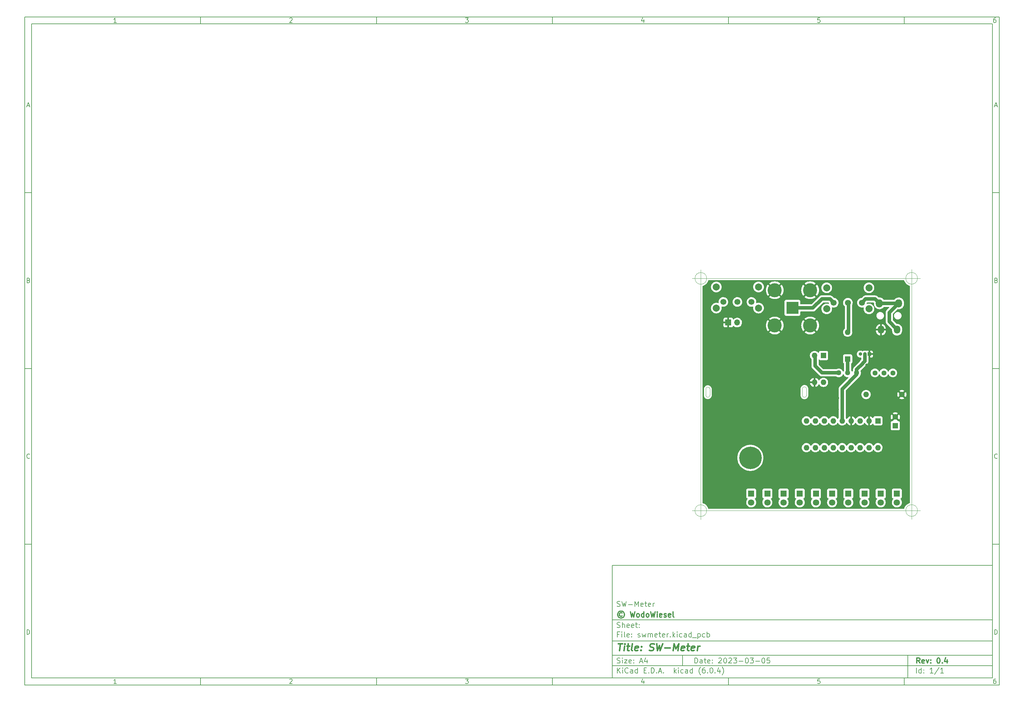
<source format=gbr>
%TF.GenerationSoftware,KiCad,Pcbnew,(6.0.4)*%
%TF.CreationDate,2023-03-04T18:32:14+01:00*%
%TF.ProjectId,swmeter,73776d65-7465-4722-9e6b-696361645f70,0.4*%
%TF.SameCoordinates,PXc0c6960PY8f71310*%
%TF.FileFunction,Copper,L2,Bot*%
%TF.FilePolarity,Positive*%
%FSLAX46Y46*%
G04 Gerber Fmt 4.6, Leading zero omitted, Abs format (unit mm)*
G04 Created by KiCad (PCBNEW (6.0.4)) date 2023-03-04 18:32:14*
%MOMM*%
%LPD*%
G01*
G04 APERTURE LIST*
%ADD10C,0.100000*%
%ADD11C,0.150000*%
%ADD12C,0.300000*%
%ADD13C,0.400000*%
%TA.AperFunction,Profile*%
%ADD14C,0.100000*%
%TD*%
%TA.AperFunction,ComponentPad*%
%ADD15C,1.700000*%
%TD*%
%TA.AperFunction,ComponentPad*%
%ADD16C,2.000000*%
%TD*%
%TA.AperFunction,ComponentPad*%
%ADD17R,1.800000X1.800000*%
%TD*%
%TA.AperFunction,ComponentPad*%
%ADD18C,1.800000*%
%TD*%
%TA.AperFunction,ComponentPad*%
%ADD19O,1.800000X2.300000*%
%TD*%
%TA.AperFunction,ComponentPad*%
%ADD20O,2.000000X2.300000*%
%TD*%
%TA.AperFunction,ComponentPad*%
%ADD21C,1.440000*%
%TD*%
%TA.AperFunction,ComponentPad*%
%ADD22R,1.000000X1.000000*%
%TD*%
%TA.AperFunction,ComponentPad*%
%ADD23O,1.000000X1.000000*%
%TD*%
%TA.AperFunction,ComponentPad*%
%ADD24C,0.800000*%
%TD*%
%TA.AperFunction,ComponentPad*%
%ADD25C,6.400000*%
%TD*%
%TA.AperFunction,ComponentPad*%
%ADD26R,1.600000X1.600000*%
%TD*%
%TA.AperFunction,ComponentPad*%
%ADD27O,1.600000X1.600000*%
%TD*%
%TA.AperFunction,ComponentPad*%
%ADD28C,1.600000*%
%TD*%
%TA.AperFunction,ComponentPad*%
%ADD29R,3.500000X3.500000*%
%TD*%
%TA.AperFunction,ComponentPad*%
%ADD30C,4.000000*%
%TD*%
%TA.AperFunction,ComponentPad*%
%ADD31R,1.700000X1.700000*%
%TD*%
%TA.AperFunction,ComponentPad*%
%ADD32O,1.700000X1.700000*%
%TD*%
%TA.AperFunction,ViaPad*%
%ADD33C,0.800000*%
%TD*%
%TA.AperFunction,Conductor*%
%ADD34C,1.000000*%
%TD*%
%TA.AperFunction,Conductor*%
%ADD35C,0.500000*%
%TD*%
G04 APERTURE END LIST*
D10*
D11*
X-25137800Y-15597200D02*
X-25137800Y-47597200D01*
X82862200Y-47597200D01*
X82862200Y-15597200D01*
X-25137800Y-15597200D01*
D10*
D11*
X-192140000Y140410000D02*
X-192140000Y-49597200D01*
X84862200Y-49597200D01*
X84862200Y140410000D01*
X-192140000Y140410000D01*
D10*
D11*
X-190140000Y138410000D02*
X-190140000Y-47597200D01*
X82862200Y-47597200D01*
X82862200Y138410000D01*
X-190140000Y138410000D01*
D10*
D11*
X-142140000Y138410000D02*
X-142140000Y140410000D01*
D10*
D11*
X-92140000Y138410000D02*
X-92140000Y140410000D01*
D10*
D11*
X-42140000Y138410000D02*
X-42140000Y140410000D01*
D10*
D11*
X7860000Y138410000D02*
X7860000Y140410000D01*
D10*
D11*
X57860000Y138410000D02*
X57860000Y140410000D01*
D10*
D11*
X-166074524Y138821905D02*
X-166817381Y138821905D01*
X-166445953Y138821905D02*
X-166445953Y140121905D01*
X-166569762Y139936191D01*
X-166693572Y139812381D01*
X-166817381Y139750477D01*
D10*
D11*
X-116817381Y139998096D02*
X-116755477Y140060000D01*
X-116631667Y140121905D01*
X-116322143Y140121905D01*
X-116198334Y140060000D01*
X-116136429Y139998096D01*
X-116074524Y139874286D01*
X-116074524Y139750477D01*
X-116136429Y139564762D01*
X-116879286Y138821905D01*
X-116074524Y138821905D01*
D10*
D11*
X-66879286Y140121905D02*
X-66074524Y140121905D01*
X-66507858Y139626667D01*
X-66322143Y139626667D01*
X-66198334Y139564762D01*
X-66136429Y139502858D01*
X-66074524Y139379048D01*
X-66074524Y139069524D01*
X-66136429Y138945715D01*
X-66198334Y138883810D01*
X-66322143Y138821905D01*
X-66693572Y138821905D01*
X-66817381Y138883810D01*
X-66879286Y138945715D01*
D10*
D11*
X-16198334Y139688572D02*
X-16198334Y138821905D01*
X-16507858Y140183810D02*
X-16817381Y139255239D01*
X-16012620Y139255239D01*
D10*
D11*
X33863571Y140121905D02*
X33244523Y140121905D01*
X33182619Y139502858D01*
X33244523Y139564762D01*
X33368333Y139626667D01*
X33677857Y139626667D01*
X33801666Y139564762D01*
X33863571Y139502858D01*
X33925476Y139379048D01*
X33925476Y139069524D01*
X33863571Y138945715D01*
X33801666Y138883810D01*
X33677857Y138821905D01*
X33368333Y138821905D01*
X33244523Y138883810D01*
X33182619Y138945715D01*
D10*
D11*
X83801666Y140121905D02*
X83554047Y140121905D01*
X83430238Y140060000D01*
X83368333Y139998096D01*
X83244523Y139812381D01*
X83182619Y139564762D01*
X83182619Y139069524D01*
X83244523Y138945715D01*
X83306428Y138883810D01*
X83430238Y138821905D01*
X83677857Y138821905D01*
X83801666Y138883810D01*
X83863571Y138945715D01*
X83925476Y139069524D01*
X83925476Y139379048D01*
X83863571Y139502858D01*
X83801666Y139564762D01*
X83677857Y139626667D01*
X83430238Y139626667D01*
X83306428Y139564762D01*
X83244523Y139502858D01*
X83182619Y139379048D01*
D10*
D11*
X-142140000Y-47597200D02*
X-142140000Y-49597200D01*
D10*
D11*
X-92140000Y-47597200D02*
X-92140000Y-49597200D01*
D10*
D11*
X-42140000Y-47597200D02*
X-42140000Y-49597200D01*
D10*
D11*
X7860000Y-47597200D02*
X7860000Y-49597200D01*
D10*
D11*
X57860000Y-47597200D02*
X57860000Y-49597200D01*
D10*
D11*
X-166074524Y-49185295D02*
X-166817381Y-49185295D01*
X-166445953Y-49185295D02*
X-166445953Y-47885295D01*
X-166569762Y-48071009D01*
X-166693572Y-48194819D01*
X-166817381Y-48256723D01*
D10*
D11*
X-116817381Y-48009104D02*
X-116755477Y-47947200D01*
X-116631667Y-47885295D01*
X-116322143Y-47885295D01*
X-116198334Y-47947200D01*
X-116136429Y-48009104D01*
X-116074524Y-48132914D01*
X-116074524Y-48256723D01*
X-116136429Y-48442438D01*
X-116879286Y-49185295D01*
X-116074524Y-49185295D01*
D10*
D11*
X-66879286Y-47885295D02*
X-66074524Y-47885295D01*
X-66507858Y-48380533D01*
X-66322143Y-48380533D01*
X-66198334Y-48442438D01*
X-66136429Y-48504342D01*
X-66074524Y-48628152D01*
X-66074524Y-48937676D01*
X-66136429Y-49061485D01*
X-66198334Y-49123390D01*
X-66322143Y-49185295D01*
X-66693572Y-49185295D01*
X-66817381Y-49123390D01*
X-66879286Y-49061485D01*
D10*
D11*
X-16198334Y-48318628D02*
X-16198334Y-49185295D01*
X-16507858Y-47823390D02*
X-16817381Y-48751961D01*
X-16012620Y-48751961D01*
D10*
D11*
X33863571Y-47885295D02*
X33244523Y-47885295D01*
X33182619Y-48504342D01*
X33244523Y-48442438D01*
X33368333Y-48380533D01*
X33677857Y-48380533D01*
X33801666Y-48442438D01*
X33863571Y-48504342D01*
X33925476Y-48628152D01*
X33925476Y-48937676D01*
X33863571Y-49061485D01*
X33801666Y-49123390D01*
X33677857Y-49185295D01*
X33368333Y-49185295D01*
X33244523Y-49123390D01*
X33182619Y-49061485D01*
D10*
D11*
X83801666Y-47885295D02*
X83554047Y-47885295D01*
X83430238Y-47947200D01*
X83368333Y-48009104D01*
X83244523Y-48194819D01*
X83182619Y-48442438D01*
X83182619Y-48937676D01*
X83244523Y-49061485D01*
X83306428Y-49123390D01*
X83430238Y-49185295D01*
X83677857Y-49185295D01*
X83801666Y-49123390D01*
X83863571Y-49061485D01*
X83925476Y-48937676D01*
X83925476Y-48628152D01*
X83863571Y-48504342D01*
X83801666Y-48442438D01*
X83677857Y-48380533D01*
X83430238Y-48380533D01*
X83306428Y-48442438D01*
X83244523Y-48504342D01*
X83182619Y-48628152D01*
D10*
D11*
X-192140000Y90410000D02*
X-190140000Y90410000D01*
D10*
D11*
X-192140000Y40410000D02*
X-190140000Y40410000D01*
D10*
D11*
X-192140000Y-9590000D02*
X-190140000Y-9590000D01*
D10*
D11*
X-191449524Y115193334D02*
X-190830477Y115193334D01*
X-191573334Y114821905D02*
X-191140000Y116121905D01*
X-190706667Y114821905D01*
D10*
D11*
X-191047143Y65502858D02*
X-190861429Y65440953D01*
X-190799524Y65379048D01*
X-190737620Y65255239D01*
X-190737620Y65069524D01*
X-190799524Y64945715D01*
X-190861429Y64883810D01*
X-190985239Y64821905D01*
X-191480477Y64821905D01*
X-191480477Y66121905D01*
X-191047143Y66121905D01*
X-190923334Y66060000D01*
X-190861429Y65998096D01*
X-190799524Y65874286D01*
X-190799524Y65750477D01*
X-190861429Y65626667D01*
X-190923334Y65564762D01*
X-191047143Y65502858D01*
X-191480477Y65502858D01*
D10*
D11*
X-190737620Y14945715D02*
X-190799524Y14883810D01*
X-190985239Y14821905D01*
X-191109048Y14821905D01*
X-191294762Y14883810D01*
X-191418572Y15007620D01*
X-191480477Y15131429D01*
X-191542381Y15379048D01*
X-191542381Y15564762D01*
X-191480477Y15812381D01*
X-191418572Y15936191D01*
X-191294762Y16060000D01*
X-191109048Y16121905D01*
X-190985239Y16121905D01*
X-190799524Y16060000D01*
X-190737620Y15998096D01*
D10*
D11*
X-191480477Y-35178095D02*
X-191480477Y-33878095D01*
X-191170953Y-33878095D01*
X-190985239Y-33940000D01*
X-190861429Y-34063809D01*
X-190799524Y-34187619D01*
X-190737620Y-34435238D01*
X-190737620Y-34620952D01*
X-190799524Y-34868571D01*
X-190861429Y-34992380D01*
X-190985239Y-35116190D01*
X-191170953Y-35178095D01*
X-191480477Y-35178095D01*
D10*
D11*
X84862200Y90410000D02*
X82862200Y90410000D01*
D10*
D11*
X84862200Y40410000D02*
X82862200Y40410000D01*
D10*
D11*
X84862200Y-9590000D02*
X82862200Y-9590000D01*
D10*
D11*
X83552676Y115193334D02*
X84171723Y115193334D01*
X83428866Y114821905D02*
X83862200Y116121905D01*
X84295533Y114821905D01*
D10*
D11*
X83955057Y65502858D02*
X84140771Y65440953D01*
X84202676Y65379048D01*
X84264580Y65255239D01*
X84264580Y65069524D01*
X84202676Y64945715D01*
X84140771Y64883810D01*
X84016961Y64821905D01*
X83521723Y64821905D01*
X83521723Y66121905D01*
X83955057Y66121905D01*
X84078866Y66060000D01*
X84140771Y65998096D01*
X84202676Y65874286D01*
X84202676Y65750477D01*
X84140771Y65626667D01*
X84078866Y65564762D01*
X83955057Y65502858D01*
X83521723Y65502858D01*
D10*
D11*
X84264580Y14945715D02*
X84202676Y14883810D01*
X84016961Y14821905D01*
X83893152Y14821905D01*
X83707438Y14883810D01*
X83583628Y15007620D01*
X83521723Y15131429D01*
X83459819Y15379048D01*
X83459819Y15564762D01*
X83521723Y15812381D01*
X83583628Y15936191D01*
X83707438Y16060000D01*
X83893152Y16121905D01*
X84016961Y16121905D01*
X84202676Y16060000D01*
X84264580Y15998096D01*
D10*
D11*
X83521723Y-35178095D02*
X83521723Y-33878095D01*
X83831247Y-33878095D01*
X84016961Y-33940000D01*
X84140771Y-34063809D01*
X84202676Y-34187619D01*
X84264580Y-34435238D01*
X84264580Y-34620952D01*
X84202676Y-34868571D01*
X84140771Y-34992380D01*
X84016961Y-35116190D01*
X83831247Y-35178095D01*
X83521723Y-35178095D01*
D10*
D11*
X-1705658Y-43375771D02*
X-1705658Y-41875771D01*
X-1348515Y-41875771D01*
X-1134229Y-41947200D01*
X-991372Y-42090057D01*
X-919943Y-42232914D01*
X-848515Y-42518628D01*
X-848515Y-42732914D01*
X-919943Y-43018628D01*
X-991372Y-43161485D01*
X-1134229Y-43304342D01*
X-1348515Y-43375771D01*
X-1705658Y-43375771D01*
X437200Y-43375771D02*
X437200Y-42590057D01*
X365771Y-42447200D01*
X222914Y-42375771D01*
X-62800Y-42375771D01*
X-205658Y-42447200D01*
X437200Y-43304342D02*
X294342Y-43375771D01*
X-62800Y-43375771D01*
X-205658Y-43304342D01*
X-277086Y-43161485D01*
X-277086Y-43018628D01*
X-205658Y-42875771D01*
X-62800Y-42804342D01*
X294342Y-42804342D01*
X437200Y-42732914D01*
X937200Y-42375771D02*
X1508628Y-42375771D01*
X1151485Y-41875771D02*
X1151485Y-43161485D01*
X1222914Y-43304342D01*
X1365771Y-43375771D01*
X1508628Y-43375771D01*
X2580057Y-43304342D02*
X2437200Y-43375771D01*
X2151485Y-43375771D01*
X2008628Y-43304342D01*
X1937200Y-43161485D01*
X1937200Y-42590057D01*
X2008628Y-42447200D01*
X2151485Y-42375771D01*
X2437200Y-42375771D01*
X2580057Y-42447200D01*
X2651485Y-42590057D01*
X2651485Y-42732914D01*
X1937200Y-42875771D01*
X3294342Y-43232914D02*
X3365771Y-43304342D01*
X3294342Y-43375771D01*
X3222914Y-43304342D01*
X3294342Y-43232914D01*
X3294342Y-43375771D01*
X3294342Y-42447200D02*
X3365771Y-42518628D01*
X3294342Y-42590057D01*
X3222914Y-42518628D01*
X3294342Y-42447200D01*
X3294342Y-42590057D01*
X5080057Y-42018628D02*
X5151485Y-41947200D01*
X5294342Y-41875771D01*
X5651485Y-41875771D01*
X5794342Y-41947200D01*
X5865771Y-42018628D01*
X5937200Y-42161485D01*
X5937200Y-42304342D01*
X5865771Y-42518628D01*
X5008628Y-43375771D01*
X5937200Y-43375771D01*
X6865771Y-41875771D02*
X7008628Y-41875771D01*
X7151485Y-41947200D01*
X7222914Y-42018628D01*
X7294342Y-42161485D01*
X7365771Y-42447200D01*
X7365771Y-42804342D01*
X7294342Y-43090057D01*
X7222914Y-43232914D01*
X7151485Y-43304342D01*
X7008628Y-43375771D01*
X6865771Y-43375771D01*
X6722914Y-43304342D01*
X6651485Y-43232914D01*
X6580057Y-43090057D01*
X6508628Y-42804342D01*
X6508628Y-42447200D01*
X6580057Y-42161485D01*
X6651485Y-42018628D01*
X6722914Y-41947200D01*
X6865771Y-41875771D01*
X7937200Y-42018628D02*
X8008628Y-41947200D01*
X8151485Y-41875771D01*
X8508628Y-41875771D01*
X8651485Y-41947200D01*
X8722914Y-42018628D01*
X8794342Y-42161485D01*
X8794342Y-42304342D01*
X8722914Y-42518628D01*
X7865771Y-43375771D01*
X8794342Y-43375771D01*
X9294342Y-41875771D02*
X10222914Y-41875771D01*
X9722914Y-42447200D01*
X9937200Y-42447200D01*
X10080057Y-42518628D01*
X10151485Y-42590057D01*
X10222914Y-42732914D01*
X10222914Y-43090057D01*
X10151485Y-43232914D01*
X10080057Y-43304342D01*
X9937200Y-43375771D01*
X9508628Y-43375771D01*
X9365771Y-43304342D01*
X9294342Y-43232914D01*
X10865771Y-42804342D02*
X12008628Y-42804342D01*
X13008628Y-41875771D02*
X13151485Y-41875771D01*
X13294342Y-41947200D01*
X13365771Y-42018628D01*
X13437200Y-42161485D01*
X13508628Y-42447200D01*
X13508628Y-42804342D01*
X13437200Y-43090057D01*
X13365771Y-43232914D01*
X13294342Y-43304342D01*
X13151485Y-43375771D01*
X13008628Y-43375771D01*
X12865771Y-43304342D01*
X12794342Y-43232914D01*
X12722914Y-43090057D01*
X12651485Y-42804342D01*
X12651485Y-42447200D01*
X12722914Y-42161485D01*
X12794342Y-42018628D01*
X12865771Y-41947200D01*
X13008628Y-41875771D01*
X14008628Y-41875771D02*
X14937200Y-41875771D01*
X14437200Y-42447200D01*
X14651485Y-42447200D01*
X14794342Y-42518628D01*
X14865771Y-42590057D01*
X14937200Y-42732914D01*
X14937200Y-43090057D01*
X14865771Y-43232914D01*
X14794342Y-43304342D01*
X14651485Y-43375771D01*
X14222914Y-43375771D01*
X14080057Y-43304342D01*
X14008628Y-43232914D01*
X15580057Y-42804342D02*
X16722914Y-42804342D01*
X17722914Y-41875771D02*
X17865771Y-41875771D01*
X18008628Y-41947200D01*
X18080057Y-42018628D01*
X18151485Y-42161485D01*
X18222914Y-42447200D01*
X18222914Y-42804342D01*
X18151485Y-43090057D01*
X18080057Y-43232914D01*
X18008628Y-43304342D01*
X17865771Y-43375771D01*
X17722914Y-43375771D01*
X17580057Y-43304342D01*
X17508628Y-43232914D01*
X17437200Y-43090057D01*
X17365771Y-42804342D01*
X17365771Y-42447200D01*
X17437200Y-42161485D01*
X17508628Y-42018628D01*
X17580057Y-41947200D01*
X17722914Y-41875771D01*
X19580057Y-41875771D02*
X18865771Y-41875771D01*
X18794342Y-42590057D01*
X18865771Y-42518628D01*
X19008628Y-42447200D01*
X19365771Y-42447200D01*
X19508628Y-42518628D01*
X19580057Y-42590057D01*
X19651485Y-42732914D01*
X19651485Y-43090057D01*
X19580057Y-43232914D01*
X19508628Y-43304342D01*
X19365771Y-43375771D01*
X19008628Y-43375771D01*
X18865771Y-43304342D01*
X18794342Y-43232914D01*
D10*
D11*
X-25137800Y-44097200D02*
X82862200Y-44097200D01*
D10*
D11*
X-23705658Y-46175771D02*
X-23705658Y-44675771D01*
X-22848515Y-46175771D02*
X-23491372Y-45318628D01*
X-22848515Y-44675771D02*
X-23705658Y-45532914D01*
X-22205658Y-46175771D02*
X-22205658Y-45175771D01*
X-22205658Y-44675771D02*
X-22277086Y-44747200D01*
X-22205658Y-44818628D01*
X-22134229Y-44747200D01*
X-22205658Y-44675771D01*
X-22205658Y-44818628D01*
X-20634229Y-46032914D02*
X-20705658Y-46104342D01*
X-20919943Y-46175771D01*
X-21062800Y-46175771D01*
X-21277086Y-46104342D01*
X-21419943Y-45961485D01*
X-21491372Y-45818628D01*
X-21562800Y-45532914D01*
X-21562800Y-45318628D01*
X-21491372Y-45032914D01*
X-21419943Y-44890057D01*
X-21277086Y-44747200D01*
X-21062800Y-44675771D01*
X-20919943Y-44675771D01*
X-20705658Y-44747200D01*
X-20634229Y-44818628D01*
X-19348515Y-46175771D02*
X-19348515Y-45390057D01*
X-19419943Y-45247200D01*
X-19562800Y-45175771D01*
X-19848515Y-45175771D01*
X-19991372Y-45247200D01*
X-19348515Y-46104342D02*
X-19491372Y-46175771D01*
X-19848515Y-46175771D01*
X-19991372Y-46104342D01*
X-20062800Y-45961485D01*
X-20062800Y-45818628D01*
X-19991372Y-45675771D01*
X-19848515Y-45604342D01*
X-19491372Y-45604342D01*
X-19348515Y-45532914D01*
X-17991372Y-46175771D02*
X-17991372Y-44675771D01*
X-17991372Y-46104342D02*
X-18134229Y-46175771D01*
X-18419943Y-46175771D01*
X-18562800Y-46104342D01*
X-18634229Y-46032914D01*
X-18705658Y-45890057D01*
X-18705658Y-45461485D01*
X-18634229Y-45318628D01*
X-18562800Y-45247200D01*
X-18419943Y-45175771D01*
X-18134229Y-45175771D01*
X-17991372Y-45247200D01*
X-16134229Y-45390057D02*
X-15634229Y-45390057D01*
X-15419943Y-46175771D02*
X-16134229Y-46175771D01*
X-16134229Y-44675771D01*
X-15419943Y-44675771D01*
X-14777086Y-46032914D02*
X-14705658Y-46104342D01*
X-14777086Y-46175771D01*
X-14848515Y-46104342D01*
X-14777086Y-46032914D01*
X-14777086Y-46175771D01*
X-14062800Y-46175771D02*
X-14062800Y-44675771D01*
X-13705658Y-44675771D01*
X-13491372Y-44747200D01*
X-13348515Y-44890057D01*
X-13277086Y-45032914D01*
X-13205658Y-45318628D01*
X-13205658Y-45532914D01*
X-13277086Y-45818628D01*
X-13348515Y-45961485D01*
X-13491372Y-46104342D01*
X-13705658Y-46175771D01*
X-14062800Y-46175771D01*
X-12562800Y-46032914D02*
X-12491372Y-46104342D01*
X-12562800Y-46175771D01*
X-12634229Y-46104342D01*
X-12562800Y-46032914D01*
X-12562800Y-46175771D01*
X-11919943Y-45747200D02*
X-11205658Y-45747200D01*
X-12062800Y-46175771D02*
X-11562800Y-44675771D01*
X-11062800Y-46175771D01*
X-10562800Y-46032914D02*
X-10491372Y-46104342D01*
X-10562800Y-46175771D01*
X-10634229Y-46104342D01*
X-10562800Y-46032914D01*
X-10562800Y-46175771D01*
X-7562800Y-46175771D02*
X-7562800Y-44675771D01*
X-7419943Y-45604342D02*
X-6991372Y-46175771D01*
X-6991372Y-45175771D02*
X-7562800Y-45747200D01*
X-6348515Y-46175771D02*
X-6348515Y-45175771D01*
X-6348515Y-44675771D02*
X-6419943Y-44747200D01*
X-6348515Y-44818628D01*
X-6277086Y-44747200D01*
X-6348515Y-44675771D01*
X-6348515Y-44818628D01*
X-4991372Y-46104342D02*
X-5134229Y-46175771D01*
X-5419943Y-46175771D01*
X-5562800Y-46104342D01*
X-5634229Y-46032914D01*
X-5705658Y-45890057D01*
X-5705658Y-45461485D01*
X-5634229Y-45318628D01*
X-5562800Y-45247200D01*
X-5419943Y-45175771D01*
X-5134229Y-45175771D01*
X-4991372Y-45247200D01*
X-3705658Y-46175771D02*
X-3705658Y-45390057D01*
X-3777086Y-45247200D01*
X-3919943Y-45175771D01*
X-4205658Y-45175771D01*
X-4348515Y-45247200D01*
X-3705658Y-46104342D02*
X-3848515Y-46175771D01*
X-4205658Y-46175771D01*
X-4348515Y-46104342D01*
X-4419943Y-45961485D01*
X-4419943Y-45818628D01*
X-4348515Y-45675771D01*
X-4205658Y-45604342D01*
X-3848515Y-45604342D01*
X-3705658Y-45532914D01*
X-2348515Y-46175771D02*
X-2348515Y-44675771D01*
X-2348515Y-46104342D02*
X-2491372Y-46175771D01*
X-2777086Y-46175771D01*
X-2919943Y-46104342D01*
X-2991372Y-46032914D01*
X-3062800Y-45890057D01*
X-3062800Y-45461485D01*
X-2991372Y-45318628D01*
X-2919943Y-45247200D01*
X-2777086Y-45175771D01*
X-2491372Y-45175771D01*
X-2348515Y-45247200D01*
X-62800Y-46747200D02*
X-134229Y-46675771D01*
X-277086Y-46461485D01*
X-348515Y-46318628D01*
X-419943Y-46104342D01*
X-491372Y-45747200D01*
X-491372Y-45461485D01*
X-419943Y-45104342D01*
X-348515Y-44890057D01*
X-277086Y-44747200D01*
X-134229Y-44532914D01*
X-62800Y-44461485D01*
X1151485Y-44675771D02*
X865771Y-44675771D01*
X722914Y-44747200D01*
X651485Y-44818628D01*
X508628Y-45032914D01*
X437200Y-45318628D01*
X437200Y-45890057D01*
X508628Y-46032914D01*
X580057Y-46104342D01*
X722914Y-46175771D01*
X1008628Y-46175771D01*
X1151485Y-46104342D01*
X1222914Y-46032914D01*
X1294342Y-45890057D01*
X1294342Y-45532914D01*
X1222914Y-45390057D01*
X1151485Y-45318628D01*
X1008628Y-45247200D01*
X722914Y-45247200D01*
X580057Y-45318628D01*
X508628Y-45390057D01*
X437200Y-45532914D01*
X1937200Y-46032914D02*
X2008628Y-46104342D01*
X1937200Y-46175771D01*
X1865771Y-46104342D01*
X1937200Y-46032914D01*
X1937200Y-46175771D01*
X2937200Y-44675771D02*
X3080057Y-44675771D01*
X3222914Y-44747200D01*
X3294342Y-44818628D01*
X3365771Y-44961485D01*
X3437200Y-45247200D01*
X3437200Y-45604342D01*
X3365771Y-45890057D01*
X3294342Y-46032914D01*
X3222914Y-46104342D01*
X3080057Y-46175771D01*
X2937200Y-46175771D01*
X2794342Y-46104342D01*
X2722914Y-46032914D01*
X2651485Y-45890057D01*
X2580057Y-45604342D01*
X2580057Y-45247200D01*
X2651485Y-44961485D01*
X2722914Y-44818628D01*
X2794342Y-44747200D01*
X2937200Y-44675771D01*
X4080057Y-46032914D02*
X4151485Y-46104342D01*
X4080057Y-46175771D01*
X4008628Y-46104342D01*
X4080057Y-46032914D01*
X4080057Y-46175771D01*
X5437200Y-45175771D02*
X5437200Y-46175771D01*
X5080057Y-44604342D02*
X4722914Y-45675771D01*
X5651485Y-45675771D01*
X6080057Y-46747200D02*
X6151485Y-46675771D01*
X6294342Y-46461485D01*
X6365771Y-46318628D01*
X6437200Y-46104342D01*
X6508628Y-45747200D01*
X6508628Y-45461485D01*
X6437200Y-45104342D01*
X6365771Y-44890057D01*
X6294342Y-44747200D01*
X6151485Y-44532914D01*
X6080057Y-44461485D01*
D10*
D11*
X-25137800Y-41097200D02*
X82862200Y-41097200D01*
D10*
D12*
X62271485Y-43375771D02*
X61771485Y-42661485D01*
X61414342Y-43375771D02*
X61414342Y-41875771D01*
X61985771Y-41875771D01*
X62128628Y-41947200D01*
X62200057Y-42018628D01*
X62271485Y-42161485D01*
X62271485Y-42375771D01*
X62200057Y-42518628D01*
X62128628Y-42590057D01*
X61985771Y-42661485D01*
X61414342Y-42661485D01*
X63485771Y-43304342D02*
X63342914Y-43375771D01*
X63057200Y-43375771D01*
X62914342Y-43304342D01*
X62842914Y-43161485D01*
X62842914Y-42590057D01*
X62914342Y-42447200D01*
X63057200Y-42375771D01*
X63342914Y-42375771D01*
X63485771Y-42447200D01*
X63557200Y-42590057D01*
X63557200Y-42732914D01*
X62842914Y-42875771D01*
X64057200Y-42375771D02*
X64414342Y-43375771D01*
X64771485Y-42375771D01*
X65342914Y-43232914D02*
X65414342Y-43304342D01*
X65342914Y-43375771D01*
X65271485Y-43304342D01*
X65342914Y-43232914D01*
X65342914Y-43375771D01*
X65342914Y-42447200D02*
X65414342Y-42518628D01*
X65342914Y-42590057D01*
X65271485Y-42518628D01*
X65342914Y-42447200D01*
X65342914Y-42590057D01*
X67485771Y-41875771D02*
X67628628Y-41875771D01*
X67771485Y-41947200D01*
X67842914Y-42018628D01*
X67914342Y-42161485D01*
X67985771Y-42447200D01*
X67985771Y-42804342D01*
X67914342Y-43090057D01*
X67842914Y-43232914D01*
X67771485Y-43304342D01*
X67628628Y-43375771D01*
X67485771Y-43375771D01*
X67342914Y-43304342D01*
X67271485Y-43232914D01*
X67200057Y-43090057D01*
X67128628Y-42804342D01*
X67128628Y-42447200D01*
X67200057Y-42161485D01*
X67271485Y-42018628D01*
X67342914Y-41947200D01*
X67485771Y-41875771D01*
X68628628Y-43232914D02*
X68700057Y-43304342D01*
X68628628Y-43375771D01*
X68557200Y-43304342D01*
X68628628Y-43232914D01*
X68628628Y-43375771D01*
X69985771Y-42375771D02*
X69985771Y-43375771D01*
X69628628Y-41804342D02*
X69271485Y-42875771D01*
X70200057Y-42875771D01*
D10*
D11*
X-23777086Y-43304342D02*
X-23562800Y-43375771D01*
X-23205658Y-43375771D01*
X-23062800Y-43304342D01*
X-22991372Y-43232914D01*
X-22919943Y-43090057D01*
X-22919943Y-42947200D01*
X-22991372Y-42804342D01*
X-23062800Y-42732914D01*
X-23205658Y-42661485D01*
X-23491372Y-42590057D01*
X-23634229Y-42518628D01*
X-23705658Y-42447200D01*
X-23777086Y-42304342D01*
X-23777086Y-42161485D01*
X-23705658Y-42018628D01*
X-23634229Y-41947200D01*
X-23491372Y-41875771D01*
X-23134229Y-41875771D01*
X-22919943Y-41947200D01*
X-22277086Y-43375771D02*
X-22277086Y-42375771D01*
X-22277086Y-41875771D02*
X-22348515Y-41947200D01*
X-22277086Y-42018628D01*
X-22205658Y-41947200D01*
X-22277086Y-41875771D01*
X-22277086Y-42018628D01*
X-21705658Y-42375771D02*
X-20919943Y-42375771D01*
X-21705658Y-43375771D01*
X-20919943Y-43375771D01*
X-19777086Y-43304342D02*
X-19919943Y-43375771D01*
X-20205658Y-43375771D01*
X-20348515Y-43304342D01*
X-20419943Y-43161485D01*
X-20419943Y-42590057D01*
X-20348515Y-42447200D01*
X-20205658Y-42375771D01*
X-19919943Y-42375771D01*
X-19777086Y-42447200D01*
X-19705658Y-42590057D01*
X-19705658Y-42732914D01*
X-20419943Y-42875771D01*
X-19062800Y-43232914D02*
X-18991372Y-43304342D01*
X-19062800Y-43375771D01*
X-19134229Y-43304342D01*
X-19062800Y-43232914D01*
X-19062800Y-43375771D01*
X-19062800Y-42447200D02*
X-18991372Y-42518628D01*
X-19062800Y-42590057D01*
X-19134229Y-42518628D01*
X-19062800Y-42447200D01*
X-19062800Y-42590057D01*
X-17277086Y-42947200D02*
X-16562800Y-42947200D01*
X-17419943Y-43375771D02*
X-16919943Y-41875771D01*
X-16419943Y-43375771D01*
X-15277086Y-42375771D02*
X-15277086Y-43375771D01*
X-15634229Y-41804342D02*
X-15991372Y-42875771D01*
X-15062800Y-42875771D01*
D10*
D11*
X61294342Y-46175771D02*
X61294342Y-44675771D01*
X62651485Y-46175771D02*
X62651485Y-44675771D01*
X62651485Y-46104342D02*
X62508628Y-46175771D01*
X62222914Y-46175771D01*
X62080057Y-46104342D01*
X62008628Y-46032914D01*
X61937200Y-45890057D01*
X61937200Y-45461485D01*
X62008628Y-45318628D01*
X62080057Y-45247200D01*
X62222914Y-45175771D01*
X62508628Y-45175771D01*
X62651485Y-45247200D01*
X63365771Y-46032914D02*
X63437200Y-46104342D01*
X63365771Y-46175771D01*
X63294342Y-46104342D01*
X63365771Y-46032914D01*
X63365771Y-46175771D01*
X63365771Y-45247200D02*
X63437200Y-45318628D01*
X63365771Y-45390057D01*
X63294342Y-45318628D01*
X63365771Y-45247200D01*
X63365771Y-45390057D01*
X66008628Y-46175771D02*
X65151485Y-46175771D01*
X65580057Y-46175771D02*
X65580057Y-44675771D01*
X65437200Y-44890057D01*
X65294342Y-45032914D01*
X65151485Y-45104342D01*
X67722914Y-44604342D02*
X66437200Y-46532914D01*
X69008628Y-46175771D02*
X68151485Y-46175771D01*
X68580057Y-46175771D02*
X68580057Y-44675771D01*
X68437200Y-44890057D01*
X68294342Y-45032914D01*
X68151485Y-45104342D01*
D10*
D11*
X-25137800Y-37097200D02*
X82862200Y-37097200D01*
D10*
D13*
X-23425420Y-37801961D02*
X-22282562Y-37801961D01*
X-23103991Y-39801961D02*
X-22853991Y-37801961D01*
X-21865896Y-39801961D02*
X-21699229Y-38468628D01*
X-21615896Y-37801961D02*
X-21723039Y-37897200D01*
X-21639705Y-37992438D01*
X-21532562Y-37897200D01*
X-21615896Y-37801961D01*
X-21639705Y-37992438D01*
X-21032562Y-38468628D02*
X-20270658Y-38468628D01*
X-20663515Y-37801961D02*
X-20877800Y-39516247D01*
X-20806372Y-39706723D01*
X-20627800Y-39801961D01*
X-20437324Y-39801961D01*
X-19484943Y-39801961D02*
X-19663515Y-39706723D01*
X-19734943Y-39516247D01*
X-19520658Y-37801961D01*
X-17949229Y-39706723D02*
X-18151610Y-39801961D01*
X-18532562Y-39801961D01*
X-18711134Y-39706723D01*
X-18782562Y-39516247D01*
X-18687324Y-38754342D01*
X-18568277Y-38563866D01*
X-18365896Y-38468628D01*
X-17984943Y-38468628D01*
X-17806372Y-38563866D01*
X-17734943Y-38754342D01*
X-17758753Y-38944819D01*
X-18734943Y-39135295D01*
X-16984943Y-39611485D02*
X-16901610Y-39706723D01*
X-17008753Y-39801961D01*
X-17092086Y-39706723D01*
X-16984943Y-39611485D01*
X-17008753Y-39801961D01*
X-16853991Y-38563866D02*
X-16770658Y-38659104D01*
X-16877800Y-38754342D01*
X-16961134Y-38659104D01*
X-16853991Y-38563866D01*
X-16877800Y-38754342D01*
X-14615896Y-39706723D02*
X-14342086Y-39801961D01*
X-13865896Y-39801961D01*
X-13663515Y-39706723D01*
X-13556372Y-39611485D01*
X-13437324Y-39421009D01*
X-13413515Y-39230533D01*
X-13484943Y-39040057D01*
X-13568277Y-38944819D01*
X-13746848Y-38849580D01*
X-14115896Y-38754342D01*
X-14294467Y-38659104D01*
X-14377800Y-38563866D01*
X-14449229Y-38373390D01*
X-14425420Y-38182914D01*
X-14306372Y-37992438D01*
X-14199229Y-37897200D01*
X-13996848Y-37801961D01*
X-13520658Y-37801961D01*
X-13246848Y-37897200D01*
X-12568277Y-37801961D02*
X-12342086Y-39801961D01*
X-11782562Y-38373390D01*
X-11580181Y-39801961D01*
X-10853991Y-37801961D01*
X-10246848Y-39040057D02*
X-8723039Y-39040057D01*
X-7865896Y-39801961D02*
X-7615896Y-37801961D01*
X-7127800Y-39230533D01*
X-6282562Y-37801961D01*
X-6532562Y-39801961D01*
X-4806372Y-39706723D02*
X-5008753Y-39801961D01*
X-5389705Y-39801961D01*
X-5568277Y-39706723D01*
X-5639705Y-39516247D01*
X-5544467Y-38754342D01*
X-5425420Y-38563866D01*
X-5223039Y-38468628D01*
X-4842086Y-38468628D01*
X-4663515Y-38563866D01*
X-4592086Y-38754342D01*
X-4615896Y-38944819D01*
X-5592086Y-39135295D01*
X-3984943Y-38468628D02*
X-3223039Y-38468628D01*
X-3615896Y-37801961D02*
X-3830181Y-39516247D01*
X-3758753Y-39706723D01*
X-3580181Y-39801961D01*
X-3389705Y-39801961D01*
X-1949229Y-39706723D02*
X-2151610Y-39801961D01*
X-2532562Y-39801961D01*
X-2711134Y-39706723D01*
X-2782562Y-39516247D01*
X-2687324Y-38754342D01*
X-2568277Y-38563866D01*
X-2365896Y-38468628D01*
X-1984943Y-38468628D01*
X-1806372Y-38563866D01*
X-1734943Y-38754342D01*
X-1758753Y-38944819D01*
X-2734943Y-39135295D01*
X-1008753Y-39801961D02*
X-842086Y-38468628D01*
X-889705Y-38849580D02*
X-770658Y-38659104D01*
X-663515Y-38563866D01*
X-461134Y-38468628D01*
X-270658Y-38468628D01*
D10*
D11*
X-23205658Y-35190057D02*
X-23705658Y-35190057D01*
X-23705658Y-35975771D02*
X-23705658Y-34475771D01*
X-22991372Y-34475771D01*
X-22419943Y-35975771D02*
X-22419943Y-34975771D01*
X-22419943Y-34475771D02*
X-22491372Y-34547200D01*
X-22419943Y-34618628D01*
X-22348515Y-34547200D01*
X-22419943Y-34475771D01*
X-22419943Y-34618628D01*
X-21491372Y-35975771D02*
X-21634229Y-35904342D01*
X-21705658Y-35761485D01*
X-21705658Y-34475771D01*
X-20348515Y-35904342D02*
X-20491372Y-35975771D01*
X-20777086Y-35975771D01*
X-20919943Y-35904342D01*
X-20991372Y-35761485D01*
X-20991372Y-35190057D01*
X-20919943Y-35047200D01*
X-20777086Y-34975771D01*
X-20491372Y-34975771D01*
X-20348515Y-35047200D01*
X-20277086Y-35190057D01*
X-20277086Y-35332914D01*
X-20991372Y-35475771D01*
X-19634229Y-35832914D02*
X-19562800Y-35904342D01*
X-19634229Y-35975771D01*
X-19705658Y-35904342D01*
X-19634229Y-35832914D01*
X-19634229Y-35975771D01*
X-19634229Y-35047200D02*
X-19562800Y-35118628D01*
X-19634229Y-35190057D01*
X-19705658Y-35118628D01*
X-19634229Y-35047200D01*
X-19634229Y-35190057D01*
X-17848515Y-35904342D02*
X-17705658Y-35975771D01*
X-17419943Y-35975771D01*
X-17277086Y-35904342D01*
X-17205658Y-35761485D01*
X-17205658Y-35690057D01*
X-17277086Y-35547200D01*
X-17419943Y-35475771D01*
X-17634229Y-35475771D01*
X-17777086Y-35404342D01*
X-17848515Y-35261485D01*
X-17848515Y-35190057D01*
X-17777086Y-35047200D01*
X-17634229Y-34975771D01*
X-17419943Y-34975771D01*
X-17277086Y-35047200D01*
X-16705658Y-34975771D02*
X-16419943Y-35975771D01*
X-16134229Y-35261485D01*
X-15848515Y-35975771D01*
X-15562800Y-34975771D01*
X-14991372Y-35975771D02*
X-14991372Y-34975771D01*
X-14991372Y-35118628D02*
X-14919943Y-35047200D01*
X-14777086Y-34975771D01*
X-14562800Y-34975771D01*
X-14419943Y-35047200D01*
X-14348515Y-35190057D01*
X-14348515Y-35975771D01*
X-14348515Y-35190057D02*
X-14277086Y-35047200D01*
X-14134229Y-34975771D01*
X-13919943Y-34975771D01*
X-13777086Y-35047200D01*
X-13705658Y-35190057D01*
X-13705658Y-35975771D01*
X-12419943Y-35904342D02*
X-12562800Y-35975771D01*
X-12848515Y-35975771D01*
X-12991372Y-35904342D01*
X-13062800Y-35761485D01*
X-13062800Y-35190057D01*
X-12991372Y-35047200D01*
X-12848515Y-34975771D01*
X-12562800Y-34975771D01*
X-12419943Y-35047200D01*
X-12348515Y-35190057D01*
X-12348515Y-35332914D01*
X-13062800Y-35475771D01*
X-11919943Y-34975771D02*
X-11348515Y-34975771D01*
X-11705658Y-34475771D02*
X-11705658Y-35761485D01*
X-11634229Y-35904342D01*
X-11491372Y-35975771D01*
X-11348515Y-35975771D01*
X-10277086Y-35904342D02*
X-10419943Y-35975771D01*
X-10705658Y-35975771D01*
X-10848515Y-35904342D01*
X-10919943Y-35761485D01*
X-10919943Y-35190057D01*
X-10848515Y-35047200D01*
X-10705658Y-34975771D01*
X-10419943Y-34975771D01*
X-10277086Y-35047200D01*
X-10205658Y-35190057D01*
X-10205658Y-35332914D01*
X-10919943Y-35475771D01*
X-9562800Y-35975771D02*
X-9562800Y-34975771D01*
X-9562800Y-35261485D02*
X-9491372Y-35118628D01*
X-9419943Y-35047200D01*
X-9277086Y-34975771D01*
X-9134229Y-34975771D01*
X-8634229Y-35832914D02*
X-8562800Y-35904342D01*
X-8634229Y-35975771D01*
X-8705658Y-35904342D01*
X-8634229Y-35832914D01*
X-8634229Y-35975771D01*
X-7919943Y-35975771D02*
X-7919943Y-34475771D01*
X-7777086Y-35404342D02*
X-7348515Y-35975771D01*
X-7348515Y-34975771D02*
X-7919943Y-35547200D01*
X-6705658Y-35975771D02*
X-6705658Y-34975771D01*
X-6705658Y-34475771D02*
X-6777086Y-34547200D01*
X-6705658Y-34618628D01*
X-6634229Y-34547200D01*
X-6705658Y-34475771D01*
X-6705658Y-34618628D01*
X-5348515Y-35904342D02*
X-5491372Y-35975771D01*
X-5777086Y-35975771D01*
X-5919943Y-35904342D01*
X-5991372Y-35832914D01*
X-6062800Y-35690057D01*
X-6062800Y-35261485D01*
X-5991372Y-35118628D01*
X-5919943Y-35047200D01*
X-5777086Y-34975771D01*
X-5491372Y-34975771D01*
X-5348515Y-35047200D01*
X-4062800Y-35975771D02*
X-4062800Y-35190057D01*
X-4134229Y-35047200D01*
X-4277086Y-34975771D01*
X-4562800Y-34975771D01*
X-4705658Y-35047200D01*
X-4062800Y-35904342D02*
X-4205658Y-35975771D01*
X-4562800Y-35975771D01*
X-4705658Y-35904342D01*
X-4777086Y-35761485D01*
X-4777086Y-35618628D01*
X-4705658Y-35475771D01*
X-4562800Y-35404342D01*
X-4205658Y-35404342D01*
X-4062800Y-35332914D01*
X-2705658Y-35975771D02*
X-2705658Y-34475771D01*
X-2705658Y-35904342D02*
X-2848515Y-35975771D01*
X-3134229Y-35975771D01*
X-3277086Y-35904342D01*
X-3348515Y-35832914D01*
X-3419943Y-35690057D01*
X-3419943Y-35261485D01*
X-3348515Y-35118628D01*
X-3277086Y-35047200D01*
X-3134229Y-34975771D01*
X-2848515Y-34975771D01*
X-2705658Y-35047200D01*
X-2348515Y-36118628D02*
X-1205658Y-36118628D01*
X-848515Y-34975771D02*
X-848515Y-36475771D01*
X-848515Y-35047200D02*
X-705658Y-34975771D01*
X-419943Y-34975771D01*
X-277086Y-35047200D01*
X-205658Y-35118628D01*
X-134229Y-35261485D01*
X-134229Y-35690057D01*
X-205658Y-35832914D01*
X-277086Y-35904342D01*
X-419943Y-35975771D01*
X-705658Y-35975771D01*
X-848515Y-35904342D01*
X1151485Y-35904342D02*
X1008628Y-35975771D01*
X722914Y-35975771D01*
X580057Y-35904342D01*
X508628Y-35832914D01*
X437200Y-35690057D01*
X437200Y-35261485D01*
X508628Y-35118628D01*
X580057Y-35047200D01*
X722914Y-34975771D01*
X1008628Y-34975771D01*
X1151485Y-35047200D01*
X1794342Y-35975771D02*
X1794342Y-34475771D01*
X1794342Y-35047200D02*
X1937200Y-34975771D01*
X2222914Y-34975771D01*
X2365771Y-35047200D01*
X2437200Y-35118628D01*
X2508628Y-35261485D01*
X2508628Y-35690057D01*
X2437200Y-35832914D01*
X2365771Y-35904342D01*
X2222914Y-35975771D01*
X1937200Y-35975771D01*
X1794342Y-35904342D01*
D10*
D11*
X-25137800Y-31097200D02*
X82862200Y-31097200D01*
D10*
D11*
X-23777086Y-33204342D02*
X-23562800Y-33275771D01*
X-23205658Y-33275771D01*
X-23062800Y-33204342D01*
X-22991372Y-33132914D01*
X-22919943Y-32990057D01*
X-22919943Y-32847200D01*
X-22991372Y-32704342D01*
X-23062800Y-32632914D01*
X-23205658Y-32561485D01*
X-23491372Y-32490057D01*
X-23634229Y-32418628D01*
X-23705658Y-32347200D01*
X-23777086Y-32204342D01*
X-23777086Y-32061485D01*
X-23705658Y-31918628D01*
X-23634229Y-31847200D01*
X-23491372Y-31775771D01*
X-23134229Y-31775771D01*
X-22919943Y-31847200D01*
X-22277086Y-33275771D02*
X-22277086Y-31775771D01*
X-21634229Y-33275771D02*
X-21634229Y-32490057D01*
X-21705658Y-32347200D01*
X-21848515Y-32275771D01*
X-22062800Y-32275771D01*
X-22205658Y-32347200D01*
X-22277086Y-32418628D01*
X-20348515Y-33204342D02*
X-20491372Y-33275771D01*
X-20777086Y-33275771D01*
X-20919943Y-33204342D01*
X-20991372Y-33061485D01*
X-20991372Y-32490057D01*
X-20919943Y-32347200D01*
X-20777086Y-32275771D01*
X-20491372Y-32275771D01*
X-20348515Y-32347200D01*
X-20277086Y-32490057D01*
X-20277086Y-32632914D01*
X-20991372Y-32775771D01*
X-19062800Y-33204342D02*
X-19205658Y-33275771D01*
X-19491372Y-33275771D01*
X-19634229Y-33204342D01*
X-19705658Y-33061485D01*
X-19705658Y-32490057D01*
X-19634229Y-32347200D01*
X-19491372Y-32275771D01*
X-19205658Y-32275771D01*
X-19062800Y-32347200D01*
X-18991372Y-32490057D01*
X-18991372Y-32632914D01*
X-19705658Y-32775771D01*
X-18562800Y-32275771D02*
X-17991372Y-32275771D01*
X-18348515Y-31775771D02*
X-18348515Y-33061485D01*
X-18277086Y-33204342D01*
X-18134229Y-33275771D01*
X-17991372Y-33275771D01*
X-17491372Y-33132914D02*
X-17419943Y-33204342D01*
X-17491372Y-33275771D01*
X-17562800Y-33204342D01*
X-17491372Y-33132914D01*
X-17491372Y-33275771D01*
X-17491372Y-32347200D02*
X-17419943Y-32418628D01*
X-17491372Y-32490057D01*
X-17562800Y-32418628D01*
X-17491372Y-32347200D01*
X-17491372Y-32490057D01*
D10*
D12*
X-22371372Y-29132914D02*
X-22514229Y-29061485D01*
X-22799943Y-29061485D01*
X-22942800Y-29132914D01*
X-23085658Y-29275771D01*
X-23157086Y-29418628D01*
X-23157086Y-29704342D01*
X-23085658Y-29847200D01*
X-22942800Y-29990057D01*
X-22799943Y-30061485D01*
X-22514229Y-30061485D01*
X-22371372Y-29990057D01*
X-22657086Y-28561485D02*
X-23014229Y-28632914D01*
X-23371372Y-28847200D01*
X-23585658Y-29204342D01*
X-23657086Y-29561485D01*
X-23585658Y-29918628D01*
X-23371372Y-30275771D01*
X-23014229Y-30490057D01*
X-22657086Y-30561485D01*
X-22299943Y-30490057D01*
X-21942800Y-30275771D01*
X-21728515Y-29918628D01*
X-21657086Y-29561485D01*
X-21728515Y-29204342D01*
X-21942800Y-28847200D01*
X-22299943Y-28632914D01*
X-22657086Y-28561485D01*
X-20014229Y-28775771D02*
X-19657086Y-30275771D01*
X-19371372Y-29204342D01*
X-19085658Y-30275771D01*
X-18728515Y-28775771D01*
X-17942800Y-30275771D02*
X-18085658Y-30204342D01*
X-18157086Y-30132914D01*
X-18228515Y-29990057D01*
X-18228515Y-29561485D01*
X-18157086Y-29418628D01*
X-18085658Y-29347200D01*
X-17942800Y-29275771D01*
X-17728515Y-29275771D01*
X-17585658Y-29347200D01*
X-17514229Y-29418628D01*
X-17442800Y-29561485D01*
X-17442800Y-29990057D01*
X-17514229Y-30132914D01*
X-17585658Y-30204342D01*
X-17728515Y-30275771D01*
X-17942800Y-30275771D01*
X-16157086Y-30275771D02*
X-16157086Y-28775771D01*
X-16157086Y-30204342D02*
X-16299943Y-30275771D01*
X-16585658Y-30275771D01*
X-16728515Y-30204342D01*
X-16799943Y-30132914D01*
X-16871372Y-29990057D01*
X-16871372Y-29561485D01*
X-16799943Y-29418628D01*
X-16728515Y-29347200D01*
X-16585658Y-29275771D01*
X-16299943Y-29275771D01*
X-16157086Y-29347200D01*
X-15228515Y-30275771D02*
X-15371372Y-30204342D01*
X-15442800Y-30132914D01*
X-15514229Y-29990057D01*
X-15514229Y-29561485D01*
X-15442800Y-29418628D01*
X-15371372Y-29347200D01*
X-15228515Y-29275771D01*
X-15014229Y-29275771D01*
X-14871372Y-29347200D01*
X-14799943Y-29418628D01*
X-14728515Y-29561485D01*
X-14728515Y-29990057D01*
X-14799943Y-30132914D01*
X-14871372Y-30204342D01*
X-15014229Y-30275771D01*
X-15228515Y-30275771D01*
X-14228515Y-28775771D02*
X-13871372Y-30275771D01*
X-13585658Y-29204342D01*
X-13299943Y-30275771D01*
X-12942800Y-28775771D01*
X-12371372Y-30275771D02*
X-12371372Y-29275771D01*
X-12371372Y-28775771D02*
X-12442800Y-28847200D01*
X-12371372Y-28918628D01*
X-12299943Y-28847200D01*
X-12371372Y-28775771D01*
X-12371372Y-28918628D01*
X-11085658Y-30204342D02*
X-11228515Y-30275771D01*
X-11514229Y-30275771D01*
X-11657086Y-30204342D01*
X-11728515Y-30061485D01*
X-11728515Y-29490057D01*
X-11657086Y-29347200D01*
X-11514229Y-29275771D01*
X-11228515Y-29275771D01*
X-11085658Y-29347200D01*
X-11014229Y-29490057D01*
X-11014229Y-29632914D01*
X-11728515Y-29775771D01*
X-10442800Y-30204342D02*
X-10299943Y-30275771D01*
X-10014229Y-30275771D01*
X-9871372Y-30204342D01*
X-9799943Y-30061485D01*
X-9799943Y-29990057D01*
X-9871372Y-29847200D01*
X-10014229Y-29775771D01*
X-10228515Y-29775771D01*
X-10371372Y-29704342D01*
X-10442800Y-29561485D01*
X-10442800Y-29490057D01*
X-10371372Y-29347200D01*
X-10228515Y-29275771D01*
X-10014229Y-29275771D01*
X-9871372Y-29347200D01*
X-8585658Y-30204342D02*
X-8728515Y-30275771D01*
X-9014229Y-30275771D01*
X-9157086Y-30204342D01*
X-9228515Y-30061485D01*
X-9228515Y-29490057D01*
X-9157086Y-29347200D01*
X-9014229Y-29275771D01*
X-8728515Y-29275771D01*
X-8585658Y-29347200D01*
X-8514229Y-29490057D01*
X-8514229Y-29632914D01*
X-9228515Y-29775771D01*
X-7657086Y-30275771D02*
X-7799943Y-30204342D01*
X-7871372Y-30061485D01*
X-7871372Y-28775771D01*
D10*
D11*
X-23777086Y-27204342D02*
X-23562800Y-27275771D01*
X-23205658Y-27275771D01*
X-23062800Y-27204342D01*
X-22991372Y-27132914D01*
X-22919943Y-26990057D01*
X-22919943Y-26847200D01*
X-22991372Y-26704342D01*
X-23062800Y-26632914D01*
X-23205658Y-26561485D01*
X-23491372Y-26490057D01*
X-23634229Y-26418628D01*
X-23705658Y-26347200D01*
X-23777086Y-26204342D01*
X-23777086Y-26061485D01*
X-23705658Y-25918628D01*
X-23634229Y-25847200D01*
X-23491372Y-25775771D01*
X-23134229Y-25775771D01*
X-22919943Y-25847200D01*
X-22419943Y-25775771D02*
X-22062800Y-27275771D01*
X-21777086Y-26204342D01*
X-21491372Y-27275771D01*
X-21134229Y-25775771D01*
X-20562800Y-26704342D02*
X-19419943Y-26704342D01*
X-18705658Y-27275771D02*
X-18705658Y-25775771D01*
X-18205658Y-26847200D01*
X-17705658Y-25775771D01*
X-17705658Y-27275771D01*
X-16419943Y-27204342D02*
X-16562800Y-27275771D01*
X-16848515Y-27275771D01*
X-16991372Y-27204342D01*
X-17062800Y-27061485D01*
X-17062800Y-26490057D01*
X-16991372Y-26347200D01*
X-16848515Y-26275771D01*
X-16562800Y-26275771D01*
X-16419943Y-26347200D01*
X-16348515Y-26490057D01*
X-16348515Y-26632914D01*
X-17062800Y-26775771D01*
X-15919943Y-26275771D02*
X-15348515Y-26275771D01*
X-15705658Y-25775771D02*
X-15705658Y-27061485D01*
X-15634229Y-27204342D01*
X-15491372Y-27275771D01*
X-15348515Y-27275771D01*
X-14277086Y-27204342D02*
X-14419943Y-27275771D01*
X-14705658Y-27275771D01*
X-14848515Y-27204342D01*
X-14919943Y-27061485D01*
X-14919943Y-26490057D01*
X-14848515Y-26347200D01*
X-14705658Y-26275771D01*
X-14419943Y-26275771D01*
X-14277086Y-26347200D01*
X-14205658Y-26490057D01*
X-14205658Y-26632914D01*
X-14919943Y-26775771D01*
X-13562800Y-27275771D02*
X-13562800Y-26275771D01*
X-13562800Y-26561485D02*
X-13491372Y-26418628D01*
X-13419943Y-26347200D01*
X-13277086Y-26275771D01*
X-13134229Y-26275771D01*
D10*
D11*
D10*
D11*
D10*
D11*
D10*
D11*
X-5137800Y-41097200D02*
X-5137800Y-44097200D01*
D10*
D11*
X58862200Y-41097200D02*
X58862200Y-47597200D01*
D14*
X30060000Y34610000D02*
G75*
G03*
X28860000Y34610000I-600000J0D01*
G01*
X59970000Y66020000D02*
X0Y66020000D01*
X0Y66020000D02*
X0Y0D01*
X0Y0D02*
X59970000Y0D01*
X59970000Y0D02*
X59970000Y66020000D01*
X28860000Y32810000D02*
G75*
G03*
X30060000Y32810000I600000J0D01*
G01*
X2610000Y34630000D02*
X2610000Y32830000D01*
X28860000Y34610000D02*
X28860000Y32810000D01*
X2610000Y34630000D02*
G75*
G03*
X1410000Y34630000I-600000J-97600D01*
G01*
X30060000Y34610000D02*
X30060000Y32810000D01*
X1410000Y32830000D02*
G75*
G03*
X2610000Y32830000I600000J0D01*
G01*
X1410000Y34630000D02*
X1410000Y32830000D01*
X61586666Y30000D02*
G75*
G03*
X61586666Y30000I-1666666J0D01*
G01*
X57420000Y30000D02*
X62420000Y30000D01*
X59920000Y2530000D02*
X59920000Y-2470000D01*
X1666666Y0D02*
G75*
G03*
X1666666Y0I-1666666J0D01*
G01*
X-2500000Y0D02*
X2500000Y0D01*
X0Y2500000D02*
X0Y-2500000D01*
X1686666Y66040000D02*
G75*
G03*
X1686666Y66040000I-1666666J0D01*
G01*
X-2480000Y66040000D02*
X2520000Y66040000D01*
X20000Y68540000D02*
X20000Y63540000D01*
X61586666Y66070000D02*
G75*
G03*
X61586666Y66070000I-1666666J0D01*
G01*
X57420000Y66070000D02*
X62420000Y66070000D01*
X59920000Y68570000D02*
X59920000Y63570000D01*
D15*
%TO.P,SW2,3,C*%
%TO.N,Net-(J2-Pad1)*%
X37792500Y59130000D03*
%TO.P,SW2,2,B*%
%TO.N,Net-(D0-Pad2)*%
X41792500Y59130000D03*
%TO.P,SW2,1,A*%
%TO.N,Net-(J1-PadR)*%
X45792500Y59130000D03*
D16*
%TO.P,SW2,*%
%TO.N,*%
X35792500Y57380000D03*
X47792500Y57380000D03*
X35792500Y63380000D03*
X47792500Y63380000D03*
%TD*%
D17*
%TO.P,D8,1,K*%
%TO.N,Net-(D8-Pad1)*%
X23530000Y4875000D03*
D18*
%TO.P,D8,2,A*%
%TO.N,Net-(C1-Pad1)*%
X23530000Y2335000D03*
%TD*%
D19*
%TO.P,J1,R*%
%TO.N,Net-(J1-PadR)*%
X55792500Y51452500D03*
%TO.P,J1,S*%
%TO.N,GND*%
X51192500Y51452500D03*
D20*
%TO.P,J1,T*%
%TO.N,Net-(J1-PadR)*%
X56242500Y58952500D03*
X50742500Y58952500D03*
%TD*%
D21*
%TO.P,RV1,3,3*%
%TO.N,Net-(J3-Pad2)*%
X44285000Y39185000D03*
%TO.P,RV1,2,2*%
%TO.N,Net-(D0-Pad1)*%
X41745000Y39185000D03*
%TO.P,RV1,1,1*%
%TO.N,Net-(RV1-Pad1)*%
X39205000Y39185000D03*
%TD*%
D17*
%TO.P,D2,1,K*%
%TO.N,Net-(D2-Pad1)*%
X51130000Y4875000D03*
D18*
%TO.P,D2,2,A*%
%TO.N,Net-(C1-Pad1)*%
X51130000Y2335000D03*
%TD*%
D16*
%TO.P,SW1,*%
%TO.N,*%
X4412500Y63602500D03*
X16412500Y63602500D03*
X16412500Y57602500D03*
X4412500Y57602500D03*
D15*
%TO.P,SW1,1,A*%
%TO.N,Net-(C1-Pad1)*%
X14412500Y59352500D03*
%TO.P,SW1,2,B*%
%TO.N,+9V*%
X10412500Y59352500D03*
%TO.P,SW1,3,C*%
%TO.N,unconnected-(SW1-Pad3)*%
X6412500Y59352500D03*
%TD*%
D22*
%TO.P,J3,1,Pin_1*%
%TO.N,GND*%
X47897500Y44512500D03*
D23*
%TO.P,J3,2,Pin_2*%
%TO.N,Net-(J3-Pad2)*%
X46627500Y44512500D03*
%TO.P,J3,3,Pin_3*%
%TO.N,Net-(C1-Pad1)*%
X45357500Y44512500D03*
%TD*%
D17*
%TO.P,D1,1,K*%
%TO.N,Net-(D1-Pad1)*%
X55730000Y4875000D03*
D18*
%TO.P,D1,2,A*%
%TO.N,Net-(C1-Pad1)*%
X55730000Y2335000D03*
%TD*%
D17*
%TO.P,D3,1,K*%
%TO.N,Net-(D3-Pad1)*%
X46530000Y4875000D03*
D18*
%TO.P,D3,2,A*%
%TO.N,Net-(C1-Pad1)*%
X46530000Y2335000D03*
%TD*%
D17*
%TO.P,D7,1,K*%
%TO.N,Net-(D7-Pad1)*%
X28130000Y4875000D03*
D18*
%TO.P,D7,2,A*%
%TO.N,Net-(C1-Pad1)*%
X28130000Y2335000D03*
%TD*%
D17*
%TO.P,D5,1,K*%
%TO.N,Net-(D5-Pad1)*%
X37330000Y4875000D03*
D18*
%TO.P,D5,2,A*%
%TO.N,Net-(C1-Pad1)*%
X37330000Y2335000D03*
%TD*%
D24*
%TO.P,REF1,1*%
%TO.N,N/C*%
X14090000Y17410000D03*
X12392944Y13312944D03*
X14090000Y12610000D03*
X15787056Y13312944D03*
D25*
X14090000Y15010000D03*
D24*
X15787056Y16707056D03*
X16490000Y15010000D03*
X12392944Y16707056D03*
X11690000Y15010000D03*
%TD*%
D26*
%TO.P,SW3,1*%
%TO.N,Net-(C1-Pad1)*%
X34870000Y44110000D03*
D27*
%TO.P,SW3,2*%
%TO.N,Net-(RV1-Pad1)*%
X32330000Y44110000D03*
%TO.P,SW3,3*%
%TO.N,GND*%
X32330000Y36490000D03*
%TO.P,SW3,4*%
%TO.N,Net-(SW3-Pad4)*%
X34870000Y36490000D03*
%TD*%
D28*
%TO.P,R1,1*%
%TO.N,GND*%
X57142500Y33022500D03*
D27*
%TO.P,R1,2*%
%TO.N,Net-(R1-Pad2)*%
X46982500Y33022500D03*
%TD*%
D26*
%TO.P,U1,1,LED1*%
%TO.N,Net-(D1-Pad1)*%
X50340000Y25530000D03*
D27*
%TO.P,U1,2,V-*%
%TO.N,GND*%
X47800000Y25530000D03*
%TO.P,U1,3,V+*%
%TO.N,Net-(C1-Pad1)*%
X45260000Y25530000D03*
%TO.P,U1,4,RLO*%
%TO.N,GND*%
X42720000Y25530000D03*
%TO.P,U1,5,SIG*%
%TO.N,Net-(J3-Pad2)*%
X40180000Y25530000D03*
%TO.P,U1,6,RHI*%
%TO.N,Net-(RV2-Pad2)*%
X37640000Y25530000D03*
%TO.P,U1,7,RFOUT*%
%TO.N,Net-(RV2-Pad1)*%
X35100000Y25530000D03*
%TO.P,U1,8,REFADJ*%
%TO.N,Net-(R1-Pad2)*%
X32560000Y25530000D03*
%TO.P,U1,9,MODE*%
%TO.N,Net-(SW3-Pad4)*%
X30020000Y25530000D03*
%TO.P,U1,10,LED2*%
%TO.N,Net-(D10-Pad1)*%
X30020000Y17910000D03*
%TO.P,U1,11,LED3*%
%TO.N,Net-(D9-Pad1)*%
X32560000Y17910000D03*
%TO.P,U1,12,LED4*%
%TO.N,Net-(D8-Pad1)*%
X35100000Y17910000D03*
%TO.P,U1,13,LED5*%
%TO.N,Net-(D7-Pad1)*%
X37640000Y17910000D03*
%TO.P,U1,14,LED6*%
%TO.N,Net-(D6-Pad1)*%
X40180000Y17910000D03*
%TO.P,U1,15,LED7*%
%TO.N,Net-(D5-Pad1)*%
X42720000Y17910000D03*
%TO.P,U1,16,LED8*%
%TO.N,Net-(D4-Pad1)*%
X45260000Y17910000D03*
%TO.P,U1,17,LED9*%
%TO.N,Net-(D3-Pad1)*%
X47800000Y17910000D03*
%TO.P,U1,18,LED10*%
%TO.N,Net-(D2-Pad1)*%
X50340000Y17910000D03*
%TD*%
D29*
%TO.P,J2,1,In*%
%TO.N,Net-(J2-Pad1)*%
X26050000Y57670000D03*
D30*
%TO.P,J2,2,Ext*%
%TO.N,GND*%
X31075000Y52645000D03*
X31075000Y62695000D03*
X21025000Y52645000D03*
X21025000Y62695000D03*
%TD*%
D26*
%TO.P,C1,1*%
%TO.N,Net-(C1-Pad1)*%
X55280000Y24150000D03*
D28*
%TO.P,C1,2*%
%TO.N,GND*%
X55280000Y26650000D03*
%TD*%
D17*
%TO.P,D10,1,K*%
%TO.N,Net-(D10-Pad1)*%
X14330000Y4875000D03*
D18*
%TO.P,D10,2,A*%
%TO.N,Net-(C1-Pad1)*%
X14330000Y2335000D03*
%TD*%
D26*
%TO.P,D0,1,K*%
%TO.N,Net-(D0-Pad1)*%
X41740000Y43130000D03*
D27*
%TO.P,D0,2,A*%
%TO.N,Net-(D0-Pad2)*%
X41740000Y50750000D03*
%TD*%
D31*
%TO.P,J0,1,Pin_1*%
%TO.N,GND*%
X7810000Y53490000D03*
D32*
%TO.P,J0,2,Pin_2*%
%TO.N,+9V*%
X10350000Y53490000D03*
%TD*%
D17*
%TO.P,D9,1,K*%
%TO.N,Net-(D9-Pad1)*%
X18930000Y4875000D03*
D18*
%TO.P,D9,2,A*%
%TO.N,Net-(C1-Pad1)*%
X18930000Y2335000D03*
%TD*%
D17*
%TO.P,D4,1,K*%
%TO.N,Net-(D4-Pad1)*%
X41930000Y4875000D03*
D18*
%TO.P,D4,2,A*%
%TO.N,Net-(C1-Pad1)*%
X41930000Y2335000D03*
%TD*%
D21*
%TO.P,RV2,1,1*%
%TO.N,Net-(RV2-Pad1)*%
X49487500Y39158000D03*
%TO.P,RV2,2,2*%
%TO.N,Net-(RV2-Pad2)*%
X52027500Y39158000D03*
%TO.P,RV2,3,3*%
%TO.N,Net-(R1-Pad2)*%
X54567500Y39158000D03*
%TD*%
D17*
%TO.P,D6,1,K*%
%TO.N,Net-(D6-Pad1)*%
X32730000Y4875000D03*
D18*
%TO.P,D6,2,A*%
%TO.N,Net-(C1-Pad1)*%
X32730000Y2335000D03*
%TD*%
D33*
%TO.N,GND*%
X16730000Y53650000D03*
X25980000Y53580000D03*
X58360000Y46350000D03*
X51970000Y6820000D03*
X43880000Y59210000D03*
X34750000Y15920000D03*
X43260000Y41120000D03*
X43590000Y50120000D03*
X29140000Y59290000D03*
X43350000Y29480000D03*
X12420000Y58180000D03*
X39900000Y59140000D03*
X44270000Y6670000D03*
X10470000Y62390000D03*
X30480000Y6620000D03*
X41500000Y23720000D03*
X52030000Y57050000D03*
X51420000Y37430000D03*
X51920000Y15990000D03*
X10160000Y34060000D03*
X38870000Y37450000D03*
X55290000Y28580000D03*
X38690000Y35230000D03*
X38280000Y15880000D03*
X40358000Y57742000D03*
X25050000Y29400000D03*
X38200000Y44150000D03*
X38880000Y28790000D03*
X25100000Y36880000D03*
X2910000Y1240000D03*
X41460000Y20160000D03*
X34110000Y61690000D03*
X19360000Y57740000D03*
X36390000Y37600000D03*
X57320000Y57010000D03*
X49140000Y15900000D03*
X48490000Y35610000D03*
X38410000Y60940000D03*
X30860000Y59260000D03*
X2030000Y64090000D03*
X58220000Y30220000D03*
X25240000Y22460000D03*
X43630000Y52010000D03*
X36670000Y33980000D03*
X30800000Y45020000D03*
X48960000Y23690000D03*
X51860000Y53820000D03*
X46470000Y15930000D03*
X56020000Y53800000D03*
X58142500Y63152500D03*
X33600000Y38100000D03*
X17950000Y46760000D03*
X30312500Y51612500D03*
X43050000Y35130000D03*
X40380000Y56540000D03*
X31290000Y48750000D03*
X36380000Y40720000D03*
X29130000Y36910000D03*
X5300000Y53460000D03*
X26730000Y16040000D03*
X19730000Y12940000D03*
X41380000Y15910000D03*
X33720000Y57180000D03*
X40210000Y40970000D03*
X40810000Y37620000D03*
X51026000Y61298000D03*
X52620000Y60580000D03*
X43990000Y15900000D03*
X57450000Y1180000D03*
X43610000Y43820000D03*
X46470000Y61680000D03*
X38960000Y32050000D03*
X25250000Y45200000D03*
X25930000Y6620000D03*
X31950000Y29050000D03*
X39880000Y50090000D03*
X21760000Y6480000D03*
X43350000Y32168000D03*
X53450000Y51520000D03*
X32760000Y56410000D03*
X21150000Y49210000D03*
X35020000Y48710000D03*
X34030000Y42340000D03*
X30940000Y56000000D03*
X35010000Y6640000D03*
X54830000Y37400000D03*
X22552500Y57742500D03*
X43590000Y56470000D03*
X57330000Y53090000D03*
X32230000Y39040000D03*
X49690000Y61920000D03*
X8920000Y20110000D03*
X57800000Y6750000D03*
X47870000Y46520000D03*
X26020000Y64040000D03*
X1640000Y43650000D03*
X43560000Y57800000D03*
X48940000Y20100000D03*
X41700000Y48430000D03*
X14110000Y50630000D03*
X17170000Y6580000D03*
X50920000Y42670000D03*
X8372500Y58172500D03*
X40330000Y52270000D03*
X41980000Y61210000D03*
X43570000Y53560000D03*
X30110000Y23740000D03*
X55080000Y6770000D03*
X41710000Y27060000D03*
X56590000Y18650000D03*
X48820000Y6600000D03*
X39580000Y6630000D03*
X32290000Y34520000D03*
X47110000Y41450000D03*
X54328000Y33022500D03*
X48260000Y52130000D03*
X54370000Y60580000D03*
X45470000Y61000000D03*
X30230000Y20080000D03*
X1330000Y28370000D03*
X37330000Y61720000D03*
X29100000Y55940000D03*
X30930000Y42450000D03*
X51630000Y33780000D03*
X58240000Y35560000D03*
X12540000Y53790000D03*
X40270000Y53610000D03*
X12480000Y6600000D03*
X44290000Y36300000D03*
%TD*%
D34*
%TO.N,Net-(J3-Pad2)*%
X46627500Y42522444D02*
X46627500Y44512500D01*
X46010489Y41830489D02*
X46010489Y41905433D01*
X44285000Y40105000D02*
X46010489Y41830489D01*
X44285000Y39266391D02*
X44285000Y40105000D01*
X46010489Y41905433D02*
X46627500Y42522444D01*
%TO.N,Net-(RV1-Pad1)*%
X34435000Y39185000D02*
X39205000Y39185000D01*
X32472500Y41147500D02*
X34435000Y39185000D01*
X32472500Y44312500D02*
X32472500Y41147500D01*
%TO.N,Net-(D0-Pad2)*%
X41740000Y50750000D02*
X42002500Y51012500D01*
X42002500Y51012500D02*
X42002500Y58920000D01*
%TO.N,Net-(D0-Pad1)*%
X41740000Y39190000D02*
X41745000Y39185000D01*
X41740000Y43130000D02*
X41740000Y39190000D01*
%TO.N,Net-(J3-Pad2)*%
X44285000Y39185000D02*
X44285000Y38690056D01*
X44285000Y38690056D02*
X40180000Y34585056D01*
D35*
X44285000Y39185000D02*
X44285000Y39266391D01*
D34*
X40180000Y34585056D02*
X40180000Y25530000D01*
%TO.N,Net-(J1-PadR)*%
X56242500Y58952500D02*
X50742500Y58952500D01*
X56172500Y58952500D02*
X56242500Y58952500D01*
X49504511Y60190489D02*
X46852989Y60190489D01*
X55557500Y51772500D02*
X53566000Y53764000D01*
X50255000Y59440000D02*
X49504511Y60190489D01*
D35*
X46102500Y59440000D02*
X45792500Y59130000D01*
X50742500Y58952500D02*
X50255000Y59440000D01*
D34*
X53566000Y53764000D02*
X53566000Y56346000D01*
X46852989Y60190489D02*
X46102500Y59440000D01*
X53566000Y56346000D02*
X56172500Y58952500D01*
%TO.N,Net-(J2-Pad1)*%
X36712500Y60210000D02*
X34420000Y60210000D01*
X34420000Y60210000D02*
X31855000Y57645000D01*
X37692500Y59230000D02*
X36712500Y60210000D01*
D35*
X37792500Y59130000D02*
X37692500Y59230000D01*
D34*
X31855000Y57645000D02*
X26080000Y57645000D01*
%TD*%
%TA.AperFunction,Conductor*%
%TO.N,GND*%
G36*
X57790138Y65491498D02*
G01*
X57836631Y65437842D01*
X57841224Y65426314D01*
X57908720Y65229176D01*
X57910109Y65225120D01*
X57974334Y65097423D01*
X58039985Y64966890D01*
X58043368Y64960163D01*
X58127361Y64837953D01*
X58201462Y64730135D01*
X58211353Y64715743D01*
X58410956Y64496383D01*
X58421338Y64487702D01*
X58635190Y64308894D01*
X58635195Y64308890D01*
X58638482Y64306142D01*
X58703746Y64265202D01*
X58886082Y64150822D01*
X58886086Y64150820D01*
X58889722Y64148539D01*
X58893632Y64146774D01*
X58893633Y64146773D01*
X59156114Y64028258D01*
X59156118Y64028256D01*
X59160026Y64026492D01*
X59321286Y63978724D01*
X59380921Y63940198D01*
X59410260Y63875547D01*
X59411500Y63857913D01*
X59411500Y63533487D01*
X59426920Y63425813D01*
X59430637Y63417637D01*
X59430638Y63417635D01*
X59450200Y63374612D01*
X59461500Y63322460D01*
X59461500Y2778128D01*
X59449555Y2724579D01*
X59428719Y2680200D01*
X59411500Y2569614D01*
X59411500Y2242178D01*
X59391498Y2174057D01*
X59337842Y2127564D01*
X59318748Y2120644D01*
X59202989Y2088976D01*
X59199041Y2087292D01*
X58934140Y1974302D01*
X58934136Y1974300D01*
X58930188Y1972616D01*
X58829504Y1912358D01*
X58679384Y1822514D01*
X58679380Y1822511D01*
X58675702Y1820310D01*
X58672359Y1817632D01*
X58672355Y1817629D01*
X58559262Y1727024D01*
X58444242Y1634875D01*
X58441298Y1631773D01*
X58441294Y1631769D01*
X58351169Y1536796D01*
X58240089Y1419743D01*
X58067022Y1178895D01*
X57928243Y916787D01*
X57826321Y638270D01*
X57825408Y634081D01*
X57824210Y629959D01*
X57822276Y630521D01*
X57792164Y575393D01*
X57729847Y541376D01*
X57703080Y538500D01*
X57383487Y538500D01*
X57341287Y532457D01*
X57284699Y524353D01*
X57284696Y524352D01*
X57275813Y523080D01*
X57267645Y519366D01*
X57259023Y516845D01*
X57258781Y517673D01*
X57216446Y508500D01*
X2216537Y508500D01*
X2148416Y528502D01*
X2101923Y582158D01*
X2097764Y592440D01*
X2092158Y608270D01*
X2000934Y865881D01*
X1864907Y1129428D01*
X1851226Y1148895D01*
X1773737Y1259150D01*
X1694372Y1372075D01*
X1578862Y1496378D01*
X1495404Y1586190D01*
X1495401Y1586192D01*
X1492483Y1589333D01*
X1489168Y1592047D01*
X1489164Y1592050D01*
X1266295Y1774466D01*
X1262977Y1777182D01*
X1010101Y1932144D01*
X914063Y1974302D01*
X742465Y2049628D01*
X738533Y2051354D01*
X633218Y2081354D01*
X599981Y2090822D01*
X539946Y2128721D01*
X509932Y2193061D01*
X508500Y2212001D01*
X508500Y2369531D01*
X12917095Y2369531D01*
X12917392Y2364378D01*
X12917392Y2364375D01*
X12929982Y2146018D01*
X12930427Y2138303D01*
X12931564Y2133257D01*
X12931565Y2133251D01*
X12963741Y1990477D01*
X12981346Y1912358D01*
X12983288Y1907576D01*
X12983289Y1907572D01*
X13035326Y1779421D01*
X13068484Y1697763D01*
X13189501Y1500281D01*
X13341147Y1325216D01*
X13519349Y1177270D01*
X13719322Y1060416D01*
X13935694Y977791D01*
X13940760Y976760D01*
X13940761Y976760D01*
X13988851Y966976D01*
X14162656Y931615D01*
X14293324Y926824D01*
X14388949Y923317D01*
X14388953Y923317D01*
X14394113Y923128D01*
X14399233Y923784D01*
X14399235Y923784D01*
X14502212Y936976D01*
X14623847Y952558D01*
X14628795Y954043D01*
X14628802Y954044D01*
X14840747Y1017631D01*
X14845690Y1019114D01*
X14885942Y1038833D01*
X15049049Y1118738D01*
X15049052Y1118740D01*
X15053684Y1121009D01*
X15242243Y1255506D01*
X15406303Y1418995D01*
X15541458Y1607083D01*
X15547513Y1619333D01*
X15641784Y1810078D01*
X15641785Y1810080D01*
X15644078Y1814720D01*
X15711408Y2036329D01*
X15741640Y2265959D01*
X15743327Y2335000D01*
X15740488Y2369531D01*
X17517095Y2369531D01*
X17517392Y2364378D01*
X17517392Y2364375D01*
X17529982Y2146018D01*
X17530427Y2138303D01*
X17531564Y2133257D01*
X17531565Y2133251D01*
X17563741Y1990477D01*
X17581346Y1912358D01*
X17583288Y1907576D01*
X17583289Y1907572D01*
X17635326Y1779421D01*
X17668484Y1697763D01*
X17789501Y1500281D01*
X17941147Y1325216D01*
X18119349Y1177270D01*
X18319322Y1060416D01*
X18535694Y977791D01*
X18540760Y976760D01*
X18540761Y976760D01*
X18588851Y966976D01*
X18762656Y931615D01*
X18893324Y926824D01*
X18988949Y923317D01*
X18988953Y923317D01*
X18994113Y923128D01*
X18999233Y923784D01*
X18999235Y923784D01*
X19102212Y936976D01*
X19223847Y952558D01*
X19228795Y954043D01*
X19228802Y954044D01*
X19440747Y1017631D01*
X19445690Y1019114D01*
X19485942Y1038833D01*
X19649049Y1118738D01*
X19649052Y1118740D01*
X19653684Y1121009D01*
X19842243Y1255506D01*
X20006303Y1418995D01*
X20141458Y1607083D01*
X20147513Y1619333D01*
X20241784Y1810078D01*
X20241785Y1810080D01*
X20244078Y1814720D01*
X20311408Y2036329D01*
X20341640Y2265959D01*
X20343327Y2335000D01*
X20340488Y2369531D01*
X22117095Y2369531D01*
X22117392Y2364378D01*
X22117392Y2364375D01*
X22129982Y2146018D01*
X22130427Y2138303D01*
X22131564Y2133257D01*
X22131565Y2133251D01*
X22163741Y1990477D01*
X22181346Y1912358D01*
X22183288Y1907576D01*
X22183289Y1907572D01*
X22235326Y1779421D01*
X22268484Y1697763D01*
X22389501Y1500281D01*
X22541147Y1325216D01*
X22719349Y1177270D01*
X22919322Y1060416D01*
X23135694Y977791D01*
X23140760Y976760D01*
X23140761Y976760D01*
X23188851Y966976D01*
X23362656Y931615D01*
X23493324Y926824D01*
X23588949Y923317D01*
X23588953Y923317D01*
X23594113Y923128D01*
X23599233Y923784D01*
X23599235Y923784D01*
X23702212Y936976D01*
X23823847Y952558D01*
X23828795Y954043D01*
X23828802Y954044D01*
X24040747Y1017631D01*
X24045690Y1019114D01*
X24085942Y1038833D01*
X24249049Y1118738D01*
X24249052Y1118740D01*
X24253684Y1121009D01*
X24442243Y1255506D01*
X24606303Y1418995D01*
X24741458Y1607083D01*
X24747513Y1619333D01*
X24841784Y1810078D01*
X24841785Y1810080D01*
X24844078Y1814720D01*
X24911408Y2036329D01*
X24941640Y2265959D01*
X24943327Y2335000D01*
X24940488Y2369531D01*
X26717095Y2369531D01*
X26717392Y2364378D01*
X26717392Y2364375D01*
X26729982Y2146018D01*
X26730427Y2138303D01*
X26731564Y2133257D01*
X26731565Y2133251D01*
X26763741Y1990477D01*
X26781346Y1912358D01*
X26783288Y1907576D01*
X26783289Y1907572D01*
X26835326Y1779421D01*
X26868484Y1697763D01*
X26989501Y1500281D01*
X27141147Y1325216D01*
X27319349Y1177270D01*
X27519322Y1060416D01*
X27735694Y977791D01*
X27740760Y976760D01*
X27740761Y976760D01*
X27788851Y966976D01*
X27962656Y931615D01*
X28093324Y926824D01*
X28188949Y923317D01*
X28188953Y923317D01*
X28194113Y923128D01*
X28199233Y923784D01*
X28199235Y923784D01*
X28302212Y936976D01*
X28423847Y952558D01*
X28428795Y954043D01*
X28428802Y954044D01*
X28640747Y1017631D01*
X28645690Y1019114D01*
X28685942Y1038833D01*
X28849049Y1118738D01*
X28849052Y1118740D01*
X28853684Y1121009D01*
X29042243Y1255506D01*
X29206303Y1418995D01*
X29341458Y1607083D01*
X29347513Y1619333D01*
X29441784Y1810078D01*
X29441785Y1810080D01*
X29444078Y1814720D01*
X29511408Y2036329D01*
X29541640Y2265959D01*
X29543327Y2335000D01*
X29540488Y2369531D01*
X31317095Y2369531D01*
X31317392Y2364378D01*
X31317392Y2364375D01*
X31329982Y2146018D01*
X31330427Y2138303D01*
X31331564Y2133257D01*
X31331565Y2133251D01*
X31363741Y1990477D01*
X31381346Y1912358D01*
X31383288Y1907576D01*
X31383289Y1907572D01*
X31435326Y1779421D01*
X31468484Y1697763D01*
X31589501Y1500281D01*
X31741147Y1325216D01*
X31919349Y1177270D01*
X32119322Y1060416D01*
X32335694Y977791D01*
X32340760Y976760D01*
X32340761Y976760D01*
X32388851Y966976D01*
X32562656Y931615D01*
X32693324Y926824D01*
X32788949Y923317D01*
X32788953Y923317D01*
X32794113Y923128D01*
X32799233Y923784D01*
X32799235Y923784D01*
X32902212Y936976D01*
X33023847Y952558D01*
X33028795Y954043D01*
X33028802Y954044D01*
X33240747Y1017631D01*
X33245690Y1019114D01*
X33285942Y1038833D01*
X33449049Y1118738D01*
X33449052Y1118740D01*
X33453684Y1121009D01*
X33642243Y1255506D01*
X33806303Y1418995D01*
X33941458Y1607083D01*
X33947513Y1619333D01*
X34041784Y1810078D01*
X34041785Y1810080D01*
X34044078Y1814720D01*
X34111408Y2036329D01*
X34141640Y2265959D01*
X34143327Y2335000D01*
X34140488Y2369531D01*
X35917095Y2369531D01*
X35917392Y2364378D01*
X35917392Y2364375D01*
X35929982Y2146018D01*
X35930427Y2138303D01*
X35931564Y2133257D01*
X35931565Y2133251D01*
X35963741Y1990477D01*
X35981346Y1912358D01*
X35983288Y1907576D01*
X35983289Y1907572D01*
X36035326Y1779421D01*
X36068484Y1697763D01*
X36189501Y1500281D01*
X36341147Y1325216D01*
X36519349Y1177270D01*
X36719322Y1060416D01*
X36935694Y977791D01*
X36940760Y976760D01*
X36940761Y976760D01*
X36988851Y966976D01*
X37162656Y931615D01*
X37293324Y926824D01*
X37388949Y923317D01*
X37388953Y923317D01*
X37394113Y923128D01*
X37399233Y923784D01*
X37399235Y923784D01*
X37502212Y936976D01*
X37623847Y952558D01*
X37628795Y954043D01*
X37628802Y954044D01*
X37840747Y1017631D01*
X37845690Y1019114D01*
X37885942Y1038833D01*
X38049049Y1118738D01*
X38049052Y1118740D01*
X38053684Y1121009D01*
X38242243Y1255506D01*
X38406303Y1418995D01*
X38541458Y1607083D01*
X38547513Y1619333D01*
X38641784Y1810078D01*
X38641785Y1810080D01*
X38644078Y1814720D01*
X38711408Y2036329D01*
X38741640Y2265959D01*
X38743327Y2335000D01*
X38740488Y2369531D01*
X40517095Y2369531D01*
X40517392Y2364378D01*
X40517392Y2364375D01*
X40529982Y2146018D01*
X40530427Y2138303D01*
X40531564Y2133257D01*
X40531565Y2133251D01*
X40563741Y1990477D01*
X40581346Y1912358D01*
X40583288Y1907576D01*
X40583289Y1907572D01*
X40635326Y1779421D01*
X40668484Y1697763D01*
X40789501Y1500281D01*
X40941147Y1325216D01*
X41119349Y1177270D01*
X41319322Y1060416D01*
X41535694Y977791D01*
X41540760Y976760D01*
X41540761Y976760D01*
X41588851Y966976D01*
X41762656Y931615D01*
X41893324Y926824D01*
X41988949Y923317D01*
X41988953Y923317D01*
X41994113Y923128D01*
X41999233Y923784D01*
X41999235Y923784D01*
X42102212Y936976D01*
X42223847Y952558D01*
X42228795Y954043D01*
X42228802Y954044D01*
X42440747Y1017631D01*
X42445690Y1019114D01*
X42485942Y1038833D01*
X42649049Y1118738D01*
X42649052Y1118740D01*
X42653684Y1121009D01*
X42842243Y1255506D01*
X43006303Y1418995D01*
X43141458Y1607083D01*
X43147513Y1619333D01*
X43241784Y1810078D01*
X43241785Y1810080D01*
X43244078Y1814720D01*
X43311408Y2036329D01*
X43341640Y2265959D01*
X43343327Y2335000D01*
X43340488Y2369531D01*
X45117095Y2369531D01*
X45117392Y2364378D01*
X45117392Y2364375D01*
X45129982Y2146018D01*
X45130427Y2138303D01*
X45131564Y2133257D01*
X45131565Y2133251D01*
X45163741Y1990477D01*
X45181346Y1912358D01*
X45183288Y1907576D01*
X45183289Y1907572D01*
X45235326Y1779421D01*
X45268484Y1697763D01*
X45389501Y1500281D01*
X45541147Y1325216D01*
X45719349Y1177270D01*
X45919322Y1060416D01*
X46135694Y977791D01*
X46140760Y976760D01*
X46140761Y976760D01*
X46188851Y966976D01*
X46362656Y931615D01*
X46493324Y926824D01*
X46588949Y923317D01*
X46588953Y923317D01*
X46594113Y923128D01*
X46599233Y923784D01*
X46599235Y923784D01*
X46702212Y936976D01*
X46823847Y952558D01*
X46828795Y954043D01*
X46828802Y954044D01*
X47040747Y1017631D01*
X47045690Y1019114D01*
X47085942Y1038833D01*
X47249049Y1118738D01*
X47249052Y1118740D01*
X47253684Y1121009D01*
X47442243Y1255506D01*
X47606303Y1418995D01*
X47741458Y1607083D01*
X47747513Y1619333D01*
X47841784Y1810078D01*
X47841785Y1810080D01*
X47844078Y1814720D01*
X47911408Y2036329D01*
X47941640Y2265959D01*
X47943327Y2335000D01*
X47940488Y2369531D01*
X49717095Y2369531D01*
X49717392Y2364378D01*
X49717392Y2364375D01*
X49729982Y2146018D01*
X49730427Y2138303D01*
X49731564Y2133257D01*
X49731565Y2133251D01*
X49763741Y1990477D01*
X49781346Y1912358D01*
X49783288Y1907576D01*
X49783289Y1907572D01*
X49835326Y1779421D01*
X49868484Y1697763D01*
X49989501Y1500281D01*
X50141147Y1325216D01*
X50319349Y1177270D01*
X50519322Y1060416D01*
X50735694Y977791D01*
X50740760Y976760D01*
X50740761Y976760D01*
X50788851Y966976D01*
X50962656Y931615D01*
X51093324Y926824D01*
X51188949Y923317D01*
X51188953Y923317D01*
X51194113Y923128D01*
X51199233Y923784D01*
X51199235Y923784D01*
X51302212Y936976D01*
X51423847Y952558D01*
X51428795Y954043D01*
X51428802Y954044D01*
X51640747Y1017631D01*
X51645690Y1019114D01*
X51685942Y1038833D01*
X51849049Y1118738D01*
X51849052Y1118740D01*
X51853684Y1121009D01*
X52042243Y1255506D01*
X52206303Y1418995D01*
X52341458Y1607083D01*
X52347513Y1619333D01*
X52441784Y1810078D01*
X52441785Y1810080D01*
X52444078Y1814720D01*
X52511408Y2036329D01*
X52541640Y2265959D01*
X52543327Y2335000D01*
X52540488Y2369531D01*
X54317095Y2369531D01*
X54317392Y2364378D01*
X54317392Y2364375D01*
X54329982Y2146018D01*
X54330427Y2138303D01*
X54331564Y2133257D01*
X54331565Y2133251D01*
X54363741Y1990477D01*
X54381346Y1912358D01*
X54383288Y1907576D01*
X54383289Y1907572D01*
X54435326Y1779421D01*
X54468484Y1697763D01*
X54589501Y1500281D01*
X54741147Y1325216D01*
X54919349Y1177270D01*
X55119322Y1060416D01*
X55335694Y977791D01*
X55340760Y976760D01*
X55340761Y976760D01*
X55388851Y966976D01*
X55562656Y931615D01*
X55693324Y926824D01*
X55788949Y923317D01*
X55788953Y923317D01*
X55794113Y923128D01*
X55799233Y923784D01*
X55799235Y923784D01*
X55902212Y936976D01*
X56023847Y952558D01*
X56028795Y954043D01*
X56028802Y954044D01*
X56240747Y1017631D01*
X56245690Y1019114D01*
X56285942Y1038833D01*
X56449049Y1118738D01*
X56449052Y1118740D01*
X56453684Y1121009D01*
X56642243Y1255506D01*
X56806303Y1418995D01*
X56941458Y1607083D01*
X56947513Y1619333D01*
X57041784Y1810078D01*
X57041785Y1810080D01*
X57044078Y1814720D01*
X57111408Y2036329D01*
X57141640Y2265959D01*
X57143327Y2335000D01*
X57137032Y2411566D01*
X57124773Y2560682D01*
X57124772Y2560688D01*
X57124349Y2565833D01*
X57084475Y2724579D01*
X57069184Y2785456D01*
X57069183Y2785460D01*
X57067925Y2790467D01*
X57065866Y2795203D01*
X56977630Y2998132D01*
X56977628Y2998135D01*
X56975570Y3002869D01*
X56849764Y3197335D01*
X56759848Y3296152D01*
X56728796Y3359998D01*
X56737192Y3430496D01*
X56782369Y3485264D01*
X56808812Y3498933D01*
X56868297Y3521233D01*
X56876705Y3524385D01*
X56993261Y3611739D01*
X57080615Y3728295D01*
X57131745Y3864684D01*
X57138500Y3926866D01*
X57138500Y5823134D01*
X57131745Y5885316D01*
X57080615Y6021705D01*
X56993261Y6138261D01*
X56876705Y6225615D01*
X56740316Y6276745D01*
X56678134Y6283500D01*
X54781866Y6283500D01*
X54719684Y6276745D01*
X54583295Y6225615D01*
X54466739Y6138261D01*
X54379385Y6021705D01*
X54328255Y5885316D01*
X54321500Y5823134D01*
X54321500Y3926866D01*
X54328255Y3864684D01*
X54379385Y3728295D01*
X54466739Y3611739D01*
X54583295Y3524385D01*
X54591704Y3521233D01*
X54591705Y3521232D01*
X54651164Y3498942D01*
X54707929Y3456301D01*
X54732629Y3389739D01*
X54717422Y3320391D01*
X54698029Y3293909D01*
X54631639Y3224436D01*
X54628725Y3220164D01*
X54628724Y3220163D01*
X54613152Y3197335D01*
X54501119Y3033101D01*
X54403602Y2823019D01*
X54341707Y2599831D01*
X54317095Y2369531D01*
X52540488Y2369531D01*
X52537032Y2411566D01*
X52524773Y2560682D01*
X52524772Y2560688D01*
X52524349Y2565833D01*
X52484475Y2724579D01*
X52469184Y2785456D01*
X52469183Y2785460D01*
X52467925Y2790467D01*
X52465866Y2795203D01*
X52377630Y2998132D01*
X52377628Y2998135D01*
X52375570Y3002869D01*
X52249764Y3197335D01*
X52159848Y3296152D01*
X52128796Y3359998D01*
X52137192Y3430496D01*
X52182369Y3485264D01*
X52208812Y3498933D01*
X52268297Y3521233D01*
X52276705Y3524385D01*
X52393261Y3611739D01*
X52480615Y3728295D01*
X52531745Y3864684D01*
X52538500Y3926866D01*
X52538500Y5823134D01*
X52531745Y5885316D01*
X52480615Y6021705D01*
X52393261Y6138261D01*
X52276705Y6225615D01*
X52140316Y6276745D01*
X52078134Y6283500D01*
X50181866Y6283500D01*
X50119684Y6276745D01*
X49983295Y6225615D01*
X49866739Y6138261D01*
X49779385Y6021705D01*
X49728255Y5885316D01*
X49721500Y5823134D01*
X49721500Y3926866D01*
X49728255Y3864684D01*
X49779385Y3728295D01*
X49866739Y3611739D01*
X49983295Y3524385D01*
X49991704Y3521233D01*
X49991705Y3521232D01*
X50051164Y3498942D01*
X50107929Y3456301D01*
X50132629Y3389739D01*
X50117422Y3320391D01*
X50098029Y3293909D01*
X50031639Y3224436D01*
X50028725Y3220164D01*
X50028724Y3220163D01*
X50013152Y3197335D01*
X49901119Y3033101D01*
X49803602Y2823019D01*
X49741707Y2599831D01*
X49717095Y2369531D01*
X47940488Y2369531D01*
X47937032Y2411566D01*
X47924773Y2560682D01*
X47924772Y2560688D01*
X47924349Y2565833D01*
X47884475Y2724579D01*
X47869184Y2785456D01*
X47869183Y2785460D01*
X47867925Y2790467D01*
X47865866Y2795203D01*
X47777630Y2998132D01*
X47777628Y2998135D01*
X47775570Y3002869D01*
X47649764Y3197335D01*
X47559848Y3296152D01*
X47528796Y3359998D01*
X47537192Y3430496D01*
X47582369Y3485264D01*
X47608812Y3498933D01*
X47668297Y3521233D01*
X47676705Y3524385D01*
X47793261Y3611739D01*
X47880615Y3728295D01*
X47931745Y3864684D01*
X47938500Y3926866D01*
X47938500Y5823134D01*
X47931745Y5885316D01*
X47880615Y6021705D01*
X47793261Y6138261D01*
X47676705Y6225615D01*
X47540316Y6276745D01*
X47478134Y6283500D01*
X45581866Y6283500D01*
X45519684Y6276745D01*
X45383295Y6225615D01*
X45266739Y6138261D01*
X45179385Y6021705D01*
X45128255Y5885316D01*
X45121500Y5823134D01*
X45121500Y3926866D01*
X45128255Y3864684D01*
X45179385Y3728295D01*
X45266739Y3611739D01*
X45383295Y3524385D01*
X45391704Y3521233D01*
X45391705Y3521232D01*
X45451164Y3498942D01*
X45507929Y3456301D01*
X45532629Y3389739D01*
X45517422Y3320391D01*
X45498029Y3293909D01*
X45431639Y3224436D01*
X45428725Y3220164D01*
X45428724Y3220163D01*
X45413152Y3197335D01*
X45301119Y3033101D01*
X45203602Y2823019D01*
X45141707Y2599831D01*
X45117095Y2369531D01*
X43340488Y2369531D01*
X43337032Y2411566D01*
X43324773Y2560682D01*
X43324772Y2560688D01*
X43324349Y2565833D01*
X43284475Y2724579D01*
X43269184Y2785456D01*
X43269183Y2785460D01*
X43267925Y2790467D01*
X43265866Y2795203D01*
X43177630Y2998132D01*
X43177628Y2998135D01*
X43175570Y3002869D01*
X43049764Y3197335D01*
X42959848Y3296152D01*
X42928796Y3359998D01*
X42937192Y3430496D01*
X42982369Y3485264D01*
X43008812Y3498933D01*
X43068297Y3521233D01*
X43076705Y3524385D01*
X43193261Y3611739D01*
X43280615Y3728295D01*
X43331745Y3864684D01*
X43338500Y3926866D01*
X43338500Y5823134D01*
X43331745Y5885316D01*
X43280615Y6021705D01*
X43193261Y6138261D01*
X43076705Y6225615D01*
X42940316Y6276745D01*
X42878134Y6283500D01*
X40981866Y6283500D01*
X40919684Y6276745D01*
X40783295Y6225615D01*
X40666739Y6138261D01*
X40579385Y6021705D01*
X40528255Y5885316D01*
X40521500Y5823134D01*
X40521500Y3926866D01*
X40528255Y3864684D01*
X40579385Y3728295D01*
X40666739Y3611739D01*
X40783295Y3524385D01*
X40791704Y3521233D01*
X40791705Y3521232D01*
X40851164Y3498942D01*
X40907929Y3456301D01*
X40932629Y3389739D01*
X40917422Y3320391D01*
X40898029Y3293909D01*
X40831639Y3224436D01*
X40828725Y3220164D01*
X40828724Y3220163D01*
X40813152Y3197335D01*
X40701119Y3033101D01*
X40603602Y2823019D01*
X40541707Y2599831D01*
X40517095Y2369531D01*
X38740488Y2369531D01*
X38737032Y2411566D01*
X38724773Y2560682D01*
X38724772Y2560688D01*
X38724349Y2565833D01*
X38684475Y2724579D01*
X38669184Y2785456D01*
X38669183Y2785460D01*
X38667925Y2790467D01*
X38665866Y2795203D01*
X38577630Y2998132D01*
X38577628Y2998135D01*
X38575570Y3002869D01*
X38449764Y3197335D01*
X38359848Y3296152D01*
X38328796Y3359998D01*
X38337192Y3430496D01*
X38382369Y3485264D01*
X38408812Y3498933D01*
X38468297Y3521233D01*
X38476705Y3524385D01*
X38593261Y3611739D01*
X38680615Y3728295D01*
X38731745Y3864684D01*
X38738500Y3926866D01*
X38738500Y5823134D01*
X38731745Y5885316D01*
X38680615Y6021705D01*
X38593261Y6138261D01*
X38476705Y6225615D01*
X38340316Y6276745D01*
X38278134Y6283500D01*
X36381866Y6283500D01*
X36319684Y6276745D01*
X36183295Y6225615D01*
X36066739Y6138261D01*
X35979385Y6021705D01*
X35928255Y5885316D01*
X35921500Y5823134D01*
X35921500Y3926866D01*
X35928255Y3864684D01*
X35979385Y3728295D01*
X36066739Y3611739D01*
X36183295Y3524385D01*
X36191704Y3521233D01*
X36191705Y3521232D01*
X36251164Y3498942D01*
X36307929Y3456301D01*
X36332629Y3389739D01*
X36317422Y3320391D01*
X36298029Y3293909D01*
X36231639Y3224436D01*
X36228725Y3220164D01*
X36228724Y3220163D01*
X36213152Y3197335D01*
X36101119Y3033101D01*
X36003602Y2823019D01*
X35941707Y2599831D01*
X35917095Y2369531D01*
X34140488Y2369531D01*
X34137032Y2411566D01*
X34124773Y2560682D01*
X34124772Y2560688D01*
X34124349Y2565833D01*
X34084475Y2724579D01*
X34069184Y2785456D01*
X34069183Y2785460D01*
X34067925Y2790467D01*
X34065866Y2795203D01*
X33977630Y2998132D01*
X33977628Y2998135D01*
X33975570Y3002869D01*
X33849764Y3197335D01*
X33759848Y3296152D01*
X33728796Y3359998D01*
X33737192Y3430496D01*
X33782369Y3485264D01*
X33808812Y3498933D01*
X33868297Y3521233D01*
X33876705Y3524385D01*
X33993261Y3611739D01*
X34080615Y3728295D01*
X34131745Y3864684D01*
X34138500Y3926866D01*
X34138500Y5823134D01*
X34131745Y5885316D01*
X34080615Y6021705D01*
X33993261Y6138261D01*
X33876705Y6225615D01*
X33740316Y6276745D01*
X33678134Y6283500D01*
X31781866Y6283500D01*
X31719684Y6276745D01*
X31583295Y6225615D01*
X31466739Y6138261D01*
X31379385Y6021705D01*
X31328255Y5885316D01*
X31321500Y5823134D01*
X31321500Y3926866D01*
X31328255Y3864684D01*
X31379385Y3728295D01*
X31466739Y3611739D01*
X31583295Y3524385D01*
X31591704Y3521233D01*
X31591705Y3521232D01*
X31651164Y3498942D01*
X31707929Y3456301D01*
X31732629Y3389739D01*
X31717422Y3320391D01*
X31698029Y3293909D01*
X31631639Y3224436D01*
X31628725Y3220164D01*
X31628724Y3220163D01*
X31613152Y3197335D01*
X31501119Y3033101D01*
X31403602Y2823019D01*
X31341707Y2599831D01*
X31317095Y2369531D01*
X29540488Y2369531D01*
X29537032Y2411566D01*
X29524773Y2560682D01*
X29524772Y2560688D01*
X29524349Y2565833D01*
X29484475Y2724579D01*
X29469184Y2785456D01*
X29469183Y2785460D01*
X29467925Y2790467D01*
X29465866Y2795203D01*
X29377630Y2998132D01*
X29377628Y2998135D01*
X29375570Y3002869D01*
X29249764Y3197335D01*
X29159848Y3296152D01*
X29128796Y3359998D01*
X29137192Y3430496D01*
X29182369Y3485264D01*
X29208812Y3498933D01*
X29268297Y3521233D01*
X29276705Y3524385D01*
X29393261Y3611739D01*
X29480615Y3728295D01*
X29531745Y3864684D01*
X29538500Y3926866D01*
X29538500Y5823134D01*
X29531745Y5885316D01*
X29480615Y6021705D01*
X29393261Y6138261D01*
X29276705Y6225615D01*
X29140316Y6276745D01*
X29078134Y6283500D01*
X27181866Y6283500D01*
X27119684Y6276745D01*
X26983295Y6225615D01*
X26866739Y6138261D01*
X26779385Y6021705D01*
X26728255Y5885316D01*
X26721500Y5823134D01*
X26721500Y3926866D01*
X26728255Y3864684D01*
X26779385Y3728295D01*
X26866739Y3611739D01*
X26983295Y3524385D01*
X26991704Y3521233D01*
X26991705Y3521232D01*
X27051164Y3498942D01*
X27107929Y3456301D01*
X27132629Y3389739D01*
X27117422Y3320391D01*
X27098029Y3293909D01*
X27031639Y3224436D01*
X27028725Y3220164D01*
X27028724Y3220163D01*
X27013152Y3197335D01*
X26901119Y3033101D01*
X26803602Y2823019D01*
X26741707Y2599831D01*
X26717095Y2369531D01*
X24940488Y2369531D01*
X24937032Y2411566D01*
X24924773Y2560682D01*
X24924772Y2560688D01*
X24924349Y2565833D01*
X24884475Y2724579D01*
X24869184Y2785456D01*
X24869183Y2785460D01*
X24867925Y2790467D01*
X24865866Y2795203D01*
X24777630Y2998132D01*
X24777628Y2998135D01*
X24775570Y3002869D01*
X24649764Y3197335D01*
X24559848Y3296152D01*
X24528796Y3359998D01*
X24537192Y3430496D01*
X24582369Y3485264D01*
X24608812Y3498933D01*
X24668297Y3521233D01*
X24676705Y3524385D01*
X24793261Y3611739D01*
X24880615Y3728295D01*
X24931745Y3864684D01*
X24938500Y3926866D01*
X24938500Y5823134D01*
X24931745Y5885316D01*
X24880615Y6021705D01*
X24793261Y6138261D01*
X24676705Y6225615D01*
X24540316Y6276745D01*
X24478134Y6283500D01*
X22581866Y6283500D01*
X22519684Y6276745D01*
X22383295Y6225615D01*
X22266739Y6138261D01*
X22179385Y6021705D01*
X22128255Y5885316D01*
X22121500Y5823134D01*
X22121500Y3926866D01*
X22128255Y3864684D01*
X22179385Y3728295D01*
X22266739Y3611739D01*
X22383295Y3524385D01*
X22391704Y3521233D01*
X22391705Y3521232D01*
X22451164Y3498942D01*
X22507929Y3456301D01*
X22532629Y3389739D01*
X22517422Y3320391D01*
X22498029Y3293909D01*
X22431639Y3224436D01*
X22428725Y3220164D01*
X22428724Y3220163D01*
X22413152Y3197335D01*
X22301119Y3033101D01*
X22203602Y2823019D01*
X22141707Y2599831D01*
X22117095Y2369531D01*
X20340488Y2369531D01*
X20337032Y2411566D01*
X20324773Y2560682D01*
X20324772Y2560688D01*
X20324349Y2565833D01*
X20284475Y2724579D01*
X20269184Y2785456D01*
X20269183Y2785460D01*
X20267925Y2790467D01*
X20265866Y2795203D01*
X20177630Y2998132D01*
X20177628Y2998135D01*
X20175570Y3002869D01*
X20049764Y3197335D01*
X19959848Y3296152D01*
X19928796Y3359998D01*
X19937192Y3430496D01*
X19982369Y3485264D01*
X20008812Y3498933D01*
X20068297Y3521233D01*
X20076705Y3524385D01*
X20193261Y3611739D01*
X20280615Y3728295D01*
X20331745Y3864684D01*
X20338500Y3926866D01*
X20338500Y5823134D01*
X20331745Y5885316D01*
X20280615Y6021705D01*
X20193261Y6138261D01*
X20076705Y6225615D01*
X19940316Y6276745D01*
X19878134Y6283500D01*
X17981866Y6283500D01*
X17919684Y6276745D01*
X17783295Y6225615D01*
X17666739Y6138261D01*
X17579385Y6021705D01*
X17528255Y5885316D01*
X17521500Y5823134D01*
X17521500Y3926866D01*
X17528255Y3864684D01*
X17579385Y3728295D01*
X17666739Y3611739D01*
X17783295Y3524385D01*
X17791704Y3521233D01*
X17791705Y3521232D01*
X17851164Y3498942D01*
X17907929Y3456301D01*
X17932629Y3389739D01*
X17917422Y3320391D01*
X17898029Y3293909D01*
X17831639Y3224436D01*
X17828725Y3220164D01*
X17828724Y3220163D01*
X17813152Y3197335D01*
X17701119Y3033101D01*
X17603602Y2823019D01*
X17541707Y2599831D01*
X17517095Y2369531D01*
X15740488Y2369531D01*
X15737032Y2411566D01*
X15724773Y2560682D01*
X15724772Y2560688D01*
X15724349Y2565833D01*
X15684475Y2724579D01*
X15669184Y2785456D01*
X15669183Y2785460D01*
X15667925Y2790467D01*
X15665866Y2795203D01*
X15577630Y2998132D01*
X15577628Y2998135D01*
X15575570Y3002869D01*
X15449764Y3197335D01*
X15359848Y3296152D01*
X15328796Y3359998D01*
X15337192Y3430496D01*
X15382369Y3485264D01*
X15408812Y3498933D01*
X15468297Y3521233D01*
X15476705Y3524385D01*
X15593261Y3611739D01*
X15680615Y3728295D01*
X15731745Y3864684D01*
X15738500Y3926866D01*
X15738500Y5823134D01*
X15731745Y5885316D01*
X15680615Y6021705D01*
X15593261Y6138261D01*
X15476705Y6225615D01*
X15340316Y6276745D01*
X15278134Y6283500D01*
X13381866Y6283500D01*
X13319684Y6276745D01*
X13183295Y6225615D01*
X13066739Y6138261D01*
X12979385Y6021705D01*
X12928255Y5885316D01*
X12921500Y5823134D01*
X12921500Y3926866D01*
X12928255Y3864684D01*
X12979385Y3728295D01*
X13066739Y3611739D01*
X13183295Y3524385D01*
X13191704Y3521233D01*
X13191705Y3521232D01*
X13251164Y3498942D01*
X13307929Y3456301D01*
X13332629Y3389739D01*
X13317422Y3320391D01*
X13298029Y3293909D01*
X13231639Y3224436D01*
X13228725Y3220164D01*
X13228724Y3220163D01*
X13213152Y3197335D01*
X13101119Y3033101D01*
X13003602Y2823019D01*
X12941707Y2599831D01*
X12917095Y2369531D01*
X508500Y2369531D01*
X508500Y15010000D01*
X10376411Y15010000D01*
X10396754Y14621824D01*
X10457562Y14237901D01*
X10558167Y13862438D01*
X10697468Y13499547D01*
X10873938Y13153206D01*
X11085643Y12827207D01*
X11330266Y12525124D01*
X11605124Y12250266D01*
X11907207Y12005643D01*
X12233205Y11793938D01*
X12236139Y11792443D01*
X12236146Y11792439D01*
X12576607Y11618966D01*
X12579547Y11617468D01*
X12942438Y11478167D01*
X13317901Y11377562D01*
X13521793Y11345268D01*
X13698576Y11317268D01*
X13698584Y11317267D01*
X13701824Y11316754D01*
X14090000Y11296411D01*
X14478176Y11316754D01*
X14481416Y11317267D01*
X14481424Y11317268D01*
X14658207Y11345268D01*
X14862099Y11377562D01*
X15237562Y11478167D01*
X15600453Y11617468D01*
X15603393Y11618966D01*
X15943854Y11792439D01*
X15943861Y11792443D01*
X15946795Y11793938D01*
X16272793Y12005643D01*
X16574876Y12250266D01*
X16849734Y12525124D01*
X17094357Y12827207D01*
X17306062Y13153206D01*
X17482532Y13499547D01*
X17621833Y13862438D01*
X17722438Y14237901D01*
X17783246Y14621824D01*
X17803589Y15010000D01*
X17783246Y15398176D01*
X17722438Y15782099D01*
X17621833Y16157562D01*
X17482532Y16520453D01*
X17443539Y16596981D01*
X17307561Y16863853D01*
X17307557Y16863860D01*
X17306062Y16866794D01*
X17284081Y16900643D01*
X17096152Y17190029D01*
X17096152Y17190030D01*
X17094357Y17192793D01*
X16954742Y17365203D01*
X16851809Y17492314D01*
X16851806Y17492318D01*
X16849734Y17494876D01*
X16574876Y17769734D01*
X16401663Y17910000D01*
X28706502Y17910000D01*
X28726457Y17681913D01*
X28727881Y17676600D01*
X28727881Y17676598D01*
X28775948Y17497213D01*
X28785716Y17460757D01*
X28788039Y17455776D01*
X28788039Y17455775D01*
X28880151Y17258238D01*
X28880154Y17258233D01*
X28882477Y17253251D01*
X29013802Y17065700D01*
X29175700Y16903802D01*
X29180208Y16900645D01*
X29180211Y16900643D01*
X29224598Y16869563D01*
X29363251Y16772477D01*
X29368233Y16770154D01*
X29368238Y16770151D01*
X29565775Y16678039D01*
X29570757Y16675716D01*
X29576065Y16674294D01*
X29576067Y16674293D01*
X29786598Y16617881D01*
X29786600Y16617881D01*
X29791913Y16616457D01*
X30020000Y16596502D01*
X30248087Y16616457D01*
X30253400Y16617881D01*
X30253402Y16617881D01*
X30463933Y16674293D01*
X30463935Y16674294D01*
X30469243Y16675716D01*
X30474225Y16678039D01*
X30671762Y16770151D01*
X30671767Y16770154D01*
X30676749Y16772477D01*
X30815402Y16869563D01*
X30859789Y16900643D01*
X30859792Y16900645D01*
X30864300Y16903802D01*
X31026198Y17065700D01*
X31157523Y17253251D01*
X31159846Y17258233D01*
X31159849Y17258238D01*
X31175805Y17292457D01*
X31222722Y17345742D01*
X31290999Y17365203D01*
X31358959Y17344661D01*
X31404195Y17292457D01*
X31420151Y17258238D01*
X31420154Y17258233D01*
X31422477Y17253251D01*
X31553802Y17065700D01*
X31715700Y16903802D01*
X31720208Y16900645D01*
X31720211Y16900643D01*
X31764598Y16869563D01*
X31903251Y16772477D01*
X31908233Y16770154D01*
X31908238Y16770151D01*
X32105775Y16678039D01*
X32110757Y16675716D01*
X32116065Y16674294D01*
X32116067Y16674293D01*
X32326598Y16617881D01*
X32326600Y16617881D01*
X32331913Y16616457D01*
X32560000Y16596502D01*
X32788087Y16616457D01*
X32793400Y16617881D01*
X32793402Y16617881D01*
X33003933Y16674293D01*
X33003935Y16674294D01*
X33009243Y16675716D01*
X33014225Y16678039D01*
X33211762Y16770151D01*
X33211767Y16770154D01*
X33216749Y16772477D01*
X33355402Y16869563D01*
X33399789Y16900643D01*
X33399792Y16900645D01*
X33404300Y16903802D01*
X33566198Y17065700D01*
X33697523Y17253251D01*
X33699846Y17258233D01*
X33699849Y17258238D01*
X33715805Y17292457D01*
X33762722Y17345742D01*
X33830999Y17365203D01*
X33898959Y17344661D01*
X33944195Y17292457D01*
X33960151Y17258238D01*
X33960154Y17258233D01*
X33962477Y17253251D01*
X34093802Y17065700D01*
X34255700Y16903802D01*
X34260208Y16900645D01*
X34260211Y16900643D01*
X34304598Y16869563D01*
X34443251Y16772477D01*
X34448233Y16770154D01*
X34448238Y16770151D01*
X34645775Y16678039D01*
X34650757Y16675716D01*
X34656065Y16674294D01*
X34656067Y16674293D01*
X34866598Y16617881D01*
X34866600Y16617881D01*
X34871913Y16616457D01*
X35100000Y16596502D01*
X35328087Y16616457D01*
X35333400Y16617881D01*
X35333402Y16617881D01*
X35543933Y16674293D01*
X35543935Y16674294D01*
X35549243Y16675716D01*
X35554225Y16678039D01*
X35751762Y16770151D01*
X35751767Y16770154D01*
X35756749Y16772477D01*
X35895402Y16869563D01*
X35939789Y16900643D01*
X35939792Y16900645D01*
X35944300Y16903802D01*
X36106198Y17065700D01*
X36237523Y17253251D01*
X36239846Y17258233D01*
X36239849Y17258238D01*
X36255805Y17292457D01*
X36302722Y17345742D01*
X36370999Y17365203D01*
X36438959Y17344661D01*
X36484195Y17292457D01*
X36500151Y17258238D01*
X36500154Y17258233D01*
X36502477Y17253251D01*
X36633802Y17065700D01*
X36795700Y16903802D01*
X36800208Y16900645D01*
X36800211Y16900643D01*
X36844598Y16869563D01*
X36983251Y16772477D01*
X36988233Y16770154D01*
X36988238Y16770151D01*
X37185775Y16678039D01*
X37190757Y16675716D01*
X37196065Y16674294D01*
X37196067Y16674293D01*
X37406598Y16617881D01*
X37406600Y16617881D01*
X37411913Y16616457D01*
X37640000Y16596502D01*
X37868087Y16616457D01*
X37873400Y16617881D01*
X37873402Y16617881D01*
X38083933Y16674293D01*
X38083935Y16674294D01*
X38089243Y16675716D01*
X38094225Y16678039D01*
X38291762Y16770151D01*
X38291767Y16770154D01*
X38296749Y16772477D01*
X38435402Y16869563D01*
X38479789Y16900643D01*
X38479792Y16900645D01*
X38484300Y16903802D01*
X38646198Y17065700D01*
X38777523Y17253251D01*
X38779846Y17258233D01*
X38779849Y17258238D01*
X38795805Y17292457D01*
X38842722Y17345742D01*
X38910999Y17365203D01*
X38978959Y17344661D01*
X39024195Y17292457D01*
X39040151Y17258238D01*
X39040154Y17258233D01*
X39042477Y17253251D01*
X39173802Y17065700D01*
X39335700Y16903802D01*
X39340208Y16900645D01*
X39340211Y16900643D01*
X39384598Y16869563D01*
X39523251Y16772477D01*
X39528233Y16770154D01*
X39528238Y16770151D01*
X39725775Y16678039D01*
X39730757Y16675716D01*
X39736065Y16674294D01*
X39736067Y16674293D01*
X39946598Y16617881D01*
X39946600Y16617881D01*
X39951913Y16616457D01*
X40180000Y16596502D01*
X40408087Y16616457D01*
X40413400Y16617881D01*
X40413402Y16617881D01*
X40623933Y16674293D01*
X40623935Y16674294D01*
X40629243Y16675716D01*
X40634225Y16678039D01*
X40831762Y16770151D01*
X40831767Y16770154D01*
X40836749Y16772477D01*
X40975402Y16869563D01*
X41019789Y16900643D01*
X41019792Y16900645D01*
X41024300Y16903802D01*
X41186198Y17065700D01*
X41317523Y17253251D01*
X41319846Y17258233D01*
X41319849Y17258238D01*
X41335805Y17292457D01*
X41382722Y17345742D01*
X41450999Y17365203D01*
X41518959Y17344661D01*
X41564195Y17292457D01*
X41580151Y17258238D01*
X41580154Y17258233D01*
X41582477Y17253251D01*
X41713802Y17065700D01*
X41875700Y16903802D01*
X41880208Y16900645D01*
X41880211Y16900643D01*
X41924598Y16869563D01*
X42063251Y16772477D01*
X42068233Y16770154D01*
X42068238Y16770151D01*
X42265775Y16678039D01*
X42270757Y16675716D01*
X42276065Y16674294D01*
X42276067Y16674293D01*
X42486598Y16617881D01*
X42486600Y16617881D01*
X42491913Y16616457D01*
X42720000Y16596502D01*
X42948087Y16616457D01*
X42953400Y16617881D01*
X42953402Y16617881D01*
X43163933Y16674293D01*
X43163935Y16674294D01*
X43169243Y16675716D01*
X43174225Y16678039D01*
X43371762Y16770151D01*
X43371767Y16770154D01*
X43376749Y16772477D01*
X43515402Y16869563D01*
X43559789Y16900643D01*
X43559792Y16900645D01*
X43564300Y16903802D01*
X43726198Y17065700D01*
X43857523Y17253251D01*
X43859846Y17258233D01*
X43859849Y17258238D01*
X43875805Y17292457D01*
X43922722Y17345742D01*
X43990999Y17365203D01*
X44058959Y17344661D01*
X44104195Y17292457D01*
X44120151Y17258238D01*
X44120154Y17258233D01*
X44122477Y17253251D01*
X44253802Y17065700D01*
X44415700Y16903802D01*
X44420208Y16900645D01*
X44420211Y16900643D01*
X44464598Y16869563D01*
X44603251Y16772477D01*
X44608233Y16770154D01*
X44608238Y16770151D01*
X44805775Y16678039D01*
X44810757Y16675716D01*
X44816065Y16674294D01*
X44816067Y16674293D01*
X45026598Y16617881D01*
X45026600Y16617881D01*
X45031913Y16616457D01*
X45260000Y16596502D01*
X45488087Y16616457D01*
X45493400Y16617881D01*
X45493402Y16617881D01*
X45703933Y16674293D01*
X45703935Y16674294D01*
X45709243Y16675716D01*
X45714225Y16678039D01*
X45911762Y16770151D01*
X45911767Y16770154D01*
X45916749Y16772477D01*
X46055402Y16869563D01*
X46099789Y16900643D01*
X46099792Y16900645D01*
X46104300Y16903802D01*
X46266198Y17065700D01*
X46397523Y17253251D01*
X46399846Y17258233D01*
X46399849Y17258238D01*
X46415805Y17292457D01*
X46462722Y17345742D01*
X46530999Y17365203D01*
X46598959Y17344661D01*
X46644195Y17292457D01*
X46660151Y17258238D01*
X46660154Y17258233D01*
X46662477Y17253251D01*
X46793802Y17065700D01*
X46955700Y16903802D01*
X46960208Y16900645D01*
X46960211Y16900643D01*
X47004598Y16869563D01*
X47143251Y16772477D01*
X47148233Y16770154D01*
X47148238Y16770151D01*
X47345775Y16678039D01*
X47350757Y16675716D01*
X47356065Y16674294D01*
X47356067Y16674293D01*
X47566598Y16617881D01*
X47566600Y16617881D01*
X47571913Y16616457D01*
X47800000Y16596502D01*
X48028087Y16616457D01*
X48033400Y16617881D01*
X48033402Y16617881D01*
X48243933Y16674293D01*
X48243935Y16674294D01*
X48249243Y16675716D01*
X48254225Y16678039D01*
X48451762Y16770151D01*
X48451767Y16770154D01*
X48456749Y16772477D01*
X48595402Y16869563D01*
X48639789Y16900643D01*
X48639792Y16900645D01*
X48644300Y16903802D01*
X48806198Y17065700D01*
X48937523Y17253251D01*
X48939846Y17258233D01*
X48939849Y17258238D01*
X48955805Y17292457D01*
X49002722Y17345742D01*
X49070999Y17365203D01*
X49138959Y17344661D01*
X49184195Y17292457D01*
X49200151Y17258238D01*
X49200154Y17258233D01*
X49202477Y17253251D01*
X49333802Y17065700D01*
X49495700Y16903802D01*
X49500208Y16900645D01*
X49500211Y16900643D01*
X49544598Y16869563D01*
X49683251Y16772477D01*
X49688233Y16770154D01*
X49688238Y16770151D01*
X49885775Y16678039D01*
X49890757Y16675716D01*
X49896065Y16674294D01*
X49896067Y16674293D01*
X50106598Y16617881D01*
X50106600Y16617881D01*
X50111913Y16616457D01*
X50340000Y16596502D01*
X50568087Y16616457D01*
X50573400Y16617881D01*
X50573402Y16617881D01*
X50783933Y16674293D01*
X50783935Y16674294D01*
X50789243Y16675716D01*
X50794225Y16678039D01*
X50991762Y16770151D01*
X50991767Y16770154D01*
X50996749Y16772477D01*
X51135402Y16869563D01*
X51179789Y16900643D01*
X51179792Y16900645D01*
X51184300Y16903802D01*
X51346198Y17065700D01*
X51477523Y17253251D01*
X51479846Y17258233D01*
X51479849Y17258238D01*
X51571961Y17455775D01*
X51571961Y17455776D01*
X51574284Y17460757D01*
X51584053Y17497213D01*
X51632119Y17676598D01*
X51632119Y17676600D01*
X51633543Y17681913D01*
X51653498Y17910000D01*
X51633543Y18138087D01*
X51609970Y18226062D01*
X51575707Y18353933D01*
X51575706Y18353935D01*
X51574284Y18359243D01*
X51495805Y18527543D01*
X51479849Y18561762D01*
X51479846Y18561767D01*
X51477523Y18566749D01*
X51404098Y18671611D01*
X51349357Y18749789D01*
X51349355Y18749792D01*
X51346198Y18754300D01*
X51184300Y18916198D01*
X51179792Y18919355D01*
X51179789Y18919357D01*
X51101611Y18974098D01*
X50996749Y19047523D01*
X50991767Y19049846D01*
X50991762Y19049849D01*
X50794225Y19141961D01*
X50794224Y19141961D01*
X50789243Y19144284D01*
X50783935Y19145706D01*
X50783933Y19145707D01*
X50573402Y19202119D01*
X50573400Y19202119D01*
X50568087Y19203543D01*
X50340000Y19223498D01*
X50111913Y19203543D01*
X50106600Y19202119D01*
X50106598Y19202119D01*
X49896067Y19145707D01*
X49896065Y19145706D01*
X49890757Y19144284D01*
X49885776Y19141961D01*
X49885775Y19141961D01*
X49688238Y19049849D01*
X49688233Y19049846D01*
X49683251Y19047523D01*
X49578389Y18974098D01*
X49500211Y18919357D01*
X49500208Y18919355D01*
X49495700Y18916198D01*
X49333802Y18754300D01*
X49330645Y18749792D01*
X49330643Y18749789D01*
X49275902Y18671611D01*
X49202477Y18566749D01*
X49200154Y18561767D01*
X49200151Y18561762D01*
X49184195Y18527543D01*
X49137278Y18474258D01*
X49069001Y18454797D01*
X49001041Y18475339D01*
X48955805Y18527543D01*
X48939849Y18561762D01*
X48939846Y18561767D01*
X48937523Y18566749D01*
X48864098Y18671611D01*
X48809357Y18749789D01*
X48809355Y18749792D01*
X48806198Y18754300D01*
X48644300Y18916198D01*
X48639792Y18919355D01*
X48639789Y18919357D01*
X48561611Y18974098D01*
X48456749Y19047523D01*
X48451767Y19049846D01*
X48451762Y19049849D01*
X48254225Y19141961D01*
X48254224Y19141961D01*
X48249243Y19144284D01*
X48243935Y19145706D01*
X48243933Y19145707D01*
X48033402Y19202119D01*
X48033400Y19202119D01*
X48028087Y19203543D01*
X47800000Y19223498D01*
X47571913Y19203543D01*
X47566600Y19202119D01*
X47566598Y19202119D01*
X47356067Y19145707D01*
X47356065Y19145706D01*
X47350757Y19144284D01*
X47345776Y19141961D01*
X47345775Y19141961D01*
X47148238Y19049849D01*
X47148233Y19049846D01*
X47143251Y19047523D01*
X47038389Y18974098D01*
X46960211Y18919357D01*
X46960208Y18919355D01*
X46955700Y18916198D01*
X46793802Y18754300D01*
X46790645Y18749792D01*
X46790643Y18749789D01*
X46735902Y18671611D01*
X46662477Y18566749D01*
X46660154Y18561767D01*
X46660151Y18561762D01*
X46644195Y18527543D01*
X46597278Y18474258D01*
X46529001Y18454797D01*
X46461041Y18475339D01*
X46415805Y18527543D01*
X46399849Y18561762D01*
X46399846Y18561767D01*
X46397523Y18566749D01*
X46324098Y18671611D01*
X46269357Y18749789D01*
X46269355Y18749792D01*
X46266198Y18754300D01*
X46104300Y18916198D01*
X46099792Y18919355D01*
X46099789Y18919357D01*
X46021611Y18974098D01*
X45916749Y19047523D01*
X45911767Y19049846D01*
X45911762Y19049849D01*
X45714225Y19141961D01*
X45714224Y19141961D01*
X45709243Y19144284D01*
X45703935Y19145706D01*
X45703933Y19145707D01*
X45493402Y19202119D01*
X45493400Y19202119D01*
X45488087Y19203543D01*
X45260000Y19223498D01*
X45031913Y19203543D01*
X45026600Y19202119D01*
X45026598Y19202119D01*
X44816067Y19145707D01*
X44816065Y19145706D01*
X44810757Y19144284D01*
X44805776Y19141961D01*
X44805775Y19141961D01*
X44608238Y19049849D01*
X44608233Y19049846D01*
X44603251Y19047523D01*
X44498389Y18974098D01*
X44420211Y18919357D01*
X44420208Y18919355D01*
X44415700Y18916198D01*
X44253802Y18754300D01*
X44250645Y18749792D01*
X44250643Y18749789D01*
X44195902Y18671611D01*
X44122477Y18566749D01*
X44120154Y18561767D01*
X44120151Y18561762D01*
X44104195Y18527543D01*
X44057278Y18474258D01*
X43989001Y18454797D01*
X43921041Y18475339D01*
X43875805Y18527543D01*
X43859849Y18561762D01*
X43859846Y18561767D01*
X43857523Y18566749D01*
X43784098Y18671611D01*
X43729357Y18749789D01*
X43729355Y18749792D01*
X43726198Y18754300D01*
X43564300Y18916198D01*
X43559792Y18919355D01*
X43559789Y18919357D01*
X43481611Y18974098D01*
X43376749Y19047523D01*
X43371767Y19049846D01*
X43371762Y19049849D01*
X43174225Y19141961D01*
X43174224Y19141961D01*
X43169243Y19144284D01*
X43163935Y19145706D01*
X43163933Y19145707D01*
X42953402Y19202119D01*
X42953400Y19202119D01*
X42948087Y19203543D01*
X42720000Y19223498D01*
X42491913Y19203543D01*
X42486600Y19202119D01*
X42486598Y19202119D01*
X42276067Y19145707D01*
X42276065Y19145706D01*
X42270757Y19144284D01*
X42265776Y19141961D01*
X42265775Y19141961D01*
X42068238Y19049849D01*
X42068233Y19049846D01*
X42063251Y19047523D01*
X41958389Y18974098D01*
X41880211Y18919357D01*
X41880208Y18919355D01*
X41875700Y18916198D01*
X41713802Y18754300D01*
X41710645Y18749792D01*
X41710643Y18749789D01*
X41655902Y18671611D01*
X41582477Y18566749D01*
X41580154Y18561767D01*
X41580151Y18561762D01*
X41564195Y18527543D01*
X41517278Y18474258D01*
X41449001Y18454797D01*
X41381041Y18475339D01*
X41335805Y18527543D01*
X41319849Y18561762D01*
X41319846Y18561767D01*
X41317523Y18566749D01*
X41244098Y18671611D01*
X41189357Y18749789D01*
X41189355Y18749792D01*
X41186198Y18754300D01*
X41024300Y18916198D01*
X41019792Y18919355D01*
X41019789Y18919357D01*
X40941611Y18974098D01*
X40836749Y19047523D01*
X40831767Y19049846D01*
X40831762Y19049849D01*
X40634225Y19141961D01*
X40634224Y19141961D01*
X40629243Y19144284D01*
X40623935Y19145706D01*
X40623933Y19145707D01*
X40413402Y19202119D01*
X40413400Y19202119D01*
X40408087Y19203543D01*
X40180000Y19223498D01*
X39951913Y19203543D01*
X39946600Y19202119D01*
X39946598Y19202119D01*
X39736067Y19145707D01*
X39736065Y19145706D01*
X39730757Y19144284D01*
X39725776Y19141961D01*
X39725775Y19141961D01*
X39528238Y19049849D01*
X39528233Y19049846D01*
X39523251Y19047523D01*
X39418389Y18974098D01*
X39340211Y18919357D01*
X39340208Y18919355D01*
X39335700Y18916198D01*
X39173802Y18754300D01*
X39170645Y18749792D01*
X39170643Y18749789D01*
X39115902Y18671611D01*
X39042477Y18566749D01*
X39040154Y18561767D01*
X39040151Y18561762D01*
X39024195Y18527543D01*
X38977278Y18474258D01*
X38909001Y18454797D01*
X38841041Y18475339D01*
X38795805Y18527543D01*
X38779849Y18561762D01*
X38779846Y18561767D01*
X38777523Y18566749D01*
X38704098Y18671611D01*
X38649357Y18749789D01*
X38649355Y18749792D01*
X38646198Y18754300D01*
X38484300Y18916198D01*
X38479792Y18919355D01*
X38479789Y18919357D01*
X38401611Y18974098D01*
X38296749Y19047523D01*
X38291767Y19049846D01*
X38291762Y19049849D01*
X38094225Y19141961D01*
X38094224Y19141961D01*
X38089243Y19144284D01*
X38083935Y19145706D01*
X38083933Y19145707D01*
X37873402Y19202119D01*
X37873400Y19202119D01*
X37868087Y19203543D01*
X37640000Y19223498D01*
X37411913Y19203543D01*
X37406600Y19202119D01*
X37406598Y19202119D01*
X37196067Y19145707D01*
X37196065Y19145706D01*
X37190757Y19144284D01*
X37185776Y19141961D01*
X37185775Y19141961D01*
X36988238Y19049849D01*
X36988233Y19049846D01*
X36983251Y19047523D01*
X36878389Y18974098D01*
X36800211Y18919357D01*
X36800208Y18919355D01*
X36795700Y18916198D01*
X36633802Y18754300D01*
X36630645Y18749792D01*
X36630643Y18749789D01*
X36575902Y18671611D01*
X36502477Y18566749D01*
X36500154Y18561767D01*
X36500151Y18561762D01*
X36484195Y18527543D01*
X36437278Y18474258D01*
X36369001Y18454797D01*
X36301041Y18475339D01*
X36255805Y18527543D01*
X36239849Y18561762D01*
X36239846Y18561767D01*
X36237523Y18566749D01*
X36164098Y18671611D01*
X36109357Y18749789D01*
X36109355Y18749792D01*
X36106198Y18754300D01*
X35944300Y18916198D01*
X35939792Y18919355D01*
X35939789Y18919357D01*
X35861611Y18974098D01*
X35756749Y19047523D01*
X35751767Y19049846D01*
X35751762Y19049849D01*
X35554225Y19141961D01*
X35554224Y19141961D01*
X35549243Y19144284D01*
X35543935Y19145706D01*
X35543933Y19145707D01*
X35333402Y19202119D01*
X35333400Y19202119D01*
X35328087Y19203543D01*
X35100000Y19223498D01*
X34871913Y19203543D01*
X34866600Y19202119D01*
X34866598Y19202119D01*
X34656067Y19145707D01*
X34656065Y19145706D01*
X34650757Y19144284D01*
X34645776Y19141961D01*
X34645775Y19141961D01*
X34448238Y19049849D01*
X34448233Y19049846D01*
X34443251Y19047523D01*
X34338389Y18974098D01*
X34260211Y18919357D01*
X34260208Y18919355D01*
X34255700Y18916198D01*
X34093802Y18754300D01*
X34090645Y18749792D01*
X34090643Y18749789D01*
X34035902Y18671611D01*
X33962477Y18566749D01*
X33960154Y18561767D01*
X33960151Y18561762D01*
X33944195Y18527543D01*
X33897278Y18474258D01*
X33829001Y18454797D01*
X33761041Y18475339D01*
X33715805Y18527543D01*
X33699849Y18561762D01*
X33699846Y18561767D01*
X33697523Y18566749D01*
X33624098Y18671611D01*
X33569357Y18749789D01*
X33569355Y18749792D01*
X33566198Y18754300D01*
X33404300Y18916198D01*
X33399792Y18919355D01*
X33399789Y18919357D01*
X33321611Y18974098D01*
X33216749Y19047523D01*
X33211767Y19049846D01*
X33211762Y19049849D01*
X33014225Y19141961D01*
X33014224Y19141961D01*
X33009243Y19144284D01*
X33003935Y19145706D01*
X33003933Y19145707D01*
X32793402Y19202119D01*
X32793400Y19202119D01*
X32788087Y19203543D01*
X32560000Y19223498D01*
X32331913Y19203543D01*
X32326600Y19202119D01*
X32326598Y19202119D01*
X32116067Y19145707D01*
X32116065Y19145706D01*
X32110757Y19144284D01*
X32105776Y19141961D01*
X32105775Y19141961D01*
X31908238Y19049849D01*
X31908233Y19049846D01*
X31903251Y19047523D01*
X31798389Y18974098D01*
X31720211Y18919357D01*
X31720208Y18919355D01*
X31715700Y18916198D01*
X31553802Y18754300D01*
X31550645Y18749792D01*
X31550643Y18749789D01*
X31495902Y18671611D01*
X31422477Y18566749D01*
X31420154Y18561767D01*
X31420151Y18561762D01*
X31404195Y18527543D01*
X31357278Y18474258D01*
X31289001Y18454797D01*
X31221041Y18475339D01*
X31175805Y18527543D01*
X31159849Y18561762D01*
X31159846Y18561767D01*
X31157523Y18566749D01*
X31084098Y18671611D01*
X31029357Y18749789D01*
X31029355Y18749792D01*
X31026198Y18754300D01*
X30864300Y18916198D01*
X30859792Y18919355D01*
X30859789Y18919357D01*
X30781611Y18974098D01*
X30676749Y19047523D01*
X30671767Y19049846D01*
X30671762Y19049849D01*
X30474225Y19141961D01*
X30474224Y19141961D01*
X30469243Y19144284D01*
X30463935Y19145706D01*
X30463933Y19145707D01*
X30253402Y19202119D01*
X30253400Y19202119D01*
X30248087Y19203543D01*
X30020000Y19223498D01*
X29791913Y19203543D01*
X29786600Y19202119D01*
X29786598Y19202119D01*
X29576067Y19145707D01*
X29576065Y19145706D01*
X29570757Y19144284D01*
X29565776Y19141961D01*
X29565775Y19141961D01*
X29368238Y19049849D01*
X29368233Y19049846D01*
X29363251Y19047523D01*
X29258389Y18974098D01*
X29180211Y18919357D01*
X29180208Y18919355D01*
X29175700Y18916198D01*
X29013802Y18754300D01*
X29010645Y18749792D01*
X29010643Y18749789D01*
X28955902Y18671611D01*
X28882477Y18566749D01*
X28880154Y18561767D01*
X28880151Y18561762D01*
X28864195Y18527543D01*
X28785716Y18359243D01*
X28784294Y18353935D01*
X28784293Y18353933D01*
X28750030Y18226062D01*
X28726457Y18138087D01*
X28706502Y17910000D01*
X16401663Y17910000D01*
X16272793Y18014357D01*
X16270029Y18016152D01*
X15949564Y18224264D01*
X15949561Y18224266D01*
X15946795Y18226062D01*
X15943861Y18227557D01*
X15943854Y18227561D01*
X15603393Y18401034D01*
X15600453Y18402532D01*
X15237562Y18541833D01*
X14862099Y18642438D01*
X14658207Y18674732D01*
X14481424Y18702732D01*
X14481416Y18702733D01*
X14478176Y18703246D01*
X14090000Y18723589D01*
X13701824Y18703246D01*
X13698584Y18702733D01*
X13698576Y18702732D01*
X13521793Y18674732D01*
X13317901Y18642438D01*
X12942438Y18541833D01*
X12579547Y18402532D01*
X12576607Y18401034D01*
X12236147Y18227561D01*
X12236140Y18227557D01*
X12233206Y18226062D01*
X12230440Y18224266D01*
X12230437Y18224264D01*
X12089297Y18132607D01*
X11907207Y18014357D01*
X11605124Y17769734D01*
X11330266Y17494876D01*
X11328194Y17492318D01*
X11328191Y17492314D01*
X11225258Y17365203D01*
X11085643Y17192793D01*
X11083848Y17190030D01*
X11083848Y17190029D01*
X10895920Y16900643D01*
X10873938Y16866794D01*
X10872443Y16863860D01*
X10872439Y16863853D01*
X10736461Y16596981D01*
X10697468Y16520453D01*
X10558167Y16157562D01*
X10457562Y15782099D01*
X10396754Y15398176D01*
X10376411Y15010000D01*
X508500Y15010000D01*
X508500Y23301866D01*
X53971500Y23301866D01*
X53978255Y23239684D01*
X54029385Y23103295D01*
X54116739Y22986739D01*
X54233295Y22899385D01*
X54369684Y22848255D01*
X54431866Y22841500D01*
X56128134Y22841500D01*
X56190316Y22848255D01*
X56326705Y22899385D01*
X56443261Y22986739D01*
X56530615Y23103295D01*
X56581745Y23239684D01*
X56588500Y23301866D01*
X56588500Y24998134D01*
X56581745Y25060316D01*
X56530615Y25196705D01*
X56443261Y25313261D01*
X56326705Y25400615D01*
X56190316Y25451745D01*
X56146748Y25456478D01*
X56131514Y25458133D01*
X56131511Y25458133D01*
X56128134Y25458500D01*
X56124815Y25458500D01*
X56057890Y25482153D01*
X56022196Y25528156D01*
X56020266Y25527141D01*
X56014558Y25538000D01*
X56014368Y25538245D01*
X56014347Y25538403D01*
X55994356Y25576434D01*
X55292812Y26277978D01*
X55278868Y26285592D01*
X55277035Y26285461D01*
X55270420Y26281210D01*
X54564923Y25575713D01*
X54542129Y25533971D01*
X54539953Y25523971D01*
X54489747Y25473773D01*
X54436186Y25458549D01*
X54435281Y25458500D01*
X54431866Y25458500D01*
X54428470Y25458131D01*
X54428468Y25458131D01*
X54416121Y25456790D01*
X54369684Y25451745D01*
X54233295Y25400615D01*
X54116739Y25313261D01*
X54029385Y25196705D01*
X53978255Y25060316D01*
X53971500Y24998134D01*
X53971500Y23301866D01*
X508500Y23301866D01*
X508500Y25530000D01*
X28706502Y25530000D01*
X28726457Y25301913D01*
X28727881Y25296600D01*
X28727881Y25296598D01*
X28756901Y25188297D01*
X28785716Y25080757D01*
X28788039Y25075776D01*
X28788039Y25075775D01*
X28880151Y24878238D01*
X28880154Y24878233D01*
X28882477Y24873251D01*
X29013802Y24685700D01*
X29175700Y24523802D01*
X29180208Y24520645D01*
X29180211Y24520643D01*
X29221542Y24491703D01*
X29363251Y24392477D01*
X29368233Y24390154D01*
X29368238Y24390151D01*
X29564765Y24298510D01*
X29570757Y24295716D01*
X29576065Y24294294D01*
X29576067Y24294293D01*
X29786598Y24237881D01*
X29786600Y24237881D01*
X29791913Y24236457D01*
X30020000Y24216502D01*
X30248087Y24236457D01*
X30253400Y24237881D01*
X30253402Y24237881D01*
X30463933Y24294293D01*
X30463935Y24294294D01*
X30469243Y24295716D01*
X30475235Y24298510D01*
X30671762Y24390151D01*
X30671767Y24390154D01*
X30676749Y24392477D01*
X30818458Y24491703D01*
X30859789Y24520643D01*
X30859792Y24520645D01*
X30864300Y24523802D01*
X31026198Y24685700D01*
X31157523Y24873251D01*
X31159846Y24878233D01*
X31159849Y24878238D01*
X31175805Y24912457D01*
X31222722Y24965742D01*
X31290999Y24985203D01*
X31358959Y24964661D01*
X31404195Y24912457D01*
X31420151Y24878238D01*
X31420154Y24878233D01*
X31422477Y24873251D01*
X31553802Y24685700D01*
X31715700Y24523802D01*
X31720208Y24520645D01*
X31720211Y24520643D01*
X31761542Y24491703D01*
X31903251Y24392477D01*
X31908233Y24390154D01*
X31908238Y24390151D01*
X32104765Y24298510D01*
X32110757Y24295716D01*
X32116065Y24294294D01*
X32116067Y24294293D01*
X32326598Y24237881D01*
X32326600Y24237881D01*
X32331913Y24236457D01*
X32560000Y24216502D01*
X32788087Y24236457D01*
X32793400Y24237881D01*
X32793402Y24237881D01*
X33003933Y24294293D01*
X33003935Y24294294D01*
X33009243Y24295716D01*
X33015235Y24298510D01*
X33211762Y24390151D01*
X33211767Y24390154D01*
X33216749Y24392477D01*
X33358458Y24491703D01*
X33399789Y24520643D01*
X33399792Y24520645D01*
X33404300Y24523802D01*
X33566198Y24685700D01*
X33697523Y24873251D01*
X33699846Y24878233D01*
X33699849Y24878238D01*
X33715805Y24912457D01*
X33762722Y24965742D01*
X33830999Y24985203D01*
X33898959Y24964661D01*
X33944195Y24912457D01*
X33960151Y24878238D01*
X33960154Y24878233D01*
X33962477Y24873251D01*
X34093802Y24685700D01*
X34255700Y24523802D01*
X34260208Y24520645D01*
X34260211Y24520643D01*
X34301542Y24491703D01*
X34443251Y24392477D01*
X34448233Y24390154D01*
X34448238Y24390151D01*
X34644765Y24298510D01*
X34650757Y24295716D01*
X34656065Y24294294D01*
X34656067Y24294293D01*
X34866598Y24237881D01*
X34866600Y24237881D01*
X34871913Y24236457D01*
X35100000Y24216502D01*
X35328087Y24236457D01*
X35333400Y24237881D01*
X35333402Y24237881D01*
X35543933Y24294293D01*
X35543935Y24294294D01*
X35549243Y24295716D01*
X35555235Y24298510D01*
X35751762Y24390151D01*
X35751767Y24390154D01*
X35756749Y24392477D01*
X35898458Y24491703D01*
X35939789Y24520643D01*
X35939792Y24520645D01*
X35944300Y24523802D01*
X36106198Y24685700D01*
X36237523Y24873251D01*
X36239846Y24878233D01*
X36239849Y24878238D01*
X36255805Y24912457D01*
X36302722Y24965742D01*
X36370999Y24985203D01*
X36438959Y24964661D01*
X36484195Y24912457D01*
X36500151Y24878238D01*
X36500154Y24878233D01*
X36502477Y24873251D01*
X36633802Y24685700D01*
X36795700Y24523802D01*
X36800208Y24520645D01*
X36800211Y24520643D01*
X36841542Y24491703D01*
X36983251Y24392477D01*
X36988233Y24390154D01*
X36988238Y24390151D01*
X37184765Y24298510D01*
X37190757Y24295716D01*
X37196065Y24294294D01*
X37196067Y24294293D01*
X37406598Y24237881D01*
X37406600Y24237881D01*
X37411913Y24236457D01*
X37640000Y24216502D01*
X37868087Y24236457D01*
X37873400Y24237881D01*
X37873402Y24237881D01*
X38083933Y24294293D01*
X38083935Y24294294D01*
X38089243Y24295716D01*
X38095235Y24298510D01*
X38291762Y24390151D01*
X38291767Y24390154D01*
X38296749Y24392477D01*
X38438458Y24491703D01*
X38479789Y24520643D01*
X38479792Y24520645D01*
X38484300Y24523802D01*
X38646198Y24685700D01*
X38777523Y24873251D01*
X38779846Y24878233D01*
X38779849Y24878238D01*
X38795805Y24912457D01*
X38842722Y24965742D01*
X38910999Y24985203D01*
X38978959Y24964661D01*
X39024195Y24912457D01*
X39040151Y24878238D01*
X39040154Y24878233D01*
X39042477Y24873251D01*
X39173802Y24685700D01*
X39335700Y24523802D01*
X39340208Y24520645D01*
X39340211Y24520643D01*
X39381542Y24491703D01*
X39523251Y24392477D01*
X39528233Y24390154D01*
X39528238Y24390151D01*
X39724765Y24298510D01*
X39730757Y24295716D01*
X39736065Y24294294D01*
X39736067Y24294293D01*
X39946598Y24237881D01*
X39946600Y24237881D01*
X39951913Y24236457D01*
X40180000Y24216502D01*
X40408087Y24236457D01*
X40413400Y24237881D01*
X40413402Y24237881D01*
X40623933Y24294293D01*
X40623935Y24294294D01*
X40629243Y24295716D01*
X40635235Y24298510D01*
X40831762Y24390151D01*
X40831767Y24390154D01*
X40836749Y24392477D01*
X40978458Y24491703D01*
X41019789Y24520643D01*
X41019792Y24520645D01*
X41024300Y24523802D01*
X41186198Y24685700D01*
X41317523Y24873251D01*
X41319846Y24878233D01*
X41319849Y24878238D01*
X41336081Y24913049D01*
X41382998Y24966334D01*
X41451275Y24985795D01*
X41519235Y24965253D01*
X41564471Y24913049D01*
X41580586Y24878489D01*
X41586069Y24868993D01*
X41711028Y24690533D01*
X41718084Y24682125D01*
X41872125Y24528084D01*
X41880533Y24521028D01*
X42058993Y24396069D01*
X42068489Y24390586D01*
X42265947Y24298510D01*
X42276239Y24294764D01*
X42448503Y24248606D01*
X42462599Y24248942D01*
X42466000Y24256884D01*
X42466000Y24262033D01*
X42974000Y24262033D01*
X42977973Y24248502D01*
X42986522Y24247273D01*
X43163761Y24294764D01*
X43174053Y24298510D01*
X43371511Y24390586D01*
X43381007Y24396069D01*
X43559467Y24521028D01*
X43567875Y24528084D01*
X43721916Y24682125D01*
X43728972Y24690533D01*
X43853931Y24868993D01*
X43859414Y24878489D01*
X43875529Y24913049D01*
X43922446Y24966334D01*
X43990723Y24985795D01*
X44058683Y24965253D01*
X44103919Y24913049D01*
X44120151Y24878238D01*
X44120154Y24878233D01*
X44122477Y24873251D01*
X44253802Y24685700D01*
X44415700Y24523802D01*
X44420208Y24520645D01*
X44420211Y24520643D01*
X44461542Y24491703D01*
X44603251Y24392477D01*
X44608233Y24390154D01*
X44608238Y24390151D01*
X44804765Y24298510D01*
X44810757Y24295716D01*
X44816065Y24294294D01*
X44816067Y24294293D01*
X45026598Y24237881D01*
X45026600Y24237881D01*
X45031913Y24236457D01*
X45260000Y24216502D01*
X45488087Y24236457D01*
X45493400Y24237881D01*
X45493402Y24237881D01*
X45703933Y24294293D01*
X45703935Y24294294D01*
X45709243Y24295716D01*
X45715235Y24298510D01*
X45911762Y24390151D01*
X45911767Y24390154D01*
X45916749Y24392477D01*
X46058458Y24491703D01*
X46099789Y24520643D01*
X46099792Y24520645D01*
X46104300Y24523802D01*
X46266198Y24685700D01*
X46397523Y24873251D01*
X46399846Y24878233D01*
X46399849Y24878238D01*
X46416081Y24913049D01*
X46462998Y24966334D01*
X46531275Y24985795D01*
X46599235Y24965253D01*
X46644471Y24913049D01*
X46660586Y24878489D01*
X46666069Y24868993D01*
X46791028Y24690533D01*
X46798084Y24682125D01*
X46952125Y24528084D01*
X46960533Y24521028D01*
X47138993Y24396069D01*
X47148489Y24390586D01*
X47345947Y24298510D01*
X47356239Y24294764D01*
X47528503Y24248606D01*
X47542599Y24248942D01*
X47546000Y24256884D01*
X47546000Y24262033D01*
X48054000Y24262033D01*
X48057973Y24248502D01*
X48066522Y24247273D01*
X48243761Y24294764D01*
X48254053Y24298510D01*
X48451511Y24390586D01*
X48461007Y24396069D01*
X48639467Y24521028D01*
X48647875Y24528084D01*
X48801916Y24682125D01*
X48812507Y24694746D01*
X48813525Y24693892D01*
X48863984Y24734224D01*
X48934603Y24741532D01*
X48997963Y24709500D01*
X49033947Y24648298D01*
X49037000Y24631238D01*
X49038255Y24619684D01*
X49089385Y24483295D01*
X49176739Y24366739D01*
X49293295Y24279385D01*
X49429684Y24228255D01*
X49491866Y24221500D01*
X51188134Y24221500D01*
X51250316Y24228255D01*
X51386705Y24279385D01*
X51503261Y24366739D01*
X51590615Y24483295D01*
X51641745Y24619684D01*
X51648500Y24681866D01*
X51648500Y26378134D01*
X51641745Y26440316D01*
X51590615Y26576705D01*
X51539787Y26644525D01*
X53967483Y26644525D01*
X53986472Y26427481D01*
X53988375Y26416688D01*
X54044764Y26206239D01*
X54048510Y26195947D01*
X54140586Y25998489D01*
X54146069Y25988994D01*
X54182509Y25936952D01*
X54192988Y25928576D01*
X54206434Y25935644D01*
X54907978Y26637188D01*
X54914356Y26648868D01*
X55644408Y26648868D01*
X55644539Y26647035D01*
X55648790Y26640420D01*
X56354287Y25934923D01*
X56366062Y25928493D01*
X56378077Y25937789D01*
X56413931Y25988994D01*
X56419414Y25998489D01*
X56511490Y26195947D01*
X56515236Y26206239D01*
X56571625Y26416688D01*
X56573528Y26427481D01*
X56592517Y26644525D01*
X56592517Y26655475D01*
X56573528Y26872519D01*
X56571625Y26883312D01*
X56515236Y27093761D01*
X56511490Y27104053D01*
X56419414Y27301511D01*
X56413931Y27311006D01*
X56377491Y27363048D01*
X56367012Y27371424D01*
X56353566Y27364356D01*
X55652022Y26662812D01*
X55644408Y26648868D01*
X54914356Y26648868D01*
X54915592Y26651132D01*
X54915461Y26652965D01*
X54911210Y26659580D01*
X54205713Y27365077D01*
X54193938Y27371507D01*
X54181923Y27362211D01*
X54146069Y27311006D01*
X54140586Y27301511D01*
X54048510Y27104053D01*
X54044764Y27093761D01*
X53988375Y26883312D01*
X53986472Y26872519D01*
X53967483Y26655475D01*
X53967483Y26644525D01*
X51539787Y26644525D01*
X51503261Y26693261D01*
X51386705Y26780615D01*
X51250316Y26831745D01*
X51188134Y26838500D01*
X49491866Y26838500D01*
X49429684Y26831745D01*
X49293295Y26780615D01*
X49176739Y26693261D01*
X49089385Y26576705D01*
X49038255Y26440316D01*
X49037001Y26428771D01*
X49035887Y26426090D01*
X49035575Y26424778D01*
X49035363Y26424828D01*
X49009762Y26363210D01*
X48951401Y26322782D01*
X48880447Y26320323D01*
X48819428Y26356616D01*
X48810853Y26367225D01*
X48801916Y26377875D01*
X48647875Y26531916D01*
X48639467Y26538972D01*
X48461007Y26663931D01*
X48451511Y26669414D01*
X48254053Y26761490D01*
X48243761Y26765236D01*
X48071497Y26811394D01*
X48057401Y26811058D01*
X48054000Y26803116D01*
X48054000Y24262033D01*
X47546000Y24262033D01*
X47546000Y26797967D01*
X47542027Y26811498D01*
X47533478Y26812727D01*
X47356239Y26765236D01*
X47345947Y26761490D01*
X47148489Y26669414D01*
X47138993Y26663931D01*
X46960533Y26538972D01*
X46952125Y26531916D01*
X46798084Y26377875D01*
X46791028Y26369467D01*
X46666069Y26191007D01*
X46660586Y26181511D01*
X46644471Y26146951D01*
X46597554Y26093666D01*
X46529277Y26074205D01*
X46461317Y26094747D01*
X46416081Y26146951D01*
X46399849Y26181762D01*
X46399846Y26181767D01*
X46397523Y26186749D01*
X46303993Y26320323D01*
X46269357Y26369789D01*
X46269355Y26369792D01*
X46266198Y26374300D01*
X46104300Y26536198D01*
X46099792Y26539355D01*
X46099789Y26539357D01*
X46021611Y26594098D01*
X45916749Y26667523D01*
X45911767Y26669846D01*
X45911762Y26669849D01*
X45714225Y26761961D01*
X45714224Y26761961D01*
X45709243Y26764284D01*
X45703935Y26765706D01*
X45703933Y26765707D01*
X45493402Y26822119D01*
X45493400Y26822119D01*
X45488087Y26823543D01*
X45260000Y26843498D01*
X45031913Y26823543D01*
X45026600Y26822119D01*
X45026598Y26822119D01*
X44816067Y26765707D01*
X44816065Y26765706D01*
X44810757Y26764284D01*
X44805776Y26761961D01*
X44805775Y26761961D01*
X44608238Y26669849D01*
X44608233Y26669846D01*
X44603251Y26667523D01*
X44498389Y26594098D01*
X44420211Y26539357D01*
X44420208Y26539355D01*
X44415700Y26536198D01*
X44253802Y26374300D01*
X44250645Y26369792D01*
X44250643Y26369789D01*
X44216007Y26320323D01*
X44122477Y26186749D01*
X44120154Y26181767D01*
X44120151Y26181762D01*
X44103919Y26146951D01*
X44057002Y26093666D01*
X43988725Y26074205D01*
X43920765Y26094747D01*
X43875529Y26146951D01*
X43859414Y26181511D01*
X43853931Y26191007D01*
X43728972Y26369467D01*
X43721916Y26377875D01*
X43567875Y26531916D01*
X43559467Y26538972D01*
X43381007Y26663931D01*
X43371511Y26669414D01*
X43174053Y26761490D01*
X43163761Y26765236D01*
X42991497Y26811394D01*
X42977401Y26811058D01*
X42974000Y26803116D01*
X42974000Y24262033D01*
X42466000Y24262033D01*
X42466000Y26797967D01*
X42462027Y26811498D01*
X42453478Y26812727D01*
X42276239Y26765236D01*
X42265947Y26761490D01*
X42068489Y26669414D01*
X42058993Y26663931D01*
X41880533Y26538972D01*
X41872125Y26531916D01*
X41718084Y26377875D01*
X41711028Y26369467D01*
X41586069Y26191007D01*
X41580586Y26181511D01*
X41564471Y26146951D01*
X41517554Y26093666D01*
X41449277Y26074205D01*
X41381317Y26094747D01*
X41336081Y26146951D01*
X41319849Y26181762D01*
X41319846Y26181767D01*
X41317523Y26186749D01*
X41211287Y26338469D01*
X41188500Y26410740D01*
X41188500Y27737012D01*
X54558576Y27737012D01*
X54565644Y27723566D01*
X55267188Y27022022D01*
X55281132Y27014408D01*
X55282965Y27014539D01*
X55289580Y27018790D01*
X55995077Y27724287D01*
X56001507Y27736062D01*
X55992211Y27748077D01*
X55941006Y27783931D01*
X55931511Y27789414D01*
X55734053Y27881490D01*
X55723761Y27885236D01*
X55513312Y27941625D01*
X55502519Y27943528D01*
X55285475Y27962517D01*
X55274525Y27962517D01*
X55057481Y27943528D01*
X55046688Y27941625D01*
X54836239Y27885236D01*
X54825947Y27881490D01*
X54628489Y27789414D01*
X54618994Y27783931D01*
X54566952Y27747491D01*
X54558576Y27737012D01*
X41188500Y27737012D01*
X41188500Y33022500D01*
X45669002Y33022500D01*
X45688957Y32794413D01*
X45690381Y32789100D01*
X45690381Y32789098D01*
X45737979Y32611463D01*
X45748216Y32573257D01*
X45750539Y32568276D01*
X45750539Y32568275D01*
X45842651Y32370738D01*
X45842654Y32370733D01*
X45844977Y32365751D01*
X45848134Y32361243D01*
X45926638Y32249128D01*
X45976302Y32178200D01*
X46138200Y32016302D01*
X46142708Y32013145D01*
X46142711Y32013143D01*
X46187915Y31981491D01*
X46325751Y31884977D01*
X46330733Y31882654D01*
X46330738Y31882651D01*
X46527265Y31791010D01*
X46533257Y31788216D01*
X46538565Y31786794D01*
X46538567Y31786793D01*
X46749098Y31730381D01*
X46749100Y31730381D01*
X46754413Y31728957D01*
X46982500Y31709002D01*
X47210587Y31728957D01*
X47215900Y31730381D01*
X47215902Y31730381D01*
X47426433Y31786793D01*
X47426435Y31786794D01*
X47431743Y31788216D01*
X47437735Y31791010D01*
X47634262Y31882651D01*
X47634267Y31882654D01*
X47639249Y31884977D01*
X47712743Y31936438D01*
X56420993Y31936438D01*
X56430289Y31924423D01*
X56481494Y31888569D01*
X56490989Y31883086D01*
X56688447Y31791010D01*
X56698739Y31787264D01*
X56909188Y31730875D01*
X56919981Y31728972D01*
X57137025Y31709983D01*
X57147975Y31709983D01*
X57365019Y31728972D01*
X57375812Y31730875D01*
X57586261Y31787264D01*
X57596553Y31791010D01*
X57794011Y31883086D01*
X57803506Y31888569D01*
X57855548Y31925009D01*
X57863924Y31935488D01*
X57856856Y31948934D01*
X57155312Y32650478D01*
X57141368Y32658092D01*
X57139535Y32657961D01*
X57132920Y32653710D01*
X56427423Y31948213D01*
X56420993Y31936438D01*
X47712743Y31936438D01*
X47777085Y31981491D01*
X47822289Y32013143D01*
X47822292Y32013145D01*
X47826800Y32016302D01*
X47988698Y32178200D01*
X48038363Y32249128D01*
X48116866Y32361243D01*
X48120023Y32365751D01*
X48122346Y32370733D01*
X48122349Y32370738D01*
X48214461Y32568275D01*
X48214461Y32568276D01*
X48216784Y32573257D01*
X48227022Y32611463D01*
X48274619Y32789098D01*
X48274619Y32789100D01*
X48276043Y32794413D01*
X48295519Y33017025D01*
X55829983Y33017025D01*
X55848972Y32799981D01*
X55850875Y32789188D01*
X55907264Y32578739D01*
X55911010Y32568447D01*
X56003086Y32370989D01*
X56008569Y32361494D01*
X56045009Y32309452D01*
X56055488Y32301076D01*
X56068934Y32308144D01*
X56770478Y33009688D01*
X56776856Y33021368D01*
X57506908Y33021368D01*
X57507039Y33019535D01*
X57511290Y33012920D01*
X58216787Y32307423D01*
X58228562Y32300993D01*
X58240577Y32310289D01*
X58276431Y32361494D01*
X58281914Y32370989D01*
X58373990Y32568447D01*
X58377736Y32578739D01*
X58434125Y32789188D01*
X58436028Y32799981D01*
X58455017Y33017025D01*
X58455017Y33027975D01*
X58436028Y33245019D01*
X58434125Y33255812D01*
X58377736Y33466261D01*
X58373990Y33476553D01*
X58281914Y33674011D01*
X58276431Y33683506D01*
X58239991Y33735548D01*
X58229512Y33743924D01*
X58216066Y33736856D01*
X57514522Y33035312D01*
X57506908Y33021368D01*
X56776856Y33021368D01*
X56778092Y33023632D01*
X56777961Y33025465D01*
X56773710Y33032080D01*
X56068213Y33737577D01*
X56056438Y33744007D01*
X56044423Y33734711D01*
X56008569Y33683506D01*
X56003086Y33674011D01*
X55911010Y33476553D01*
X55907264Y33466261D01*
X55850875Y33255812D01*
X55848972Y33245019D01*
X55829983Y33027975D01*
X55829983Y33017025D01*
X48295519Y33017025D01*
X48295998Y33022500D01*
X48276043Y33250587D01*
X48239481Y33387039D01*
X48218207Y33466433D01*
X48218206Y33466435D01*
X48216784Y33471743D01*
X48122466Y33674011D01*
X48122349Y33674262D01*
X48122346Y33674267D01*
X48120023Y33679249D01*
X47988698Y33866800D01*
X47826800Y34028698D01*
X47822292Y34031855D01*
X47822289Y34031857D01*
X47711386Y34109512D01*
X56421076Y34109512D01*
X56428144Y34096066D01*
X57129688Y33394522D01*
X57143632Y33386908D01*
X57145465Y33387039D01*
X57152080Y33391290D01*
X57857577Y34096787D01*
X57864007Y34108562D01*
X57854711Y34120577D01*
X57803506Y34156431D01*
X57794011Y34161914D01*
X57596553Y34253990D01*
X57586261Y34257736D01*
X57375812Y34314125D01*
X57365019Y34316028D01*
X57147975Y34335017D01*
X57137025Y34335017D01*
X56919981Y34316028D01*
X56909188Y34314125D01*
X56698739Y34257736D01*
X56688447Y34253990D01*
X56490989Y34161914D01*
X56481494Y34156431D01*
X56429452Y34119991D01*
X56421076Y34109512D01*
X47711386Y34109512D01*
X47696420Y34119991D01*
X47639249Y34160023D01*
X47634267Y34162346D01*
X47634262Y34162349D01*
X47436725Y34254461D01*
X47436724Y34254461D01*
X47431743Y34256784D01*
X47426435Y34258206D01*
X47426433Y34258207D01*
X47215902Y34314619D01*
X47215900Y34314619D01*
X47210587Y34316043D01*
X46982500Y34335998D01*
X46754413Y34316043D01*
X46749100Y34314619D01*
X46749098Y34314619D01*
X46538567Y34258207D01*
X46538565Y34258206D01*
X46533257Y34256784D01*
X46528276Y34254461D01*
X46528275Y34254461D01*
X46330738Y34162349D01*
X46330733Y34162346D01*
X46325751Y34160023D01*
X46268580Y34119991D01*
X46142711Y34031857D01*
X46142708Y34031855D01*
X46138200Y34028698D01*
X45976302Y33866800D01*
X45844977Y33679249D01*
X45842654Y33674267D01*
X45842651Y33674262D01*
X45842534Y33674011D01*
X45748216Y33471743D01*
X45746794Y33466435D01*
X45746793Y33466433D01*
X45725519Y33387039D01*
X45688957Y33250587D01*
X45669002Y33022500D01*
X41188500Y33022500D01*
X41188500Y34115131D01*
X41208502Y34183252D01*
X41225405Y34204226D01*
X44954379Y37933201D01*
X44964522Y37942303D01*
X44989218Y37962159D01*
X44994025Y37966024D01*
X45026292Y38004478D01*
X45029472Y38008125D01*
X45031115Y38009937D01*
X45033309Y38012131D01*
X45060642Y38045405D01*
X45061348Y38046256D01*
X45096125Y38087701D01*
X45121154Y38117530D01*
X45123722Y38122200D01*
X45127103Y38126317D01*
X45171015Y38208214D01*
X45171624Y38209336D01*
X45213466Y38285445D01*
X45213468Y38285450D01*
X45216433Y38290843D01*
X45218044Y38295921D01*
X45220563Y38300619D01*
X45247753Y38389552D01*
X45248137Y38390786D01*
X45258485Y38423405D01*
X45275370Y38457571D01*
X45352976Y38568404D01*
X45428909Y38731241D01*
X45441499Y38758241D01*
X45441500Y38758243D01*
X45443822Y38763223D01*
X45449132Y38783038D01*
X45498034Y38965543D01*
X45498034Y38965545D01*
X45499458Y38970858D01*
X45515831Y39158000D01*
X48254307Y39158000D01*
X48273042Y38943858D01*
X48274466Y38938545D01*
X48274466Y38938543D01*
X48320021Y38768533D01*
X48328678Y38736223D01*
X48331000Y38731243D01*
X48331001Y38731241D01*
X48409031Y38563907D01*
X48419524Y38541404D01*
X48542819Y38365319D01*
X48694819Y38213319D01*
X48870903Y38090024D01*
X48875881Y38087703D01*
X48875884Y38087701D01*
X49037945Y38012131D01*
X49065723Y37999178D01*
X49071031Y37997756D01*
X49071033Y37997755D01*
X49268043Y37944966D01*
X49268045Y37944966D01*
X49273358Y37943542D01*
X49487500Y37924807D01*
X49701642Y37943542D01*
X49706955Y37944966D01*
X49706957Y37944966D01*
X49903967Y37997755D01*
X49903969Y37997756D01*
X49909277Y37999178D01*
X49937055Y38012131D01*
X50099116Y38087701D01*
X50099119Y38087703D01*
X50104097Y38090024D01*
X50280181Y38213319D01*
X50432181Y38365319D01*
X50555476Y38541404D01*
X50565970Y38563907D01*
X50643305Y38729753D01*
X50690223Y38783038D01*
X50758500Y38802499D01*
X50826460Y38781957D01*
X50871695Y38729753D01*
X50949031Y38563907D01*
X50959524Y38541404D01*
X51082819Y38365319D01*
X51234819Y38213319D01*
X51410903Y38090024D01*
X51415881Y38087703D01*
X51415884Y38087701D01*
X51577945Y38012131D01*
X51605723Y37999178D01*
X51611031Y37997756D01*
X51611033Y37997755D01*
X51808043Y37944966D01*
X51808045Y37944966D01*
X51813358Y37943542D01*
X52027500Y37924807D01*
X52241642Y37943542D01*
X52246955Y37944966D01*
X52246957Y37944966D01*
X52443967Y37997755D01*
X52443969Y37997756D01*
X52449277Y37999178D01*
X52477055Y38012131D01*
X52639116Y38087701D01*
X52639119Y38087703D01*
X52644097Y38090024D01*
X52820181Y38213319D01*
X52972181Y38365319D01*
X53095476Y38541404D01*
X53105970Y38563907D01*
X53183305Y38729753D01*
X53230223Y38783038D01*
X53298500Y38802499D01*
X53366460Y38781957D01*
X53411695Y38729753D01*
X53489031Y38563907D01*
X53499524Y38541404D01*
X53622819Y38365319D01*
X53774819Y38213319D01*
X53950903Y38090024D01*
X53955881Y38087703D01*
X53955884Y38087701D01*
X54117945Y38012131D01*
X54145723Y37999178D01*
X54151031Y37997756D01*
X54151033Y37997755D01*
X54348043Y37944966D01*
X54348045Y37944966D01*
X54353358Y37943542D01*
X54567500Y37924807D01*
X54781642Y37943542D01*
X54786955Y37944966D01*
X54786957Y37944966D01*
X54983967Y37997755D01*
X54983969Y37997756D01*
X54989277Y37999178D01*
X55017055Y38012131D01*
X55179116Y38087701D01*
X55179119Y38087703D01*
X55184097Y38090024D01*
X55360181Y38213319D01*
X55512181Y38365319D01*
X55635476Y38541404D01*
X55645970Y38563907D01*
X55723999Y38731241D01*
X55724000Y38731243D01*
X55726322Y38736223D01*
X55734980Y38768533D01*
X55780534Y38938543D01*
X55780534Y38938545D01*
X55781958Y38943858D01*
X55800693Y39158000D01*
X55781958Y39372142D01*
X55738866Y39532962D01*
X55727745Y39574467D01*
X55727744Y39574469D01*
X55726322Y39579777D01*
X55710715Y39613247D01*
X55637799Y39769615D01*
X55637797Y39769618D01*
X55635476Y39774596D01*
X55512181Y39950681D01*
X55360181Y40102681D01*
X55184097Y40225976D01*
X55179119Y40228297D01*
X55179116Y40228299D01*
X54994259Y40314499D01*
X54994258Y40314500D01*
X54989277Y40316822D01*
X54983969Y40318244D01*
X54983967Y40318245D01*
X54786957Y40371034D01*
X54786955Y40371034D01*
X54781642Y40372458D01*
X54567500Y40391193D01*
X54353358Y40372458D01*
X54348045Y40371034D01*
X54348043Y40371034D01*
X54151033Y40318245D01*
X54151031Y40318244D01*
X54145723Y40316822D01*
X54140743Y40314500D01*
X54140741Y40314499D01*
X53955885Y40228299D01*
X53955882Y40228297D01*
X53950904Y40225976D01*
X53774819Y40102681D01*
X53622819Y39950681D01*
X53499524Y39774596D01*
X53497203Y39769618D01*
X53497201Y39769615D01*
X53411695Y39586247D01*
X53364777Y39532962D01*
X53296500Y39513501D01*
X53228540Y39534043D01*
X53183305Y39586247D01*
X53097799Y39769615D01*
X53097797Y39769618D01*
X53095476Y39774596D01*
X52972181Y39950681D01*
X52820181Y40102681D01*
X52644097Y40225976D01*
X52639119Y40228297D01*
X52639116Y40228299D01*
X52454259Y40314499D01*
X52454258Y40314500D01*
X52449277Y40316822D01*
X52443969Y40318244D01*
X52443967Y40318245D01*
X52246957Y40371034D01*
X52246955Y40371034D01*
X52241642Y40372458D01*
X52027500Y40391193D01*
X51813358Y40372458D01*
X51808045Y40371034D01*
X51808043Y40371034D01*
X51611033Y40318245D01*
X51611031Y40318244D01*
X51605723Y40316822D01*
X51600743Y40314500D01*
X51600741Y40314499D01*
X51415885Y40228299D01*
X51415882Y40228297D01*
X51410904Y40225976D01*
X51234819Y40102681D01*
X51082819Y39950681D01*
X50959524Y39774596D01*
X50957203Y39769618D01*
X50957201Y39769615D01*
X50871695Y39586247D01*
X50824777Y39532962D01*
X50756500Y39513501D01*
X50688540Y39534043D01*
X50643305Y39586247D01*
X50557799Y39769615D01*
X50557797Y39769618D01*
X50555476Y39774596D01*
X50432181Y39950681D01*
X50280181Y40102681D01*
X50104097Y40225976D01*
X50099119Y40228297D01*
X50099116Y40228299D01*
X49914259Y40314499D01*
X49914258Y40314500D01*
X49909277Y40316822D01*
X49903969Y40318244D01*
X49903967Y40318245D01*
X49706957Y40371034D01*
X49706955Y40371034D01*
X49701642Y40372458D01*
X49487500Y40391193D01*
X49273358Y40372458D01*
X49268045Y40371034D01*
X49268043Y40371034D01*
X49071033Y40318245D01*
X49071031Y40318244D01*
X49065723Y40316822D01*
X49060743Y40314500D01*
X49060741Y40314499D01*
X48875885Y40228299D01*
X48875882Y40228297D01*
X48870904Y40225976D01*
X48694819Y40102681D01*
X48542819Y39950681D01*
X48419524Y39774596D01*
X48417203Y39769618D01*
X48417201Y39769615D01*
X48344285Y39613247D01*
X48328678Y39579777D01*
X48327256Y39574469D01*
X48327255Y39574467D01*
X48316134Y39532962D01*
X48273042Y39372142D01*
X48254307Y39158000D01*
X45515831Y39158000D01*
X45518193Y39185000D01*
X45499458Y39399142D01*
X45498034Y39404457D01*
X45445245Y39601467D01*
X45445244Y39601469D01*
X45443822Y39606777D01*
X45440805Y39613247D01*
X45407707Y39684228D01*
X45397046Y39754419D01*
X45426026Y39819232D01*
X45432807Y39826572D01*
X46679868Y41073634D01*
X46690011Y41082736D01*
X46714707Y41102592D01*
X46719514Y41106457D01*
X46751781Y41144911D01*
X46754961Y41148558D01*
X46756604Y41150370D01*
X46758798Y41152564D01*
X46786131Y41185838D01*
X46786837Y41186689D01*
X46794429Y41195736D01*
X46846643Y41257963D01*
X46849211Y41262633D01*
X46852592Y41266750D01*
X46896550Y41348732D01*
X46897095Y41349734D01*
X46908077Y41369710D01*
X46929395Y41398104D01*
X47296883Y41765593D01*
X47307027Y41774695D01*
X47331718Y41794547D01*
X47336525Y41798412D01*
X47368820Y41836900D01*
X47371978Y41840519D01*
X47373624Y41842334D01*
X47375809Y41844519D01*
X47377764Y41846899D01*
X47377773Y41846909D01*
X47403049Y41877680D01*
X47403891Y41878695D01*
X47459694Y41945199D01*
X47463654Y41949918D01*
X47466223Y41954592D01*
X47469602Y41958705D01*
X47513475Y42040529D01*
X47514084Y42041651D01*
X47555964Y42117830D01*
X47555965Y42117832D01*
X47558933Y42123231D01*
X47560545Y42128313D01*
X47563062Y42133007D01*
X47590262Y42221975D01*
X47590608Y42223086D01*
X47616873Y42305881D01*
X47618735Y42311750D01*
X47619329Y42317046D01*
X47620887Y42322142D01*
X47630290Y42414701D01*
X47630411Y42415837D01*
X47636000Y42465671D01*
X47636000Y42469198D01*
X47636055Y42470183D01*
X47636502Y42475863D01*
X47640874Y42518906D01*
X47636559Y42564553D01*
X47636000Y42576411D01*
X47636000Y43470022D01*
X47638879Y43496804D01*
X47643500Y43518047D01*
X47643500Y43522616D01*
X48151500Y43522616D01*
X48155975Y43507377D01*
X48157365Y43506172D01*
X48165048Y43504501D01*
X48442169Y43504501D01*
X48448990Y43504871D01*
X48499852Y43510395D01*
X48515104Y43514021D01*
X48635554Y43559176D01*
X48651149Y43567714D01*
X48753224Y43644215D01*
X48765785Y43656776D01*
X48842286Y43758851D01*
X48850824Y43774446D01*
X48895978Y43894894D01*
X48899605Y43910149D01*
X48905131Y43961014D01*
X48905500Y43967828D01*
X48905500Y44240385D01*
X48901025Y44255624D01*
X48899635Y44256829D01*
X48891952Y44258500D01*
X48169615Y44258500D01*
X48154376Y44254025D01*
X48153171Y44252635D01*
X48151500Y44244952D01*
X48151500Y43522616D01*
X47643500Y43522616D01*
X47643500Y44784615D01*
X48151500Y44784615D01*
X48155975Y44769376D01*
X48157365Y44768171D01*
X48165048Y44766500D01*
X48887384Y44766500D01*
X48902623Y44770975D01*
X48903828Y44772365D01*
X48905499Y44780048D01*
X48905499Y45057169D01*
X48905129Y45063990D01*
X48899605Y45114852D01*
X48895979Y45130104D01*
X48850824Y45250554D01*
X48842286Y45266149D01*
X48765785Y45368224D01*
X48753224Y45380785D01*
X48651149Y45457286D01*
X48635554Y45465824D01*
X48515106Y45510978D01*
X48499851Y45514605D01*
X48448986Y45520131D01*
X48442172Y45520500D01*
X48169615Y45520500D01*
X48154376Y45516025D01*
X48153171Y45514635D01*
X48151500Y45506952D01*
X48151500Y44784615D01*
X47643500Y44784615D01*
X47643500Y45502384D01*
X47639025Y45517623D01*
X47637635Y45518828D01*
X47629952Y45520499D01*
X47352831Y45520499D01*
X47346010Y45520129D01*
X47295148Y45514605D01*
X47279896Y45510979D01*
X47159446Y45465824D01*
X47135983Y45452978D01*
X47134719Y45455287D01*
X47081109Y45435257D01*
X47023988Y45444650D01*
X47020201Y45446698D01*
X47014321Y45448518D01*
X47014319Y45448519D01*
X46937479Y45472304D01*
X46831268Y45505182D01*
X46825143Y45505826D01*
X46825142Y45505826D01*
X46640704Y45525211D01*
X46640702Y45525211D01*
X46634575Y45525855D01*
X46571679Y45520131D01*
X46443751Y45508489D01*
X46443748Y45508488D01*
X46437612Y45507930D01*
X46431706Y45506192D01*
X46431702Y45506191D01*
X46326576Y45475251D01*
X46247881Y45452090D01*
X46242423Y45449237D01*
X46242419Y45449235D01*
X46165402Y45408971D01*
X46072610Y45360460D01*
X46067810Y45356600D01*
X46062653Y45353226D01*
X46061269Y45355342D01*
X46005865Y45332473D01*
X45936012Y45345166D01*
X45926398Y45350791D01*
X45924175Y45352630D01*
X45750201Y45446698D01*
X45561268Y45505182D01*
X45555143Y45505826D01*
X45555142Y45505826D01*
X45370704Y45525211D01*
X45370702Y45525211D01*
X45364575Y45525855D01*
X45301679Y45520131D01*
X45173751Y45508489D01*
X45173748Y45508488D01*
X45167612Y45507930D01*
X45161706Y45506192D01*
X45161702Y45506191D01*
X45056576Y45475251D01*
X44977881Y45452090D01*
X44972423Y45449237D01*
X44972419Y45449235D01*
X44895402Y45408971D01*
X44802610Y45360460D01*
X44648475Y45236532D01*
X44521346Y45085026D01*
X44518379Y45079628D01*
X44518375Y45079623D01*
X44453454Y44961531D01*
X44426067Y44911713D01*
X44424206Y44905846D01*
X44424205Y44905844D01*
X44368127Y44729064D01*
X44366265Y44723194D01*
X44344219Y44526649D01*
X44344735Y44520505D01*
X44356934Y44375229D01*
X44360768Y44329566D01*
X44371178Y44293261D01*
X44402540Y44183891D01*
X44415283Y44139450D01*
X44505687Y43963544D01*
X44628535Y43808547D01*
X44779150Y43680364D01*
X44951794Y43583876D01*
X45139892Y43522760D01*
X45336277Y43499342D01*
X45342412Y43499814D01*
X45342414Y43499814D01*
X45427317Y43506347D01*
X45483334Y43510658D01*
X45552787Y43495941D01*
X45603260Y43446011D01*
X45619000Y43385029D01*
X45619000Y42992370D01*
X45598998Y42924249D01*
X45582096Y42903275D01*
X45341106Y42662284D01*
X45330962Y42653182D01*
X45301464Y42629465D01*
X45297497Y42624737D01*
X45269198Y42591012D01*
X45266017Y42587364D01*
X45264374Y42585552D01*
X45262180Y42583358D01*
X45234847Y42550084D01*
X45234185Y42549286D01*
X45174335Y42477959D01*
X45171767Y42473289D01*
X45168386Y42469172D01*
X45124416Y42387168D01*
X45123883Y42386186D01*
X45112899Y42366207D01*
X45091580Y42337815D01*
X43615621Y40861855D01*
X43605478Y40852753D01*
X43575975Y40829032D01*
X43572008Y40824304D01*
X43543709Y40790579D01*
X43540528Y40786931D01*
X43538885Y40785119D01*
X43536691Y40782925D01*
X43509358Y40749651D01*
X43508696Y40748853D01*
X43448846Y40677526D01*
X43446278Y40672856D01*
X43442897Y40668739D01*
X43411860Y40610855D01*
X43399023Y40586914D01*
X43398394Y40585755D01*
X43356538Y40509619D01*
X43356535Y40509611D01*
X43353567Y40504213D01*
X43351955Y40499131D01*
X43349438Y40494437D01*
X43322238Y40405469D01*
X43321918Y40404441D01*
X43293765Y40315694D01*
X43293171Y40310398D01*
X43291613Y40305302D01*
X43282571Y40216286D01*
X43282218Y40212813D01*
X43282089Y40211607D01*
X43276500Y40161773D01*
X43276500Y40158246D01*
X43276445Y40157261D01*
X43275998Y40151581D01*
X43271626Y40108538D01*
X43272206Y40102407D01*
X43275941Y40062891D01*
X43276500Y40051033D01*
X43276500Y39926264D01*
X43253715Y39853996D01*
X43217024Y39801596D01*
X43214703Y39796618D01*
X43214701Y39796615D01*
X43129195Y39613247D01*
X43082277Y39559962D01*
X43014000Y39540501D01*
X42946040Y39561043D01*
X42900805Y39613247D01*
X42815299Y39796615D01*
X42815297Y39796618D01*
X42812976Y39801596D01*
X42771285Y39861137D01*
X42748500Y39933405D01*
X42748500Y41787725D01*
X42768502Y41855846D01*
X42798935Y41888551D01*
X42896081Y41961358D01*
X42903261Y41966739D01*
X42990615Y42083295D01*
X43041745Y42219684D01*
X43048500Y42281866D01*
X43048500Y43978134D01*
X43041745Y44040316D01*
X42990615Y44176705D01*
X42903261Y44293261D01*
X42786705Y44380615D01*
X42650316Y44431745D01*
X42588134Y44438500D01*
X40891866Y44438500D01*
X40829684Y44431745D01*
X40693295Y44380615D01*
X40576739Y44293261D01*
X40489385Y44176705D01*
X40438255Y44040316D01*
X40431500Y43978134D01*
X40431500Y42281866D01*
X40438255Y42219684D01*
X40489385Y42083295D01*
X40576739Y41966739D01*
X40583919Y41961358D01*
X40681065Y41888551D01*
X40723580Y41831692D01*
X40731500Y41787725D01*
X40731500Y39919124D01*
X40708713Y39846854D01*
X40680184Y39806110D01*
X40680181Y39806104D01*
X40677024Y39801596D01*
X40674701Y39796615D01*
X40674698Y39796609D01*
X40589195Y39613247D01*
X40542277Y39559962D01*
X40474000Y39540501D01*
X40406040Y39561043D01*
X40360805Y39613247D01*
X40275299Y39796615D01*
X40275297Y39796618D01*
X40272976Y39801596D01*
X40149681Y39977681D01*
X39997681Y40129681D01*
X39821597Y40252976D01*
X39816619Y40255297D01*
X39816616Y40255299D01*
X39631759Y40341499D01*
X39631758Y40341500D01*
X39626777Y40343822D01*
X39621469Y40345244D01*
X39621467Y40345245D01*
X39424457Y40398034D01*
X39424455Y40398034D01*
X39419142Y40399458D01*
X39205000Y40418193D01*
X38990858Y40399458D01*
X38985545Y40398034D01*
X38985543Y40398034D01*
X38788533Y40345245D01*
X38788531Y40345244D01*
X38783223Y40343822D01*
X38778243Y40341500D01*
X38778241Y40341499D01*
X38593385Y40255299D01*
X38593382Y40255297D01*
X38588404Y40252976D01*
X38536004Y40216285D01*
X38463736Y40193500D01*
X34904925Y40193500D01*
X34836804Y40213502D01*
X34815830Y40230405D01*
X33517905Y41528329D01*
X33483880Y41590641D01*
X33481000Y41617424D01*
X33481000Y42870087D01*
X33501002Y42938208D01*
X33554658Y42984701D01*
X33624932Y42994805D01*
X33689512Y42965311D01*
X33696095Y42959182D01*
X33701358Y42953919D01*
X33706739Y42946739D01*
X33823295Y42859385D01*
X33959684Y42808255D01*
X34021866Y42801500D01*
X35718134Y42801500D01*
X35780316Y42808255D01*
X35916705Y42859385D01*
X36033261Y42946739D01*
X36120615Y43063295D01*
X36171745Y43199684D01*
X36178500Y43261866D01*
X36178500Y44958134D01*
X36171745Y45020316D01*
X36120615Y45156705D01*
X36033261Y45273261D01*
X35916705Y45360615D01*
X35780316Y45411745D01*
X35718134Y45418500D01*
X34021866Y45418500D01*
X33959684Y45411745D01*
X33823295Y45360615D01*
X33706739Y45273261D01*
X33619385Y45156705D01*
X33568255Y45020316D01*
X33567083Y45009526D01*
X33566197Y45007394D01*
X33565575Y45004778D01*
X33565152Y45004879D01*
X33539845Y44943965D01*
X33481483Y44903537D01*
X33410529Y44901078D01*
X33349510Y44937371D01*
X33342511Y44946031D01*
X33339354Y44949793D01*
X33336198Y44954300D01*
X33174300Y45116198D01*
X33169792Y45119355D01*
X33169789Y45119357D01*
X33009192Y45231808D01*
X32986749Y45247523D01*
X32981767Y45249846D01*
X32981762Y45249849D01*
X32784225Y45341961D01*
X32784224Y45341961D01*
X32779243Y45344284D01*
X32773935Y45345706D01*
X32773933Y45345707D01*
X32563402Y45402119D01*
X32563400Y45402119D01*
X32558087Y45403543D01*
X32330000Y45423498D01*
X32101913Y45403543D01*
X32096600Y45402119D01*
X32096598Y45402119D01*
X31886067Y45345707D01*
X31886065Y45345706D01*
X31880757Y45344284D01*
X31875776Y45341961D01*
X31875775Y45341961D01*
X31678238Y45249849D01*
X31678233Y45249846D01*
X31673251Y45247523D01*
X31650808Y45231808D01*
X31490211Y45119357D01*
X31490208Y45119355D01*
X31485700Y45116198D01*
X31323802Y44954300D01*
X31320645Y44949792D01*
X31320643Y44949789D01*
X31288257Y44903537D01*
X31192477Y44766749D01*
X31190154Y44761767D01*
X31190151Y44761762D01*
X31098500Y44565213D01*
X31095716Y44559243D01*
X31094294Y44553935D01*
X31094293Y44553933D01*
X31086982Y44526649D01*
X31036457Y44338087D01*
X31016502Y44110000D01*
X31036457Y43881913D01*
X31037881Y43876600D01*
X31037881Y43876598D01*
X31069432Y43758851D01*
X31095716Y43660757D01*
X31098039Y43655776D01*
X31098039Y43655775D01*
X31190151Y43458238D01*
X31190154Y43458233D01*
X31192477Y43453251D01*
X31323802Y43265700D01*
X31427095Y43162407D01*
X31461121Y43100095D01*
X31464000Y43073312D01*
X31464000Y41209343D01*
X31463263Y41195736D01*
X31462231Y41186232D01*
X31459176Y41158112D01*
X31459713Y41151977D01*
X31463550Y41108112D01*
X31463879Y41103286D01*
X31464000Y41100814D01*
X31464000Y41097731D01*
X31464301Y41094663D01*
X31468190Y41054994D01*
X31468312Y41053681D01*
X31476413Y40961087D01*
X31477900Y40955968D01*
X31478420Y40950667D01*
X31505291Y40861666D01*
X31505626Y40860533D01*
X31527099Y40786626D01*
X31531591Y40771164D01*
X31534044Y40766432D01*
X31535584Y40761331D01*
X31538478Y40755888D01*
X31579231Y40679240D01*
X31579843Y40678074D01*
X31587497Y40663309D01*
X31622608Y40595574D01*
X31625931Y40591411D01*
X31628434Y40586704D01*
X31687255Y40514582D01*
X31687946Y40513726D01*
X31719238Y40474527D01*
X31721742Y40472023D01*
X31722384Y40471305D01*
X31726085Y40466972D01*
X31753435Y40433438D01*
X31758182Y40429511D01*
X31758184Y40429509D01*
X31788762Y40404213D01*
X31797542Y40396223D01*
X33678145Y38515621D01*
X33687247Y38505478D01*
X33710968Y38475975D01*
X33749421Y38443709D01*
X33753069Y38440528D01*
X33754881Y38438885D01*
X33757075Y38436691D01*
X33790349Y38409358D01*
X33791147Y38408696D01*
X33862474Y38348846D01*
X33867144Y38346278D01*
X33871261Y38342897D01*
X33929145Y38311860D01*
X33953086Y38299023D01*
X33954245Y38298394D01*
X34030381Y38256538D01*
X34030389Y38256535D01*
X34035787Y38253567D01*
X34040869Y38251955D01*
X34045563Y38249438D01*
X34134531Y38222238D01*
X34135559Y38221918D01*
X34224306Y38193765D01*
X34229602Y38193171D01*
X34234698Y38191613D01*
X34327257Y38182210D01*
X34328393Y38182089D01*
X34362008Y38178319D01*
X34374730Y38176892D01*
X34374734Y38176892D01*
X34378227Y38176500D01*
X34381754Y38176500D01*
X34382739Y38176445D01*
X34388419Y38175998D01*
X34417825Y38173011D01*
X34425337Y38172248D01*
X34425339Y38172248D01*
X34431462Y38171626D01*
X34477108Y38175941D01*
X34488967Y38176500D01*
X38463735Y38176500D01*
X38536003Y38153715D01*
X38588403Y38117024D01*
X38593381Y38114703D01*
X38593384Y38114701D01*
X38742340Y38045242D01*
X38783223Y38026178D01*
X38788531Y38024756D01*
X38788533Y38024755D01*
X38985543Y37971966D01*
X38985545Y37971966D01*
X38990858Y37970542D01*
X39205000Y37951807D01*
X39419142Y37970542D01*
X39424455Y37971966D01*
X39424457Y37971966D01*
X39621467Y38024755D01*
X39621469Y38024756D01*
X39626777Y38026178D01*
X39667660Y38045242D01*
X39816616Y38114701D01*
X39816619Y38114703D01*
X39821597Y38117024D01*
X39997681Y38240319D01*
X40149681Y38392319D01*
X40272976Y38568404D01*
X40348909Y38731241D01*
X40360805Y38756753D01*
X40407723Y38810038D01*
X40476000Y38829499D01*
X40543960Y38808957D01*
X40589195Y38756753D01*
X40601092Y38731241D01*
X40677024Y38568404D01*
X40800319Y38392319D01*
X40952319Y38240319D01*
X41128403Y38117024D01*
X41133381Y38114703D01*
X41133384Y38114701D01*
X41282340Y38045242D01*
X41323223Y38026178D01*
X41328531Y38024756D01*
X41328533Y38024755D01*
X41525543Y37971966D01*
X41525545Y37971966D01*
X41530858Y37970542D01*
X41745000Y37951807D01*
X41750475Y37952286D01*
X41750486Y37952286D01*
X41811656Y37957638D01*
X41881261Y37943650D01*
X41932253Y37894251D01*
X41948444Y37825125D01*
X41924692Y37758219D01*
X41911733Y37743023D01*
X39510621Y35341911D01*
X39500478Y35332809D01*
X39470975Y35309088D01*
X39467008Y35304360D01*
X39438709Y35270635D01*
X39435528Y35266987D01*
X39433885Y35265175D01*
X39431691Y35262981D01*
X39404358Y35229707D01*
X39403696Y35228909D01*
X39343846Y35157582D01*
X39341278Y35152912D01*
X39337897Y35148795D01*
X39306860Y35090911D01*
X39294023Y35066970D01*
X39293394Y35065811D01*
X39251538Y34989675D01*
X39251535Y34989667D01*
X39248567Y34984269D01*
X39246955Y34979187D01*
X39244438Y34974493D01*
X39217238Y34885525D01*
X39216918Y34884497D01*
X39188765Y34795750D01*
X39188171Y34790454D01*
X39186613Y34785358D01*
X39178095Y34701500D01*
X39177218Y34692869D01*
X39177089Y34691663D01*
X39171500Y34641829D01*
X39171500Y34638302D01*
X39171445Y34637317D01*
X39170998Y34631637D01*
X39166626Y34588594D01*
X39169116Y34562256D01*
X39170941Y34542947D01*
X39171500Y34531089D01*
X39171500Y26410740D01*
X39148713Y26338469D01*
X39042477Y26186749D01*
X39040154Y26181767D01*
X39040151Y26181762D01*
X39024195Y26147543D01*
X38977278Y26094258D01*
X38909001Y26074797D01*
X38841041Y26095339D01*
X38795805Y26147543D01*
X38779849Y26181762D01*
X38779846Y26181767D01*
X38777523Y26186749D01*
X38683993Y26320323D01*
X38649357Y26369789D01*
X38649355Y26369792D01*
X38646198Y26374300D01*
X38484300Y26536198D01*
X38479792Y26539355D01*
X38479789Y26539357D01*
X38401611Y26594098D01*
X38296749Y26667523D01*
X38291767Y26669846D01*
X38291762Y26669849D01*
X38094225Y26761961D01*
X38094224Y26761961D01*
X38089243Y26764284D01*
X38083935Y26765706D01*
X38083933Y26765707D01*
X37873402Y26822119D01*
X37873400Y26822119D01*
X37868087Y26823543D01*
X37640000Y26843498D01*
X37411913Y26823543D01*
X37406600Y26822119D01*
X37406598Y26822119D01*
X37196067Y26765707D01*
X37196065Y26765706D01*
X37190757Y26764284D01*
X37185776Y26761961D01*
X37185775Y26761961D01*
X36988238Y26669849D01*
X36988233Y26669846D01*
X36983251Y26667523D01*
X36878389Y26594098D01*
X36800211Y26539357D01*
X36800208Y26539355D01*
X36795700Y26536198D01*
X36633802Y26374300D01*
X36630645Y26369792D01*
X36630643Y26369789D01*
X36596007Y26320323D01*
X36502477Y26186749D01*
X36500154Y26181767D01*
X36500151Y26181762D01*
X36484195Y26147543D01*
X36437278Y26094258D01*
X36369001Y26074797D01*
X36301041Y26095339D01*
X36255805Y26147543D01*
X36239849Y26181762D01*
X36239846Y26181767D01*
X36237523Y26186749D01*
X36143993Y26320323D01*
X36109357Y26369789D01*
X36109355Y26369792D01*
X36106198Y26374300D01*
X35944300Y26536198D01*
X35939792Y26539355D01*
X35939789Y26539357D01*
X35861611Y26594098D01*
X35756749Y26667523D01*
X35751767Y26669846D01*
X35751762Y26669849D01*
X35554225Y26761961D01*
X35554224Y26761961D01*
X35549243Y26764284D01*
X35543935Y26765706D01*
X35543933Y26765707D01*
X35333402Y26822119D01*
X35333400Y26822119D01*
X35328087Y26823543D01*
X35100000Y26843498D01*
X34871913Y26823543D01*
X34866600Y26822119D01*
X34866598Y26822119D01*
X34656067Y26765707D01*
X34656065Y26765706D01*
X34650757Y26764284D01*
X34645776Y26761961D01*
X34645775Y26761961D01*
X34448238Y26669849D01*
X34448233Y26669846D01*
X34443251Y26667523D01*
X34338389Y26594098D01*
X34260211Y26539357D01*
X34260208Y26539355D01*
X34255700Y26536198D01*
X34093802Y26374300D01*
X34090645Y26369792D01*
X34090643Y26369789D01*
X34056007Y26320323D01*
X33962477Y26186749D01*
X33960154Y26181767D01*
X33960151Y26181762D01*
X33944195Y26147543D01*
X33897278Y26094258D01*
X33829001Y26074797D01*
X33761041Y26095339D01*
X33715805Y26147543D01*
X33699849Y26181762D01*
X33699846Y26181767D01*
X33697523Y26186749D01*
X33603993Y26320323D01*
X33569357Y26369789D01*
X33569355Y26369792D01*
X33566198Y26374300D01*
X33404300Y26536198D01*
X33399792Y26539355D01*
X33399789Y26539357D01*
X33321611Y26594098D01*
X33216749Y26667523D01*
X33211767Y26669846D01*
X33211762Y26669849D01*
X33014225Y26761961D01*
X33014224Y26761961D01*
X33009243Y26764284D01*
X33003935Y26765706D01*
X33003933Y26765707D01*
X32793402Y26822119D01*
X32793400Y26822119D01*
X32788087Y26823543D01*
X32560000Y26843498D01*
X32331913Y26823543D01*
X32326600Y26822119D01*
X32326598Y26822119D01*
X32116067Y26765707D01*
X32116065Y26765706D01*
X32110757Y26764284D01*
X32105776Y26761961D01*
X32105775Y26761961D01*
X31908238Y26669849D01*
X31908233Y26669846D01*
X31903251Y26667523D01*
X31798389Y26594098D01*
X31720211Y26539357D01*
X31720208Y26539355D01*
X31715700Y26536198D01*
X31553802Y26374300D01*
X31550645Y26369792D01*
X31550643Y26369789D01*
X31516007Y26320323D01*
X31422477Y26186749D01*
X31420154Y26181767D01*
X31420151Y26181762D01*
X31404195Y26147543D01*
X31357278Y26094258D01*
X31289001Y26074797D01*
X31221041Y26095339D01*
X31175805Y26147543D01*
X31159849Y26181762D01*
X31159846Y26181767D01*
X31157523Y26186749D01*
X31063993Y26320323D01*
X31029357Y26369789D01*
X31029355Y26369792D01*
X31026198Y26374300D01*
X30864300Y26536198D01*
X30859792Y26539355D01*
X30859789Y26539357D01*
X30781611Y26594098D01*
X30676749Y26667523D01*
X30671767Y26669846D01*
X30671762Y26669849D01*
X30474225Y26761961D01*
X30474224Y26761961D01*
X30469243Y26764284D01*
X30463935Y26765706D01*
X30463933Y26765707D01*
X30253402Y26822119D01*
X30253400Y26822119D01*
X30248087Y26823543D01*
X30020000Y26843498D01*
X29791913Y26823543D01*
X29786600Y26822119D01*
X29786598Y26822119D01*
X29576067Y26765707D01*
X29576065Y26765706D01*
X29570757Y26764284D01*
X29565776Y26761961D01*
X29565775Y26761961D01*
X29368238Y26669849D01*
X29368233Y26669846D01*
X29363251Y26667523D01*
X29258389Y26594098D01*
X29180211Y26539357D01*
X29180208Y26539355D01*
X29175700Y26536198D01*
X29013802Y26374300D01*
X29010645Y26369792D01*
X29010643Y26369789D01*
X28976007Y26320323D01*
X28882477Y26186749D01*
X28880154Y26181767D01*
X28880151Y26181762D01*
X28830273Y26074797D01*
X28785716Y25979243D01*
X28784294Y25973935D01*
X28784293Y25973933D01*
X28773840Y25934923D01*
X28726457Y25758087D01*
X28706502Y25530000D01*
X508500Y25530000D01*
X508500Y32836276D01*
X896309Y32836276D01*
X897474Y32827372D01*
X897469Y32826987D01*
X897777Y32824163D01*
X898467Y32816276D01*
X914171Y32636776D01*
X964372Y32449423D01*
X966695Y32444442D01*
X966695Y32444441D01*
X1030588Y32307423D01*
X1046344Y32273633D01*
X1157596Y32114748D01*
X1294748Y31977596D01*
X1453633Y31866344D01*
X1458611Y31864023D01*
X1458614Y31864021D01*
X1621179Y31788216D01*
X1629423Y31784372D01*
X1634731Y31782950D01*
X1634733Y31782949D01*
X1811461Y31735595D01*
X1811463Y31735595D01*
X1816776Y31734171D01*
X2010000Y31717266D01*
X2203224Y31734171D01*
X2208537Y31735595D01*
X2208539Y31735595D01*
X2385267Y31782949D01*
X2385269Y31782950D01*
X2390577Y31784372D01*
X2398821Y31788216D01*
X2561386Y31864021D01*
X2561389Y31864023D01*
X2566367Y31866344D01*
X2725252Y31977596D01*
X2862404Y32114748D01*
X2973656Y32273633D01*
X2989413Y32307423D01*
X3053305Y32444441D01*
X3053305Y32444442D01*
X3055628Y32449423D01*
X3099047Y32611463D01*
X3104405Y32631461D01*
X3104405Y32631463D01*
X3105829Y32636776D01*
X3119099Y32788446D01*
X3120365Y32798364D01*
X3120623Y32799893D01*
X3123379Y32816276D01*
X28346309Y32816276D01*
X28347474Y32807372D01*
X28347469Y32806987D01*
X28347777Y32804163D01*
X28348630Y32794413D01*
X28364171Y32616776D01*
X28414372Y32429423D01*
X28416695Y32424442D01*
X28416695Y32424441D01*
X28489119Y32269128D01*
X28496344Y32253633D01*
X28607596Y32094748D01*
X28744748Y31957596D01*
X28903633Y31846344D01*
X28908611Y31844023D01*
X28908614Y31844021D01*
X29039584Y31782949D01*
X29079423Y31764372D01*
X29084731Y31762950D01*
X29084733Y31762949D01*
X29261461Y31715595D01*
X29261463Y31715595D01*
X29266776Y31714171D01*
X29460000Y31697266D01*
X29653224Y31714171D01*
X29658537Y31715595D01*
X29658539Y31715595D01*
X29835267Y31762949D01*
X29835269Y31762950D01*
X29840577Y31764372D01*
X29880416Y31782949D01*
X30011386Y31844021D01*
X30011389Y31844023D01*
X30016367Y31846344D01*
X30175252Y31957596D01*
X30312404Y32094748D01*
X30423656Y32253633D01*
X30430882Y32269128D01*
X30503305Y32424441D01*
X30503305Y32424442D01*
X30505628Y32429423D01*
X30555829Y32616776D01*
X30569099Y32768446D01*
X30570365Y32778364D01*
X30571356Y32784250D01*
X30573576Y32797448D01*
X30573729Y32810000D01*
X30569773Y32837624D01*
X30568500Y32855486D01*
X30568500Y34556750D01*
X30570246Y34577655D01*
X30572770Y34592656D01*
X30572770Y34592659D01*
X30573576Y34597448D01*
X30573729Y34610000D01*
X30573040Y34614813D01*
X30573039Y34614825D01*
X30571664Y34624427D01*
X30570872Y34631302D01*
X30556310Y34797732D01*
X30556308Y34797745D01*
X30555829Y34803224D01*
X30511517Y34968600D01*
X30507051Y34985267D01*
X30507050Y34985269D01*
X30505628Y34990577D01*
X30470305Y35066328D01*
X30425979Y35161386D01*
X30425977Y35161389D01*
X30423656Y35166367D01*
X30312404Y35325252D01*
X30175252Y35462404D01*
X30016367Y35573656D01*
X30011389Y35575977D01*
X30011386Y35575979D01*
X29845559Y35653305D01*
X29845558Y35653305D01*
X29840577Y35655628D01*
X29835269Y35657050D01*
X29835267Y35657051D01*
X29658539Y35704405D01*
X29658537Y35704405D01*
X29653224Y35705829D01*
X29460000Y35722734D01*
X29266776Y35705829D01*
X29261463Y35704405D01*
X29261461Y35704405D01*
X29084733Y35657051D01*
X29084731Y35657050D01*
X29079423Y35655628D01*
X29074442Y35653305D01*
X29074441Y35653305D01*
X28908614Y35575979D01*
X28908611Y35575977D01*
X28903633Y35573656D01*
X28744748Y35462404D01*
X28607596Y35325252D01*
X28496344Y35166367D01*
X28494023Y35161389D01*
X28494021Y35161386D01*
X28449695Y35066328D01*
X28414372Y34990577D01*
X28412950Y34985269D01*
X28412949Y34985267D01*
X28408483Y34968600D01*
X28364171Y34803224D01*
X28358921Y34743217D01*
X28350115Y34642561D01*
X28349096Y34634170D01*
X28346309Y34616276D01*
X28347474Y34607370D01*
X28350436Y34584717D01*
X28351500Y34568379D01*
X28351500Y32859367D01*
X28350000Y32839982D01*
X28347690Y32825149D01*
X28347690Y32825145D01*
X28346309Y32816276D01*
X3123379Y32816276D01*
X3123576Y32817448D01*
X3123729Y32830000D01*
X3119773Y32857624D01*
X3118500Y32875486D01*
X3118500Y34620756D01*
X3118502Y34621440D01*
X3118903Y34695192D01*
X3118903Y34695198D01*
X3118929Y34700069D01*
X3117064Y34712482D01*
X3115610Y34717126D01*
X3112771Y34726193D01*
X3110910Y34732752D01*
X3108245Y34743217D01*
X3105621Y34756450D01*
X3104354Y34765297D01*
X3104352Y34765304D01*
X3103080Y34774187D01*
X3099366Y34782356D01*
X3096933Y34790675D01*
X3094128Y34798653D01*
X3091611Y34808539D01*
X3067449Y34903424D01*
X2986043Y35083032D01*
X2874416Y35245591D01*
X2784284Y35337080D01*
X2739927Y35382105D01*
X2739922Y35382109D01*
X2736024Y35386066D01*
X2575151Y35500109D01*
X2396779Y35584188D01*
X2391420Y35585638D01*
X2391418Y35585639D01*
X2211797Y35634248D01*
X2211793Y35634249D01*
X2206430Y35635700D01*
X2010000Y35653050D01*
X1813570Y35635700D01*
X1808207Y35634249D01*
X1808203Y35634248D01*
X1628582Y35585639D01*
X1628580Y35585638D01*
X1623221Y35584188D01*
X1444849Y35500109D01*
X1283976Y35386066D01*
X1280078Y35382109D01*
X1280073Y35382105D01*
X1235716Y35337080D01*
X1145584Y35245591D01*
X1033957Y35083032D01*
X952551Y34903424D01*
X951180Y34898039D01*
X951178Y34898034D01*
X927038Y34803233D01*
X924809Y34797015D01*
X925157Y34796908D01*
X922532Y34788321D01*
X918719Y34780200D01*
X916003Y34762757D01*
X910788Y34741559D01*
X907792Y34732752D01*
X905102Y34724847D01*
X902936Y34712482D01*
X902844Y34707624D01*
X902843Y34707618D01*
X902270Y34677471D01*
X902067Y34673260D01*
X901500Y34669614D01*
X901500Y34638143D01*
X901477Y34635749D01*
X900167Y34566851D01*
X901238Y34562911D01*
X901500Y34558667D01*
X901500Y32879367D01*
X900000Y32859982D01*
X897690Y32845149D01*
X897690Y32845145D01*
X896309Y32836276D01*
X508500Y32836276D01*
X508500Y36223478D01*
X31047273Y36223478D01*
X31094764Y36046239D01*
X31098510Y36035947D01*
X31190586Y35838489D01*
X31196069Y35828993D01*
X31321028Y35650533D01*
X31328084Y35642125D01*
X31482125Y35488084D01*
X31490533Y35481028D01*
X31668993Y35356069D01*
X31678489Y35350586D01*
X31875947Y35258510D01*
X31886239Y35254764D01*
X32058503Y35208606D01*
X32072599Y35208942D01*
X32076000Y35216884D01*
X32076000Y35222033D01*
X32584000Y35222033D01*
X32587973Y35208502D01*
X32596522Y35207273D01*
X32773761Y35254764D01*
X32784053Y35258510D01*
X32981511Y35350586D01*
X32991007Y35356069D01*
X33169467Y35481028D01*
X33177875Y35488084D01*
X33331916Y35642125D01*
X33338972Y35650533D01*
X33463931Y35828993D01*
X33469414Y35838489D01*
X33485529Y35873049D01*
X33532446Y35926334D01*
X33600723Y35945795D01*
X33668683Y35925253D01*
X33713919Y35873049D01*
X33730151Y35838238D01*
X33730154Y35838233D01*
X33732477Y35833251D01*
X33863802Y35645700D01*
X34025700Y35483802D01*
X34030208Y35480645D01*
X34030211Y35480643D01*
X34051748Y35465563D01*
X34213251Y35352477D01*
X34218233Y35350154D01*
X34218238Y35350151D01*
X34396586Y35266987D01*
X34420757Y35255716D01*
X34426065Y35254294D01*
X34426067Y35254293D01*
X34636598Y35197881D01*
X34636600Y35197881D01*
X34641913Y35196457D01*
X34870000Y35176502D01*
X35098087Y35196457D01*
X35103400Y35197881D01*
X35103402Y35197881D01*
X35313933Y35254293D01*
X35313935Y35254294D01*
X35319243Y35255716D01*
X35343414Y35266987D01*
X35521762Y35350151D01*
X35521767Y35350154D01*
X35526749Y35352477D01*
X35688252Y35465563D01*
X35709789Y35480643D01*
X35709792Y35480645D01*
X35714300Y35483802D01*
X35876198Y35645700D01*
X36007523Y35833251D01*
X36009846Y35838233D01*
X36009849Y35838238D01*
X36101961Y36035775D01*
X36101961Y36035776D01*
X36104284Y36040757D01*
X36163543Y36261913D01*
X36183498Y36490000D01*
X36163543Y36718087D01*
X36155028Y36749865D01*
X36105707Y36933933D01*
X36105706Y36933935D01*
X36104284Y36939243D01*
X36009966Y37141511D01*
X36009849Y37141762D01*
X36009846Y37141767D01*
X36007523Y37146749D01*
X35876198Y37334300D01*
X35714300Y37496198D01*
X35709792Y37499355D01*
X35709789Y37499357D01*
X35631611Y37554098D01*
X35526749Y37627523D01*
X35521767Y37629846D01*
X35521762Y37629849D01*
X35324225Y37721961D01*
X35324224Y37721961D01*
X35319243Y37724284D01*
X35313935Y37725706D01*
X35313933Y37725707D01*
X35103402Y37782119D01*
X35103400Y37782119D01*
X35098087Y37783543D01*
X34870000Y37803498D01*
X34641913Y37783543D01*
X34636600Y37782119D01*
X34636598Y37782119D01*
X34426067Y37725707D01*
X34426065Y37725706D01*
X34420757Y37724284D01*
X34415776Y37721961D01*
X34415775Y37721961D01*
X34218238Y37629849D01*
X34218233Y37629846D01*
X34213251Y37627523D01*
X34108389Y37554098D01*
X34030211Y37499357D01*
X34030208Y37499355D01*
X34025700Y37496198D01*
X33863802Y37334300D01*
X33732477Y37146749D01*
X33730154Y37141767D01*
X33730151Y37141762D01*
X33713919Y37106951D01*
X33667002Y37053666D01*
X33598725Y37034205D01*
X33530765Y37054747D01*
X33485529Y37106951D01*
X33469414Y37141511D01*
X33463931Y37151007D01*
X33338972Y37329467D01*
X33331916Y37337875D01*
X33177875Y37491916D01*
X33169467Y37498972D01*
X32991007Y37623931D01*
X32981511Y37629414D01*
X32784053Y37721490D01*
X32773761Y37725236D01*
X32601497Y37771394D01*
X32587401Y37771058D01*
X32584000Y37763116D01*
X32584000Y35222033D01*
X32076000Y35222033D01*
X32076000Y36217885D01*
X32071525Y36233124D01*
X32070135Y36234329D01*
X32062452Y36236000D01*
X31062033Y36236000D01*
X31048502Y36232027D01*
X31047273Y36223478D01*
X508500Y36223478D01*
X508500Y36761497D01*
X31048606Y36761497D01*
X31048942Y36747401D01*
X31056884Y36744000D01*
X32057885Y36744000D01*
X32073124Y36748475D01*
X32074329Y36749865D01*
X32076000Y36757548D01*
X32076000Y37757967D01*
X32072027Y37771498D01*
X32063478Y37772727D01*
X31886239Y37725236D01*
X31875947Y37721490D01*
X31678489Y37629414D01*
X31668993Y37623931D01*
X31490533Y37498972D01*
X31482125Y37491916D01*
X31328084Y37337875D01*
X31321028Y37329467D01*
X31196069Y37151007D01*
X31190586Y37141511D01*
X31098510Y36944053D01*
X31094764Y36933761D01*
X31048606Y36761497D01*
X508500Y36761497D01*
X508500Y50699013D01*
X19443721Y50699013D01*
X19452548Y50687395D01*
X19675281Y50525570D01*
X19681961Y50521330D01*
X19951572Y50373110D01*
X19958707Y50369753D01*
X20244770Y50256492D01*
X20252296Y50254047D01*
X20550279Y50177538D01*
X20558050Y50176055D01*
X20863278Y50137497D01*
X20871169Y50137000D01*
X21178831Y50137000D01*
X21186722Y50137497D01*
X21491950Y50176055D01*
X21499721Y50177538D01*
X21797704Y50254047D01*
X21805230Y50256492D01*
X22091293Y50369753D01*
X22098428Y50373110D01*
X22368039Y50521330D01*
X22374719Y50525570D01*
X22597823Y50687664D01*
X22606246Y50698587D01*
X22606017Y50699013D01*
X29493721Y50699013D01*
X29502548Y50687395D01*
X29725281Y50525570D01*
X29731961Y50521330D01*
X30001572Y50373110D01*
X30008707Y50369753D01*
X30294770Y50256492D01*
X30302296Y50254047D01*
X30600279Y50177538D01*
X30608050Y50176055D01*
X30913278Y50137497D01*
X30921169Y50137000D01*
X31228831Y50137000D01*
X31236722Y50137497D01*
X31541950Y50176055D01*
X31549721Y50177538D01*
X31847704Y50254047D01*
X31855230Y50256492D01*
X32141293Y50369753D01*
X32148428Y50373110D01*
X32418039Y50521330D01*
X32424719Y50525570D01*
X32647823Y50687664D01*
X32656246Y50698587D01*
X32649342Y50711448D01*
X32610790Y50750000D01*
X40426502Y50750000D01*
X40446457Y50521913D01*
X40447881Y50516600D01*
X40447881Y50516598D01*
X40500248Y50321165D01*
X40505716Y50300757D01*
X40508039Y50295776D01*
X40508039Y50295775D01*
X40600151Y50098238D01*
X40600154Y50098233D01*
X40602477Y50093251D01*
X40627465Y50057565D01*
X40710101Y49939549D01*
X40733802Y49905700D01*
X40895700Y49743802D01*
X40900208Y49740645D01*
X40900211Y49740643D01*
X40978389Y49685902D01*
X41083251Y49612477D01*
X41088233Y49610154D01*
X41088238Y49610151D01*
X41285775Y49518039D01*
X41290757Y49515716D01*
X41296065Y49514294D01*
X41296067Y49514293D01*
X41506598Y49457881D01*
X41506600Y49457881D01*
X41511913Y49456457D01*
X41740000Y49436502D01*
X41968087Y49456457D01*
X41973400Y49457881D01*
X41973402Y49457881D01*
X42183933Y49514293D01*
X42183935Y49514294D01*
X42189243Y49515716D01*
X42194225Y49518039D01*
X42391762Y49610151D01*
X42391767Y49610154D01*
X42396749Y49612477D01*
X42501611Y49685902D01*
X42579789Y49740643D01*
X42579792Y49740645D01*
X42584300Y49743802D01*
X42746198Y49905700D01*
X42769900Y49939549D01*
X42852535Y50057565D01*
X42877523Y50093251D01*
X42879846Y50098233D01*
X42879849Y50098238D01*
X42971961Y50295775D01*
X42971961Y50295776D01*
X42974284Y50300757D01*
X42979753Y50321165D01*
X43032119Y50516598D01*
X43032119Y50516600D01*
X43033543Y50521913D01*
X43053498Y50750000D01*
X43033543Y50978087D01*
X43015293Y51046198D01*
X43011000Y51078807D01*
X43011000Y51145160D01*
X49784500Y51145160D01*
X49784725Y51139851D01*
X49799160Y50969729D01*
X49800952Y50959241D01*
X49858301Y50738289D01*
X49861833Y50728261D01*
X49955585Y50520137D01*
X49960765Y50510831D01*
X50088247Y50321476D01*
X50094906Y50313193D01*
X50252471Y50148022D01*
X50260442Y50140970D01*
X50443582Y50004710D01*
X50452619Y49999106D01*
X50656106Y49895649D01*
X50665959Y49891648D01*
X50883961Y49823956D01*
X50894348Y49821672D01*
X50920543Y49818200D01*
X50934707Y49820396D01*
X50938500Y49833581D01*
X50938500Y49835218D01*
X51446500Y49835218D01*
X51450473Y49821687D01*
X51461080Y49820162D01*
X51593340Y49847913D01*
X51603537Y49850973D01*
X51815840Y49934815D01*
X51825376Y49939549D01*
X52020525Y50057968D01*
X52029118Y50064234D01*
X52201527Y50213842D01*
X52208947Y50221472D01*
X52353680Y50397988D01*
X52359706Y50406755D01*
X52472629Y50605133D01*
X52477095Y50614797D01*
X52554981Y50829368D01*
X52557751Y50839635D01*
X52598581Y51065432D01*
X52599516Y51073662D01*
X52600430Y51093050D01*
X52600500Y51096026D01*
X52600500Y51180385D01*
X52596025Y51195624D01*
X52594635Y51196829D01*
X52586952Y51198500D01*
X51464615Y51198500D01*
X51449376Y51194025D01*
X51448171Y51192635D01*
X51446500Y51184952D01*
X51446500Y49835218D01*
X50938500Y49835218D01*
X50938500Y51180385D01*
X50934025Y51195624D01*
X50932635Y51196829D01*
X50924952Y51198500D01*
X49802615Y51198500D01*
X49787376Y51194025D01*
X49786171Y51192635D01*
X49784500Y51184952D01*
X49784500Y51145160D01*
X43011000Y51145160D01*
X43011000Y51724615D01*
X49784500Y51724615D01*
X49788975Y51709376D01*
X49790365Y51708171D01*
X49798048Y51706500D01*
X50920385Y51706500D01*
X50935624Y51710975D01*
X50936829Y51712365D01*
X50938500Y51720048D01*
X50938500Y51724615D01*
X51446500Y51724615D01*
X51450975Y51709376D01*
X51452365Y51708171D01*
X51460048Y51706500D01*
X52582385Y51706500D01*
X52597624Y51710975D01*
X52598829Y51712365D01*
X52600500Y51720048D01*
X52600500Y51759840D01*
X52600275Y51765149D01*
X52585840Y51935271D01*
X52584048Y51945759D01*
X52526699Y52166711D01*
X52523167Y52176739D01*
X52429415Y52384863D01*
X52424235Y52394169D01*
X52296753Y52583524D01*
X52290094Y52591807D01*
X52132529Y52756978D01*
X52124558Y52764030D01*
X51941418Y52900290D01*
X51932381Y52905894D01*
X51728894Y53009351D01*
X51719041Y53013352D01*
X51501039Y53081044D01*
X51490652Y53083328D01*
X51464457Y53086800D01*
X51450293Y53084604D01*
X51446500Y53071419D01*
X51446500Y51724615D01*
X50938500Y51724615D01*
X50938500Y53069782D01*
X50934527Y53083313D01*
X50923920Y53084838D01*
X50791660Y53057087D01*
X50781463Y53054027D01*
X50569160Y52970185D01*
X50559624Y52965451D01*
X50364475Y52847032D01*
X50355882Y52840766D01*
X50183473Y52691158D01*
X50176053Y52683528D01*
X50031320Y52507012D01*
X50025294Y52498245D01*
X49912371Y52299867D01*
X49907905Y52290203D01*
X49830019Y52075632D01*
X49827249Y52065365D01*
X49786419Y51839568D01*
X49785484Y51831338D01*
X49784570Y51811950D01*
X49784500Y51808974D01*
X49784500Y51724615D01*
X43011000Y51724615D01*
X43011000Y55459925D01*
X49928904Y55459925D01*
X49947718Y55253197D01*
X49949456Y55247291D01*
X49949457Y55247287D01*
X49977207Y55153000D01*
X50006327Y55054060D01*
X50102499Y54870100D01*
X50106359Y54865300D01*
X50106359Y54865299D01*
X50120566Y54847629D01*
X50232571Y54708323D01*
X50237288Y54704365D01*
X50237290Y54704363D01*
X50306985Y54645882D01*
X50391589Y54574891D01*
X50396981Y54571927D01*
X50396985Y54571924D01*
X50505132Y54512470D01*
X50573495Y54474887D01*
X50771361Y54412121D01*
X50777478Y54411435D01*
X50777482Y54411434D01*
X50854098Y54402841D01*
X50932913Y54394000D01*
X51044737Y54394000D01*
X51047793Y54394300D01*
X51047800Y54394300D01*
X51192966Y54408534D01*
X51192969Y54408535D01*
X51199092Y54409135D01*
X51331046Y54448974D01*
X51391907Y54467348D01*
X51391910Y54467349D01*
X51397815Y54469132D01*
X51405135Y54473024D01*
X51575653Y54563691D01*
X51575655Y54563692D01*
X51581099Y54566587D01*
X51649287Y54622200D01*
X51737189Y54693890D01*
X51737192Y54693893D01*
X51741964Y54697785D01*
X51750651Y54708285D01*
X51861382Y54842135D01*
X51874283Y54857730D01*
X51878376Y54865299D01*
X51970084Y55034910D01*
X51970086Y55034915D01*
X51973014Y55040330D01*
X52034398Y55238629D01*
X52035929Y55253197D01*
X52055452Y55438946D01*
X52055452Y55438948D01*
X52056096Y55445075D01*
X52037282Y55651803D01*
X52034798Y55660245D01*
X51980412Y55845031D01*
X51978673Y55850940D01*
X51882501Y56034900D01*
X51752429Y56196677D01*
X51739871Y56207215D01*
X51598129Y56326150D01*
X51593411Y56330109D01*
X51588019Y56333073D01*
X51588015Y56333076D01*
X51416902Y56427146D01*
X51411505Y56430113D01*
X51213639Y56492879D01*
X51207522Y56493565D01*
X51207518Y56493566D01*
X51130902Y56502159D01*
X51052087Y56511000D01*
X50940263Y56511000D01*
X50937207Y56510700D01*
X50937200Y56510700D01*
X50792034Y56496466D01*
X50792031Y56496465D01*
X50785908Y56495865D01*
X50653954Y56456026D01*
X50593093Y56437652D01*
X50593090Y56437651D01*
X50587185Y56435868D01*
X50581740Y56432973D01*
X50581738Y56432972D01*
X50409347Y56341309D01*
X50409345Y56341308D01*
X50403901Y56338413D01*
X50369101Y56310031D01*
X50247811Y56211110D01*
X50247808Y56211107D01*
X50243036Y56207215D01*
X50239108Y56202467D01*
X50239107Y56202466D01*
X50206785Y56163395D01*
X50110717Y56047270D01*
X50107788Y56041853D01*
X50107786Y56041850D01*
X50014916Y55870090D01*
X50014914Y55870085D01*
X50011986Y55864670D01*
X49950602Y55666371D01*
X49949958Y55660246D01*
X49949958Y55660245D01*
X49948426Y55645664D01*
X49928904Y55459925D01*
X43011000Y55459925D01*
X43011000Y58499750D01*
X43024043Y58555577D01*
X43024066Y58555624D01*
X43059930Y58628189D01*
X43117359Y58817209D01*
X43123365Y58836977D01*
X43123365Y58836979D01*
X43124870Y58841931D01*
X43154029Y59063410D01*
X43154231Y59071671D01*
X43155574Y59126635D01*
X43155574Y59126639D01*
X43155656Y59130000D01*
X43152918Y59163305D01*
X44429751Y59163305D01*
X44430048Y59158152D01*
X44430048Y59158149D01*
X44438627Y59009359D01*
X44442610Y58940285D01*
X44443747Y58935239D01*
X44443748Y58935233D01*
X44457688Y58873380D01*
X44491722Y58722361D01*
X44553173Y58571024D01*
X44570162Y58529186D01*
X44575766Y58515384D01*
X44692487Y58324912D01*
X44838750Y58156062D01*
X44951580Y58062389D01*
X45006183Y58017057D01*
X45010626Y58013368D01*
X45203500Y57900662D01*
X45208325Y57898820D01*
X45208326Y57898819D01*
X45225819Y57892139D01*
X45412192Y57820970D01*
X45417260Y57819939D01*
X45417263Y57819938D01*
X45514928Y57800068D01*
X45631097Y57776433D01*
X45636272Y57776243D01*
X45636274Y57776243D01*
X45849173Y57768436D01*
X45849177Y57768436D01*
X45854337Y57768247D01*
X45859457Y57768903D01*
X45859459Y57768903D01*
X46070788Y57795975D01*
X46070789Y57795975D01*
X46075916Y57796632D01*
X46080873Y57798119D01*
X46080877Y57798120D01*
X46151868Y57819418D01*
X46222864Y57819836D01*
X46282814Y57781803D01*
X46312686Y57717397D01*
X46310595Y57669319D01*
X46297965Y57616711D01*
X46279335Y57380000D01*
X46297965Y57143289D01*
X46299119Y57138482D01*
X46299120Y57138476D01*
X46324784Y57031579D01*
X46353395Y56912406D01*
X46355288Y56907835D01*
X46355289Y56907833D01*
X46436829Y56710978D01*
X46444260Y56693037D01*
X46446846Y56688817D01*
X46565741Y56494798D01*
X46565745Y56494792D01*
X46568324Y56490584D01*
X46722531Y56310031D01*
X46903084Y56155824D01*
X46907292Y56153245D01*
X46907298Y56153241D01*
X47100413Y56034900D01*
X47105537Y56031760D01*
X47110107Y56029867D01*
X47110111Y56029865D01*
X47320333Y55942789D01*
X47324906Y55940895D01*
X47377514Y55928265D01*
X47550976Y55886620D01*
X47550982Y55886619D01*
X47555789Y55885465D01*
X47792500Y55866835D01*
X48029211Y55885465D01*
X48034018Y55886619D01*
X48034024Y55886620D01*
X48207486Y55928265D01*
X48260094Y55940895D01*
X48264667Y55942789D01*
X48474889Y56029865D01*
X48474893Y56029867D01*
X48479463Y56031760D01*
X48484587Y56034900D01*
X48677702Y56153241D01*
X48677708Y56153245D01*
X48681916Y56155824D01*
X48862469Y56310031D01*
X49016676Y56490584D01*
X49019255Y56494792D01*
X49019259Y56494798D01*
X49138154Y56688817D01*
X49140740Y56693037D01*
X49148172Y56710978D01*
X49229711Y56907833D01*
X49229712Y56907835D01*
X49231605Y56912406D01*
X49260216Y57031579D01*
X49285880Y57138476D01*
X49285881Y57138482D01*
X49287035Y57143289D01*
X49305665Y57380000D01*
X49287035Y57616711D01*
X49275223Y57665914D01*
X49238269Y57819836D01*
X49231605Y57847594D01*
X49212164Y57894529D01*
X49142635Y58062389D01*
X49142633Y58062393D01*
X49140740Y58066963D01*
X49125109Y58092471D01*
X49019259Y58265202D01*
X49019255Y58265208D01*
X49016676Y58269416D01*
X48862469Y58449969D01*
X48681916Y58604176D01*
X48677708Y58606755D01*
X48677702Y58606759D01*
X48483683Y58725654D01*
X48479463Y58728240D01*
X48474893Y58730133D01*
X48474889Y58730135D01*
X48264667Y58817211D01*
X48264665Y58817212D01*
X48260094Y58819105D01*
X48165017Y58841931D01*
X48034024Y58873380D01*
X48034018Y58873381D01*
X48029211Y58874535D01*
X47792500Y58893165D01*
X47555789Y58874535D01*
X47550982Y58873381D01*
X47550976Y58873380D01*
X47419983Y58841931D01*
X47324906Y58819105D01*
X47320335Y58817212D01*
X47320333Y58817211D01*
X47311780Y58813668D01*
X47241191Y58806079D01*
X47177704Y58837858D01*
X47141476Y58898916D01*
X47138640Y58946524D01*
X47143387Y58982575D01*
X47148732Y59023177D01*
X47177455Y59088104D01*
X47184559Y59095825D01*
X47233818Y59145084D01*
X47296130Y59179110D01*
X47322913Y59181989D01*
X49034585Y59181989D01*
X49102706Y59161987D01*
X49123680Y59145085D01*
X49197095Y59071671D01*
X49231120Y59009359D01*
X49234000Y58982575D01*
X49234000Y58741499D01*
X49234202Y58738991D01*
X49234202Y58738986D01*
X49245049Y58604176D01*
X49248560Y58560535D01*
X49249766Y58555627D01*
X49249766Y58555624D01*
X49256260Y58529186D01*
X49306463Y58324794D01*
X49308438Y58320142D01*
X49308439Y58320138D01*
X49331758Y58265202D01*
X49401312Y58101344D01*
X49436596Y58045315D01*
X49490749Y57959322D01*
X49530667Y57895933D01*
X49534012Y57892139D01*
X49687850Y57717642D01*
X49687853Y57717639D01*
X49691198Y57713845D01*
X49695106Y57710635D01*
X49695107Y57710634D01*
X49820751Y57607430D01*
X49878778Y57559766D01*
X50088578Y57437659D01*
X50093301Y57435846D01*
X50310478Y57352480D01*
X50310482Y57352479D01*
X50315202Y57350667D01*
X50320152Y57349633D01*
X50320155Y57349632D01*
X50547869Y57302060D01*
X50547873Y57302060D01*
X50552820Y57301026D01*
X50795317Y57290014D01*
X50800337Y57290595D01*
X50800341Y57290595D01*
X51031429Y57317333D01*
X51031433Y57317334D01*
X51036456Y57317915D01*
X51041320Y57319291D01*
X51041323Y57319292D01*
X51223076Y57370723D01*
X51270032Y57384010D01*
X51274608Y57386144D01*
X51274614Y57386146D01*
X51485454Y57484462D01*
X51485458Y57484464D01*
X51490036Y57486599D01*
X51690807Y57623044D01*
X51867181Y57789832D01*
X51890988Y57820970D01*
X51947228Y57894529D01*
X52004493Y57936497D01*
X52047324Y57944000D01*
X53433576Y57944000D01*
X53501697Y57923998D01*
X53548190Y57870342D01*
X53558294Y57800068D01*
X53528800Y57735488D01*
X53522671Y57728905D01*
X52896621Y57102855D01*
X52886478Y57093753D01*
X52856975Y57070032D01*
X52853008Y57065304D01*
X52824709Y57031579D01*
X52821528Y57027931D01*
X52819885Y57026119D01*
X52817691Y57023925D01*
X52790358Y56990651D01*
X52789696Y56989853D01*
X52729846Y56918526D01*
X52727278Y56913856D01*
X52723897Y56909739D01*
X52697514Y56860535D01*
X52680023Y56827914D01*
X52679394Y56826755D01*
X52637538Y56750619D01*
X52637535Y56750611D01*
X52634567Y56745213D01*
X52632955Y56740131D01*
X52630438Y56735437D01*
X52603238Y56646469D01*
X52602918Y56645441D01*
X52574765Y56556694D01*
X52574171Y56551398D01*
X52572613Y56546302D01*
X52567490Y56495865D01*
X52563218Y56453813D01*
X52563089Y56452607D01*
X52557500Y56402773D01*
X52557500Y56399246D01*
X52557445Y56398261D01*
X52556998Y56392581D01*
X52552626Y56349538D01*
X52553206Y56343407D01*
X52556941Y56303891D01*
X52557500Y56292033D01*
X52557500Y53825843D01*
X52556763Y53812236D01*
X52552676Y53774612D01*
X52554169Y53757548D01*
X52557050Y53724612D01*
X52557379Y53719786D01*
X52557500Y53717314D01*
X52557500Y53714231D01*
X52557801Y53711163D01*
X52561690Y53671494D01*
X52561812Y53670181D01*
X52569913Y53577587D01*
X52571400Y53572468D01*
X52571920Y53567167D01*
X52598791Y53478166D01*
X52599126Y53477033D01*
X52615670Y53420092D01*
X52625091Y53387664D01*
X52627544Y53382932D01*
X52629084Y53377831D01*
X52631978Y53372388D01*
X52672731Y53295740D01*
X52673343Y53294574D01*
X52706025Y53231525D01*
X52716108Y53212074D01*
X52719431Y53207911D01*
X52721934Y53203204D01*
X52780755Y53131082D01*
X52781446Y53130226D01*
X52812738Y53091027D01*
X52815242Y53088523D01*
X52815884Y53087805D01*
X52819585Y53083472D01*
X52846935Y53049938D01*
X52851682Y53046011D01*
X52851684Y53046009D01*
X52882262Y53020713D01*
X52891042Y53012723D01*
X53632051Y52271715D01*
X54347095Y51556671D01*
X54381120Y51494359D01*
X54384000Y51467576D01*
X54384000Y51142488D01*
X54399117Y50964325D01*
X54400457Y50959161D01*
X54400458Y50959157D01*
X54457785Y50738289D01*
X54459168Y50732960D01*
X54461360Y50728094D01*
X54554501Y50521330D01*
X54557343Y50515020D01*
X54690834Y50316738D01*
X54694513Y50312881D01*
X54694515Y50312879D01*
X54748306Y50256492D01*
X54855826Y50143782D01*
X55047600Y50001098D01*
X55052351Y49998682D01*
X55052355Y49998680D01*
X55255914Y49895186D01*
X55260672Y49892767D01*
X55374812Y49857326D01*
X55483849Y49823468D01*
X55483855Y49823467D01*
X55488952Y49821884D01*
X55616383Y49804994D01*
X55720627Y49791177D01*
X55720631Y49791177D01*
X55725911Y49790477D01*
X55731240Y49790677D01*
X55731241Y49790677D01*
X55829009Y49794348D01*
X55964774Y49799445D01*
X56064626Y49820396D01*
X56193484Y49847433D01*
X56193487Y49847434D01*
X56198711Y49848530D01*
X56421033Y49936329D01*
X56625383Y50060332D01*
X56805919Y50216993D01*
X56809302Y50221119D01*
X56809306Y50221123D01*
X56954093Y50397705D01*
X56957478Y50401833D01*
X57027914Y50525570D01*
X57073084Y50604923D01*
X57075727Y50609566D01*
X57157284Y50834253D01*
X57158234Y50839505D01*
X57199080Y51065385D01*
X57199081Y51065393D01*
X57199818Y51069469D01*
X57201000Y51094532D01*
X57201000Y51762512D01*
X57185883Y51940675D01*
X57184542Y51945843D01*
X57127173Y52166875D01*
X57127171Y52166880D01*
X57125832Y52172040D01*
X57104525Y52219339D01*
X57029847Y52385119D01*
X57029846Y52385122D01*
X57027657Y52389980D01*
X56894166Y52588262D01*
X56880238Y52602863D01*
X56796008Y52691158D01*
X56729174Y52761218D01*
X56537400Y52903902D01*
X56532649Y52906318D01*
X56532645Y52906320D01*
X56329086Y53009814D01*
X56329085Y53009814D01*
X56324328Y53012233D01*
X56179875Y53057087D01*
X56101151Y53081532D01*
X56101145Y53081533D01*
X56096048Y53083116D01*
X55968617Y53100006D01*
X55864373Y53113823D01*
X55864369Y53113823D01*
X55859089Y53114523D01*
X55853760Y53114323D01*
X55853758Y53114323D01*
X55704521Y53108720D01*
X55635698Y53126152D01*
X55610699Y53145536D01*
X54611405Y54144829D01*
X54577380Y54207141D01*
X54574500Y54233924D01*
X54574500Y55459925D01*
X54928904Y55459925D01*
X54947718Y55253197D01*
X54949456Y55247291D01*
X54949457Y55247287D01*
X54977207Y55153000D01*
X55006327Y55054060D01*
X55102499Y54870100D01*
X55106359Y54865300D01*
X55106359Y54865299D01*
X55120566Y54847629D01*
X55232571Y54708323D01*
X55237288Y54704365D01*
X55237290Y54704363D01*
X55306985Y54645882D01*
X55391589Y54574891D01*
X55396981Y54571927D01*
X55396985Y54571924D01*
X55505132Y54512470D01*
X55573495Y54474887D01*
X55771361Y54412121D01*
X55777478Y54411435D01*
X55777482Y54411434D01*
X55854098Y54402841D01*
X55932913Y54394000D01*
X56044737Y54394000D01*
X56047793Y54394300D01*
X56047800Y54394300D01*
X56192966Y54408534D01*
X56192969Y54408535D01*
X56199092Y54409135D01*
X56331046Y54448974D01*
X56391907Y54467348D01*
X56391910Y54467349D01*
X56397815Y54469132D01*
X56405135Y54473024D01*
X56575653Y54563691D01*
X56575655Y54563692D01*
X56581099Y54566587D01*
X56649287Y54622200D01*
X56737189Y54693890D01*
X56737192Y54693893D01*
X56741964Y54697785D01*
X56750651Y54708285D01*
X56861382Y54842135D01*
X56874283Y54857730D01*
X56878376Y54865299D01*
X56970084Y55034910D01*
X56970086Y55034915D01*
X56973014Y55040330D01*
X57034398Y55238629D01*
X57035929Y55253197D01*
X57055452Y55438946D01*
X57055452Y55438948D01*
X57056096Y55445075D01*
X57037282Y55651803D01*
X57034798Y55660245D01*
X56980412Y55845031D01*
X56978673Y55850940D01*
X56882501Y56034900D01*
X56752429Y56196677D01*
X56739871Y56207215D01*
X56598129Y56326150D01*
X56593411Y56330109D01*
X56588019Y56333073D01*
X56588015Y56333076D01*
X56416902Y56427146D01*
X56411505Y56430113D01*
X56213639Y56492879D01*
X56207522Y56493565D01*
X56207518Y56493566D01*
X56130902Y56502159D01*
X56052087Y56511000D01*
X55940263Y56511000D01*
X55937207Y56510700D01*
X55937200Y56510700D01*
X55792034Y56496466D01*
X55792031Y56496465D01*
X55785908Y56495865D01*
X55653954Y56456026D01*
X55593093Y56437652D01*
X55593090Y56437651D01*
X55587185Y56435868D01*
X55581740Y56432973D01*
X55581738Y56432972D01*
X55409347Y56341309D01*
X55409345Y56341308D01*
X55403901Y56338413D01*
X55369101Y56310031D01*
X55247811Y56211110D01*
X55247808Y56211107D01*
X55243036Y56207215D01*
X55239108Y56202467D01*
X55239107Y56202466D01*
X55206785Y56163395D01*
X55110717Y56047270D01*
X55107788Y56041853D01*
X55107786Y56041850D01*
X55014916Y55870090D01*
X55014914Y55870085D01*
X55011986Y55864670D01*
X54950602Y55666371D01*
X54949958Y55660246D01*
X54949958Y55660245D01*
X54948426Y55645664D01*
X54928904Y55459925D01*
X54574500Y55459925D01*
X54574500Y55876075D01*
X54594502Y55944196D01*
X54611405Y55965170D01*
X55917328Y57271094D01*
X55979640Y57305119D01*
X56032190Y57305336D01*
X56035590Y57304626D01*
X56047869Y57302060D01*
X56047873Y57302059D01*
X56052820Y57301026D01*
X56295317Y57290014D01*
X56300337Y57290595D01*
X56300341Y57290595D01*
X56531429Y57317333D01*
X56531433Y57317334D01*
X56536456Y57317915D01*
X56541320Y57319291D01*
X56541323Y57319292D01*
X56723076Y57370723D01*
X56770032Y57384010D01*
X56774608Y57386144D01*
X56774614Y57386146D01*
X56985454Y57484462D01*
X56985458Y57484464D01*
X56990036Y57486599D01*
X57190807Y57623044D01*
X57367181Y57789832D01*
X57390988Y57820970D01*
X57511547Y57978654D01*
X57511550Y57978658D01*
X57514620Y57982674D01*
X57519301Y57991403D01*
X57626939Y58192148D01*
X57629331Y58196609D01*
X57708362Y58426131D01*
X57732448Y58565576D01*
X57749004Y58661426D01*
X57749005Y58661432D01*
X57749679Y58665336D01*
X57750149Y58675677D01*
X57750936Y58693006D01*
X57750936Y58693025D01*
X57751000Y58694425D01*
X57751000Y59163501D01*
X57749552Y59181498D01*
X57736846Y59339424D01*
X57736845Y59339429D01*
X57736440Y59344465D01*
X57734467Y59352500D01*
X57679744Y59575292D01*
X57678537Y59580206D01*
X57668950Y59602793D01*
X57618913Y59720671D01*
X57583688Y59803656D01*
X57508786Y59922598D01*
X57457028Y60004788D01*
X57457026Y60004791D01*
X57454333Y60009067D01*
X57414133Y60054666D01*
X57297150Y60187358D01*
X57297147Y60187361D01*
X57293802Y60191155D01*
X57270419Y60210362D01*
X57110128Y60342026D01*
X57110125Y60342028D01*
X57106222Y60345234D01*
X56929772Y60447931D01*
X56900790Y60464799D01*
X56900788Y60464800D01*
X56896422Y60467341D01*
X56844768Y60487169D01*
X56674522Y60552520D01*
X56674518Y60552521D01*
X56669798Y60554333D01*
X56664848Y60555367D01*
X56664845Y60555368D01*
X56437131Y60602940D01*
X56437127Y60602940D01*
X56432180Y60603974D01*
X56189683Y60614986D01*
X56184663Y60614405D01*
X56184659Y60614405D01*
X55953571Y60587667D01*
X55953567Y60587666D01*
X55948544Y60587085D01*
X55943680Y60585709D01*
X55943677Y60585708D01*
X55836458Y60555368D01*
X55714968Y60520990D01*
X55710392Y60518856D01*
X55710386Y60518854D01*
X55499546Y60420538D01*
X55499542Y60420536D01*
X55494964Y60418401D01*
X55490783Y60415560D01*
X55490782Y60415559D01*
X55448234Y60386643D01*
X55294193Y60281956D01*
X55117819Y60115168D01*
X55114741Y60111142D01*
X55114740Y60111141D01*
X55037772Y60010471D01*
X54980507Y59968503D01*
X54937676Y59961000D01*
X52052881Y59961000D01*
X51984760Y59981002D01*
X51954483Y60009199D01*
X51954333Y60009067D01*
X51952994Y60010586D01*
X51952993Y60010587D01*
X51803740Y60179883D01*
X51797150Y60187358D01*
X51797147Y60187361D01*
X51793802Y60191155D01*
X51770419Y60210362D01*
X51610128Y60342026D01*
X51610125Y60342028D01*
X51606222Y60345234D01*
X51429772Y60447931D01*
X51400790Y60464799D01*
X51400788Y60464800D01*
X51396422Y60467341D01*
X51344768Y60487169D01*
X51174522Y60552520D01*
X51174518Y60552521D01*
X51169798Y60554333D01*
X51164848Y60555367D01*
X51164845Y60555368D01*
X50937131Y60602940D01*
X50937127Y60602940D01*
X50932180Y60603974D01*
X50689683Y60614986D01*
X50684663Y60614405D01*
X50684659Y60614405D01*
X50585777Y60602964D01*
X50515808Y60615004D01*
X50482200Y60639034D01*
X50261366Y60859868D01*
X50252264Y60870011D01*
X50232408Y60894707D01*
X50228543Y60899514D01*
X50190089Y60931781D01*
X50186442Y60934961D01*
X50184630Y60936604D01*
X50182436Y60938798D01*
X50149162Y60966131D01*
X50148364Y60966793D01*
X50077037Y61026643D01*
X50072367Y61029211D01*
X50068250Y61032592D01*
X49986425Y61076466D01*
X49985266Y61077095D01*
X49909130Y61118951D01*
X49909122Y61118954D01*
X49903724Y61121922D01*
X49898642Y61123534D01*
X49893948Y61126051D01*
X49804980Y61153251D01*
X49803952Y61153571D01*
X49715205Y61181724D01*
X49709909Y61182318D01*
X49704813Y61183876D01*
X49612254Y61193279D01*
X49611118Y61193400D01*
X49577503Y61197170D01*
X49564781Y61198597D01*
X49564777Y61198597D01*
X49561284Y61198989D01*
X49557757Y61198989D01*
X49556772Y61199044D01*
X49551092Y61199491D01*
X49521686Y61202478D01*
X49514174Y61203241D01*
X49514172Y61203241D01*
X49508049Y61203863D01*
X49465770Y61199866D01*
X49462402Y61199548D01*
X49450544Y61198989D01*
X46914839Y61198989D01*
X46901231Y61199726D01*
X46900651Y61199789D01*
X46863601Y61203814D01*
X46813559Y61199436D01*
X46808777Y61199110D01*
X46806299Y61198989D01*
X46803220Y61198989D01*
X46800166Y61198690D01*
X46800155Y61198689D01*
X46760518Y61194802D01*
X46759204Y61194680D01*
X46723677Y61191572D01*
X46666576Y61186576D01*
X46661457Y61185089D01*
X46656156Y61184569D01*
X46567155Y61157698D01*
X46566022Y61157363D01*
X46482575Y61133119D01*
X46482571Y61133117D01*
X46476653Y61131398D01*
X46471921Y61128945D01*
X46466820Y61127405D01*
X46461377Y61124511D01*
X46384729Y61083758D01*
X46383563Y61083146D01*
X46317721Y61049016D01*
X46301063Y61040381D01*
X46296900Y61037058D01*
X46292193Y61034555D01*
X46287418Y61030661D01*
X46287417Y61030660D01*
X46220091Y60975750D01*
X46219064Y60974922D01*
X46182781Y60945958D01*
X46182776Y60945953D01*
X46180017Y60943751D01*
X46177516Y60941250D01*
X46176798Y60940608D01*
X46172450Y60936895D01*
X46138927Y60909554D01*
X46135004Y60904812D01*
X46135002Y60904810D01*
X46109692Y60874216D01*
X46101702Y60865436D01*
X45760492Y60524226D01*
X45698180Y60490200D01*
X45690456Y60488771D01*
X45607868Y60476133D01*
X45476591Y60456045D01*
X45264256Y60386643D01*
X45235868Y60371865D01*
X45110288Y60306492D01*
X45066107Y60283493D01*
X45061974Y60280390D01*
X45061971Y60280388D01*
X44928111Y60179883D01*
X44887465Y60149365D01*
X44883893Y60145627D01*
X44741537Y59996660D01*
X44733129Y59987862D01*
X44607243Y59803320D01*
X44513188Y59600695D01*
X44453489Y59385430D01*
X44429751Y59163305D01*
X43152918Y59163305D01*
X43137352Y59352639D01*
X43082931Y59569298D01*
X42993854Y59774160D01*
X42934939Y59865229D01*
X42875322Y59957383D01*
X42875320Y59957386D01*
X42872514Y59961723D01*
X42722170Y60126949D01*
X42718119Y60130148D01*
X42718115Y60130152D01*
X42550914Y60262200D01*
X42550910Y60262202D01*
X42546859Y60265402D01*
X42516872Y60281956D01*
X42408054Y60342026D01*
X42351289Y60373362D01*
X42346420Y60375086D01*
X42346416Y60375088D01*
X42145587Y60446205D01*
X42145583Y60446206D01*
X42140712Y60447931D01*
X42135619Y60448838D01*
X42135616Y60448839D01*
X41925873Y60486200D01*
X41925867Y60486201D01*
X41920784Y60487106D01*
X41846952Y60488008D01*
X41702581Y60489772D01*
X41702579Y60489772D01*
X41697411Y60489835D01*
X41476591Y60456045D01*
X41264256Y60386643D01*
X41235868Y60371865D01*
X41110288Y60306492D01*
X41066107Y60283493D01*
X41061974Y60280390D01*
X41061971Y60280388D01*
X40928111Y60179883D01*
X40887465Y60149365D01*
X40883893Y60145627D01*
X40741537Y59996660D01*
X40733129Y59987862D01*
X40607243Y59803320D01*
X40513188Y59600695D01*
X40453489Y59385430D01*
X40429751Y59163305D01*
X40430048Y59158152D01*
X40430048Y59158149D01*
X40438627Y59009359D01*
X40442610Y58940285D01*
X40443747Y58935239D01*
X40443748Y58935233D01*
X40457688Y58873380D01*
X40491722Y58722361D01*
X40553173Y58571024D01*
X40570162Y58529186D01*
X40575766Y58515384D01*
X40692487Y58324912D01*
X40838750Y58156062D01*
X40842725Y58152762D01*
X40842728Y58152759D01*
X40948485Y58064958D01*
X40988120Y58006055D01*
X40994000Y57968014D01*
X40994000Y51890620D01*
X40973998Y51822499D01*
X40940272Y51787408D01*
X40895700Y51756198D01*
X40733802Y51594300D01*
X40602477Y51406749D01*
X40600154Y51401767D01*
X40600151Y51401762D01*
X40508039Y51204225D01*
X40505716Y51199243D01*
X40504294Y51193935D01*
X40504293Y51193933D01*
X40447881Y50983402D01*
X40446457Y50978087D01*
X40426502Y50750000D01*
X32610790Y50750000D01*
X31087812Y52272978D01*
X31073868Y52280592D01*
X31072035Y52280461D01*
X31065420Y52276210D01*
X29500334Y50711124D01*
X29493721Y50699013D01*
X22606017Y50699013D01*
X22599342Y50711448D01*
X21037812Y52272978D01*
X21023868Y52280592D01*
X21022035Y52280461D01*
X21015420Y52276210D01*
X19450334Y50711124D01*
X19443721Y50699013D01*
X508500Y50699013D01*
X508500Y52595331D01*
X6452001Y52595331D01*
X6452371Y52588510D01*
X6457895Y52537648D01*
X6461521Y52522396D01*
X6506676Y52401946D01*
X6515214Y52386351D01*
X6591715Y52284276D01*
X6604276Y52271715D01*
X6706351Y52195214D01*
X6721946Y52186676D01*
X6842394Y52141522D01*
X6857649Y52137895D01*
X6908514Y52132369D01*
X6915328Y52132000D01*
X7537885Y52132000D01*
X7553124Y52136475D01*
X7554329Y52137865D01*
X7556000Y52145548D01*
X7556000Y52150116D01*
X8064000Y52150116D01*
X8068475Y52134877D01*
X8069865Y52133672D01*
X8077548Y52132001D01*
X8704669Y52132001D01*
X8711490Y52132371D01*
X8762352Y52137895D01*
X8777604Y52141521D01*
X8898054Y52186676D01*
X8913649Y52195214D01*
X9015724Y52271715D01*
X9028285Y52284276D01*
X9104786Y52386351D01*
X9113324Y52401946D01*
X9154225Y52511048D01*
X9196867Y52567812D01*
X9263428Y52592512D01*
X9332777Y52577304D01*
X9367444Y52549316D01*
X9392865Y52519969D01*
X9392869Y52519965D01*
X9396250Y52516062D01*
X9568126Y52373368D01*
X9761000Y52260662D01*
X9969692Y52180970D01*
X9974760Y52179939D01*
X9974763Y52179938D01*
X10082017Y52158117D01*
X10188597Y52136433D01*
X10193772Y52136243D01*
X10193774Y52136243D01*
X10406673Y52128436D01*
X10406677Y52128436D01*
X10411837Y52128247D01*
X10416957Y52128903D01*
X10416959Y52128903D01*
X10628288Y52155975D01*
X10628289Y52155975D01*
X10633416Y52156632D01*
X10667011Y52166711D01*
X10842429Y52219339D01*
X10842434Y52219341D01*
X10847384Y52220826D01*
X11047994Y52319104D01*
X11229860Y52448827D01*
X11388096Y52606511D01*
X11412909Y52641042D01*
X18512290Y52641042D01*
X18531607Y52334006D01*
X18532600Y52326145D01*
X18590246Y52023954D01*
X18592217Y52016277D01*
X18687284Y51723691D01*
X18690199Y51716328D01*
X18821189Y51437959D01*
X18825001Y51431026D01*
X18989851Y51171264D01*
X18994495Y51164871D01*
X19069497Y51074210D01*
X19082014Y51065755D01*
X19092752Y51071962D01*
X20652978Y52632188D01*
X20659356Y52643868D01*
X21389408Y52643868D01*
X21389539Y52642035D01*
X21393790Y52635420D01*
X22956145Y51073065D01*
X22969407Y51065823D01*
X22979512Y51073012D01*
X23055505Y51164871D01*
X23060149Y51171264D01*
X23224999Y51431026D01*
X23228811Y51437959D01*
X23359801Y51716328D01*
X23362716Y51723691D01*
X23457783Y52016277D01*
X23459754Y52023954D01*
X23517400Y52326145D01*
X23518393Y52334006D01*
X23537710Y52641042D01*
X28562290Y52641042D01*
X28581607Y52334006D01*
X28582600Y52326145D01*
X28640246Y52023954D01*
X28642217Y52016277D01*
X28737284Y51723691D01*
X28740199Y51716328D01*
X28871189Y51437959D01*
X28875001Y51431026D01*
X29039851Y51171264D01*
X29044495Y51164871D01*
X29119497Y51074210D01*
X29132014Y51065755D01*
X29142752Y51071962D01*
X30702978Y52632188D01*
X30709356Y52643868D01*
X31439408Y52643868D01*
X31439539Y52642035D01*
X31443790Y52635420D01*
X33006145Y51073065D01*
X33019407Y51065823D01*
X33029512Y51073012D01*
X33105505Y51164871D01*
X33110149Y51171264D01*
X33274999Y51431026D01*
X33278811Y51437959D01*
X33409801Y51716328D01*
X33412716Y51723691D01*
X33507783Y52016277D01*
X33509754Y52023954D01*
X33567400Y52326145D01*
X33568393Y52334006D01*
X33587710Y52641042D01*
X33587710Y52648958D01*
X33568393Y52955994D01*
X33567400Y52963855D01*
X33509754Y53266046D01*
X33507783Y53273723D01*
X33412716Y53566309D01*
X33409801Y53573672D01*
X33278811Y53852041D01*
X33274999Y53858974D01*
X33110149Y54118736D01*
X33105505Y54125129D01*
X33030503Y54215790D01*
X33017986Y54224245D01*
X33007248Y54218038D01*
X31447022Y52657812D01*
X31439408Y52643868D01*
X30709356Y52643868D01*
X30710592Y52646132D01*
X30710461Y52647965D01*
X30706210Y52654580D01*
X29143855Y54216935D01*
X29130593Y54224177D01*
X29120488Y54216988D01*
X29044495Y54125129D01*
X29039851Y54118736D01*
X28875001Y53858974D01*
X28871189Y53852041D01*
X28740199Y53573672D01*
X28737284Y53566309D01*
X28642217Y53273723D01*
X28640246Y53266046D01*
X28582600Y52963855D01*
X28581607Y52955994D01*
X28562290Y52648958D01*
X28562290Y52641042D01*
X23537710Y52641042D01*
X23537710Y52648958D01*
X23518393Y52955994D01*
X23517400Y52963855D01*
X23459754Y53266046D01*
X23457783Y53273723D01*
X23362716Y53566309D01*
X23359801Y53573672D01*
X23228811Y53852041D01*
X23224999Y53858974D01*
X23060149Y54118736D01*
X23055505Y54125129D01*
X22980503Y54215790D01*
X22967986Y54224245D01*
X22957248Y54218038D01*
X21397022Y52657812D01*
X21389408Y52643868D01*
X20659356Y52643868D01*
X20660592Y52646132D01*
X20660461Y52647965D01*
X20656210Y52654580D01*
X19093855Y54216935D01*
X19080593Y54224177D01*
X19070488Y54216988D01*
X18994495Y54125129D01*
X18989851Y54118736D01*
X18825001Y53858974D01*
X18821189Y53852041D01*
X18690199Y53573672D01*
X18687284Y53566309D01*
X18592217Y53273723D01*
X18590246Y53266046D01*
X18532600Y52963855D01*
X18531607Y52955994D01*
X18512290Y52648958D01*
X18512290Y52641042D01*
X11412909Y52641042D01*
X11413623Y52642035D01*
X11515435Y52783723D01*
X11518453Y52787923D01*
X11544570Y52840766D01*
X11615136Y52983547D01*
X11615137Y52983549D01*
X11617430Y52988189D01*
X11682370Y53201931D01*
X11711529Y53423410D01*
X11713156Y53490000D01*
X11694852Y53712639D01*
X11640431Y53929298D01*
X11551354Y54134160D01*
X11430014Y54321723D01*
X11279670Y54486949D01*
X11275619Y54490148D01*
X11275615Y54490152D01*
X11147397Y54591413D01*
X19443754Y54591413D01*
X19450658Y54578552D01*
X21012188Y53017022D01*
X21026132Y53009408D01*
X21027965Y53009539D01*
X21034580Y53013790D01*
X22599666Y54578876D01*
X22606279Y54590987D01*
X22605955Y54591413D01*
X29493754Y54591413D01*
X29500658Y54578552D01*
X31062188Y53017022D01*
X31076132Y53009408D01*
X31077965Y53009539D01*
X31084580Y53013790D01*
X32649666Y54578876D01*
X32656279Y54590987D01*
X32647452Y54602605D01*
X32424719Y54764430D01*
X32418039Y54768670D01*
X32148428Y54916890D01*
X32141293Y54920247D01*
X31855230Y55033508D01*
X31847704Y55035953D01*
X31549721Y55112462D01*
X31541950Y55113945D01*
X31236722Y55152503D01*
X31228831Y55153000D01*
X30921169Y55153000D01*
X30913278Y55152503D01*
X30608050Y55113945D01*
X30600279Y55112462D01*
X30302296Y55035953D01*
X30294770Y55033508D01*
X30008707Y54920247D01*
X30001572Y54916890D01*
X29731961Y54768670D01*
X29725281Y54764430D01*
X29502177Y54602336D01*
X29493754Y54591413D01*
X22605955Y54591413D01*
X22597452Y54602605D01*
X22374719Y54764430D01*
X22368039Y54768670D01*
X22098428Y54916890D01*
X22091293Y54920247D01*
X21805230Y55033508D01*
X21797704Y55035953D01*
X21499721Y55112462D01*
X21491950Y55113945D01*
X21186722Y55152503D01*
X21178831Y55153000D01*
X20871169Y55153000D01*
X20863278Y55152503D01*
X20558050Y55113945D01*
X20550279Y55112462D01*
X20252296Y55035953D01*
X20244770Y55033508D01*
X19958707Y54920247D01*
X19951572Y54916890D01*
X19681961Y54768670D01*
X19675281Y54764430D01*
X19452177Y54602336D01*
X19443754Y54591413D01*
X11147397Y54591413D01*
X11108414Y54622200D01*
X11108410Y54622202D01*
X11104359Y54625402D01*
X10908789Y54733362D01*
X10903920Y54735086D01*
X10903916Y54735088D01*
X10703087Y54806205D01*
X10703083Y54806206D01*
X10698212Y54807931D01*
X10693119Y54808838D01*
X10693116Y54808839D01*
X10483373Y54846200D01*
X10483367Y54846201D01*
X10478284Y54847106D01*
X10404452Y54848008D01*
X10260081Y54849772D01*
X10260079Y54849772D01*
X10254911Y54849835D01*
X10034091Y54816045D01*
X9821756Y54746643D01*
X9623607Y54643493D01*
X9619474Y54640390D01*
X9619471Y54640388D01*
X9449100Y54512470D01*
X9444965Y54509365D01*
X9441393Y54505627D01*
X9363898Y54424534D01*
X9302374Y54389105D01*
X9231462Y54392562D01*
X9173676Y54433808D01*
X9154823Y54467356D01*
X9113324Y54578054D01*
X9104786Y54593649D01*
X9028285Y54695724D01*
X9015724Y54708285D01*
X8913649Y54784786D01*
X8898054Y54793324D01*
X8777606Y54838478D01*
X8762351Y54842105D01*
X8711486Y54847631D01*
X8704672Y54848000D01*
X8082115Y54848000D01*
X8066876Y54843525D01*
X8065671Y54842135D01*
X8064000Y54834452D01*
X8064000Y52150116D01*
X7556000Y52150116D01*
X7556000Y53217885D01*
X7551525Y53233124D01*
X7550135Y53234329D01*
X7542452Y53236000D01*
X6470116Y53236000D01*
X6454877Y53231525D01*
X6453672Y53230135D01*
X6452001Y53222452D01*
X6452001Y52595331D01*
X508500Y52595331D01*
X508500Y53762115D01*
X6452000Y53762115D01*
X6456475Y53746876D01*
X6457865Y53745671D01*
X6465548Y53744000D01*
X7537885Y53744000D01*
X7553124Y53748475D01*
X7554329Y53749865D01*
X7556000Y53757548D01*
X7556000Y54829884D01*
X7551525Y54845123D01*
X7550135Y54846328D01*
X7542452Y54847999D01*
X6915331Y54847999D01*
X6908510Y54847629D01*
X6857648Y54842105D01*
X6842396Y54838479D01*
X6721946Y54793324D01*
X6706351Y54784786D01*
X6604276Y54708285D01*
X6591715Y54695724D01*
X6515214Y54593649D01*
X6506676Y54578054D01*
X6461522Y54457606D01*
X6457895Y54442351D01*
X6452369Y54391486D01*
X6452000Y54384672D01*
X6452000Y53762115D01*
X508500Y53762115D01*
X508500Y55871866D01*
X23791500Y55871866D01*
X23798255Y55809684D01*
X23849385Y55673295D01*
X23936739Y55556739D01*
X24053295Y55469385D01*
X24189684Y55418255D01*
X24251866Y55411500D01*
X27848134Y55411500D01*
X27910316Y55418255D01*
X28046705Y55469385D01*
X28163261Y55556739D01*
X28250615Y55673295D01*
X28301745Y55809684D01*
X28308500Y55871866D01*
X28308500Y56510500D01*
X28328502Y56578621D01*
X28382158Y56625114D01*
X28434500Y56636500D01*
X31793157Y56636500D01*
X31806764Y56635763D01*
X31838262Y56632341D01*
X31838267Y56632341D01*
X31844388Y56631676D01*
X31870638Y56633973D01*
X31894388Y56636050D01*
X31899214Y56636379D01*
X31901686Y56636500D01*
X31904769Y56636500D01*
X31916738Y56637674D01*
X31947506Y56640690D01*
X31948819Y56640812D01*
X31993084Y56644685D01*
X32041413Y56648913D01*
X32046532Y56650400D01*
X32051833Y56650920D01*
X32140834Y56677791D01*
X32141967Y56678126D01*
X32225414Y56702370D01*
X32225418Y56702372D01*
X32231336Y56704091D01*
X32236068Y56706544D01*
X32241169Y56708084D01*
X32250573Y56713084D01*
X32323260Y56751731D01*
X32324426Y56752343D01*
X32401453Y56792271D01*
X32406926Y56795108D01*
X32411089Y56798431D01*
X32415796Y56800934D01*
X32487918Y56859755D01*
X32488774Y56860446D01*
X32527973Y56891738D01*
X32530477Y56894242D01*
X32531195Y56894884D01*
X32535528Y56898585D01*
X32569062Y56925935D01*
X32598288Y56961263D01*
X32606277Y56970042D01*
X33703198Y58066963D01*
X34800829Y59164595D01*
X34863141Y59198620D01*
X34889924Y59201500D01*
X36242575Y59201500D01*
X36310696Y59181498D01*
X36331670Y59164595D01*
X36401739Y59094526D01*
X36435765Y59032214D01*
X36438435Y59012685D01*
X36441898Y58952635D01*
X36442472Y58942687D01*
X36442610Y58940286D01*
X36440391Y58940158D01*
X36431400Y58879176D01*
X36384717Y58825686D01*
X36316525Y58805927D01*
X36268755Y58815518D01*
X36264673Y58817209D01*
X36264665Y58817211D01*
X36260094Y58819105D01*
X36165017Y58841931D01*
X36034024Y58873380D01*
X36034018Y58873381D01*
X36029211Y58874535D01*
X35792500Y58893165D01*
X35555789Y58874535D01*
X35550982Y58873381D01*
X35550976Y58873380D01*
X35419983Y58841931D01*
X35324906Y58819105D01*
X35320335Y58817212D01*
X35320333Y58817211D01*
X35110111Y58730135D01*
X35110107Y58730133D01*
X35105537Y58728240D01*
X35101317Y58725654D01*
X34907298Y58606759D01*
X34907292Y58606755D01*
X34903084Y58604176D01*
X34722531Y58449969D01*
X34568324Y58269416D01*
X34565745Y58265208D01*
X34565741Y58265202D01*
X34459891Y58092471D01*
X34444260Y58066963D01*
X34442367Y58062393D01*
X34442365Y58062389D01*
X34372836Y57894529D01*
X34353395Y57847594D01*
X34346731Y57819836D01*
X34309778Y57665914D01*
X34297965Y57616711D01*
X34279335Y57380000D01*
X34297965Y57143289D01*
X34299119Y57138482D01*
X34299120Y57138476D01*
X34324784Y57031579D01*
X34353395Y56912406D01*
X34355288Y56907835D01*
X34355289Y56907833D01*
X34436829Y56710978D01*
X34444260Y56693037D01*
X34446846Y56688817D01*
X34565741Y56494798D01*
X34565745Y56494792D01*
X34568324Y56490584D01*
X34722531Y56310031D01*
X34903084Y56155824D01*
X34907292Y56153245D01*
X34907298Y56153241D01*
X35100413Y56034900D01*
X35105537Y56031760D01*
X35110107Y56029867D01*
X35110111Y56029865D01*
X35320333Y55942789D01*
X35324906Y55940895D01*
X35377514Y55928265D01*
X35550976Y55886620D01*
X35550982Y55886619D01*
X35555789Y55885465D01*
X35792500Y55866835D01*
X36029211Y55885465D01*
X36034018Y55886619D01*
X36034024Y55886620D01*
X36207486Y55928265D01*
X36260094Y55940895D01*
X36264667Y55942789D01*
X36474889Y56029865D01*
X36474893Y56029867D01*
X36479463Y56031760D01*
X36484587Y56034900D01*
X36677702Y56153241D01*
X36677708Y56153245D01*
X36681916Y56155824D01*
X36862469Y56310031D01*
X37016676Y56490584D01*
X37019255Y56494792D01*
X37019259Y56494798D01*
X37138154Y56688817D01*
X37140740Y56693037D01*
X37148172Y56710978D01*
X37229711Y56907833D01*
X37229712Y56907835D01*
X37231605Y56912406D01*
X37260216Y57031579D01*
X37285880Y57138476D01*
X37285881Y57138482D01*
X37287035Y57143289D01*
X37305665Y57380000D01*
X37287035Y57616711D01*
X37275222Y57665915D01*
X37278769Y57736822D01*
X37320089Y57794557D01*
X37386062Y57820787D01*
X37422861Y57818799D01*
X37626018Y57777466D01*
X37626022Y57777466D01*
X37631097Y57776433D01*
X37636272Y57776243D01*
X37636274Y57776243D01*
X37849173Y57768436D01*
X37849177Y57768436D01*
X37854337Y57768247D01*
X37859457Y57768903D01*
X37859459Y57768903D01*
X38070788Y57795975D01*
X38070789Y57795975D01*
X38075916Y57796632D01*
X38087369Y57800068D01*
X38284929Y57859339D01*
X38284934Y57859341D01*
X38289884Y57860826D01*
X38490494Y57959104D01*
X38672360Y58088827D01*
X38704028Y58120384D01*
X38785321Y58201394D01*
X38830596Y58246511D01*
X38875017Y58308329D01*
X38957935Y58423723D01*
X38960953Y58427923D01*
X38969993Y58446213D01*
X39057636Y58623547D01*
X39057637Y58623549D01*
X39059930Y58628189D01*
X39117359Y58817209D01*
X39123365Y58836977D01*
X39123365Y58836979D01*
X39124870Y58841931D01*
X39154029Y59063410D01*
X39154231Y59071671D01*
X39155574Y59126635D01*
X39155574Y59126639D01*
X39155656Y59130000D01*
X39137352Y59352639D01*
X39082931Y59569298D01*
X38993854Y59774160D01*
X38934939Y59865229D01*
X38875322Y59957383D01*
X38875320Y59957386D01*
X38872514Y59961723D01*
X38722170Y60126949D01*
X38718119Y60130148D01*
X38718115Y60130152D01*
X38550914Y60262200D01*
X38550910Y60262202D01*
X38546859Y60265402D01*
X38516872Y60281956D01*
X38408054Y60342026D01*
X38351289Y60373362D01*
X38346420Y60375086D01*
X38346416Y60375088D01*
X38145587Y60446205D01*
X38145583Y60446206D01*
X38140712Y60447931D01*
X38135619Y60448838D01*
X38135616Y60448839D01*
X38031744Y60467341D01*
X37920784Y60487106D01*
X37912186Y60487211D01*
X37910854Y60487620D01*
X37910461Y60487657D01*
X37910469Y60487738D01*
X37844314Y60508044D01*
X37824629Y60524106D01*
X37469351Y60879383D01*
X37460249Y60889527D01*
X37440397Y60914218D01*
X37436532Y60919025D01*
X37398078Y60951292D01*
X37394431Y60954472D01*
X37392619Y60956115D01*
X37390425Y60958309D01*
X37357151Y60985642D01*
X37356353Y60986304D01*
X37285026Y61046154D01*
X37280356Y61048722D01*
X37276239Y61052103D01*
X37194414Y61095977D01*
X37193255Y61096606D01*
X37117119Y61138462D01*
X37117111Y61138465D01*
X37111713Y61141433D01*
X37106631Y61143045D01*
X37101937Y61145562D01*
X37012969Y61172762D01*
X37011941Y61173082D01*
X36923194Y61201235D01*
X36917898Y61201829D01*
X36912802Y61203387D01*
X36820243Y61212790D01*
X36819107Y61212911D01*
X36785492Y61216681D01*
X36772770Y61218108D01*
X36772766Y61218108D01*
X36769273Y61218500D01*
X36765746Y61218500D01*
X36764761Y61218555D01*
X36759081Y61219002D01*
X36729675Y61221989D01*
X36722163Y61222752D01*
X36722161Y61222752D01*
X36716038Y61223374D01*
X36673759Y61219377D01*
X36670391Y61219059D01*
X36658533Y61218500D01*
X34481843Y61218500D01*
X34468236Y61219237D01*
X34436738Y61222659D01*
X34436733Y61222659D01*
X34430612Y61223324D01*
X34404362Y61221027D01*
X34380612Y61218950D01*
X34375786Y61218621D01*
X34373314Y61218500D01*
X34370231Y61218500D01*
X34358262Y61217326D01*
X34327494Y61214310D01*
X34326181Y61214188D01*
X34281916Y61210315D01*
X34233587Y61206087D01*
X34228468Y61204600D01*
X34223167Y61204080D01*
X34134166Y61177209D01*
X34133033Y61176874D01*
X34049586Y61152630D01*
X34049582Y61152628D01*
X34043664Y61150909D01*
X34038932Y61148456D01*
X34033831Y61146916D01*
X34028388Y61144022D01*
X33951740Y61103269D01*
X33950574Y61102657D01*
X33900048Y61076466D01*
X33868074Y61059892D01*
X33863911Y61056569D01*
X33859204Y61054066D01*
X33854429Y61050172D01*
X33854428Y61050171D01*
X33787102Y60995261D01*
X33786075Y60994433D01*
X33749792Y60965469D01*
X33749787Y60965464D01*
X33747028Y60963262D01*
X33744527Y60960761D01*
X33743809Y60960119D01*
X33739461Y60956406D01*
X33705938Y60929065D01*
X33702015Y60924323D01*
X33702013Y60924321D01*
X33676703Y60893727D01*
X33668713Y60884947D01*
X31474171Y58690405D01*
X31411859Y58656379D01*
X31385076Y58653500D01*
X28434500Y58653500D01*
X28366379Y58673502D01*
X28319886Y58727158D01*
X28308500Y58779500D01*
X28308500Y59468134D01*
X28301745Y59530316D01*
X28250615Y59666705D01*
X28163261Y59783261D01*
X28046705Y59870615D01*
X27910316Y59921745D01*
X27848134Y59928500D01*
X24251866Y59928500D01*
X24189684Y59921745D01*
X24053295Y59870615D01*
X23936739Y59783261D01*
X23849385Y59666705D01*
X23798255Y59530316D01*
X23791500Y59468134D01*
X23791500Y55871866D01*
X508500Y55871866D01*
X508500Y57602500D01*
X2899335Y57602500D01*
X2917965Y57365789D01*
X2919119Y57360982D01*
X2919120Y57360976D01*
X2936157Y57290014D01*
X2973395Y57134906D01*
X2975288Y57130335D01*
X2975289Y57130333D01*
X3061566Y56922042D01*
X3064260Y56915537D01*
X3066846Y56911317D01*
X3185741Y56717298D01*
X3185745Y56717292D01*
X3188324Y56713084D01*
X3342531Y56532531D01*
X3523084Y56378324D01*
X3527292Y56375745D01*
X3527298Y56375741D01*
X3628398Y56313787D01*
X3725537Y56254260D01*
X3730107Y56252367D01*
X3730111Y56252365D01*
X3940333Y56165289D01*
X3944906Y56163395D01*
X3976442Y56155824D01*
X4170976Y56109120D01*
X4170982Y56109119D01*
X4175789Y56107965D01*
X4412500Y56089335D01*
X4649211Y56107965D01*
X4654018Y56109119D01*
X4654024Y56109120D01*
X4848558Y56155824D01*
X4880094Y56163395D01*
X4884667Y56165289D01*
X5094889Y56252365D01*
X5094893Y56252367D01*
X5099463Y56254260D01*
X5196602Y56313787D01*
X5297702Y56375741D01*
X5297708Y56375745D01*
X5301916Y56378324D01*
X5482469Y56532531D01*
X5636676Y56713084D01*
X5639255Y56717292D01*
X5639259Y56717298D01*
X5758154Y56911317D01*
X5760740Y56915537D01*
X5763435Y56922042D01*
X5849711Y57130333D01*
X5849712Y57130335D01*
X5851605Y57134906D01*
X5888843Y57290014D01*
X5905880Y57360976D01*
X5905881Y57360982D01*
X5907035Y57365789D01*
X5925665Y57602500D01*
X5907035Y57839211D01*
X5895222Y57888415D01*
X5898769Y57959322D01*
X5940089Y58017057D01*
X6006062Y58043287D01*
X6042861Y58041299D01*
X6246018Y57999966D01*
X6246022Y57999966D01*
X6251097Y57998933D01*
X6256272Y57998743D01*
X6256274Y57998743D01*
X6469173Y57990936D01*
X6469177Y57990936D01*
X6474337Y57990747D01*
X6479457Y57991403D01*
X6479459Y57991403D01*
X6690788Y58018475D01*
X6690789Y58018475D01*
X6695916Y58019132D01*
X6700876Y58020620D01*
X6904929Y58081839D01*
X6904934Y58081841D01*
X6909884Y58083326D01*
X7110494Y58181604D01*
X7292360Y58311327D01*
X7310806Y58329708D01*
X7431487Y58449969D01*
X7450596Y58469011D01*
X7510094Y58551811D01*
X7577935Y58646223D01*
X7580953Y58650423D01*
X7588324Y58665336D01*
X767763
... [200838 chars truncated]
</source>
